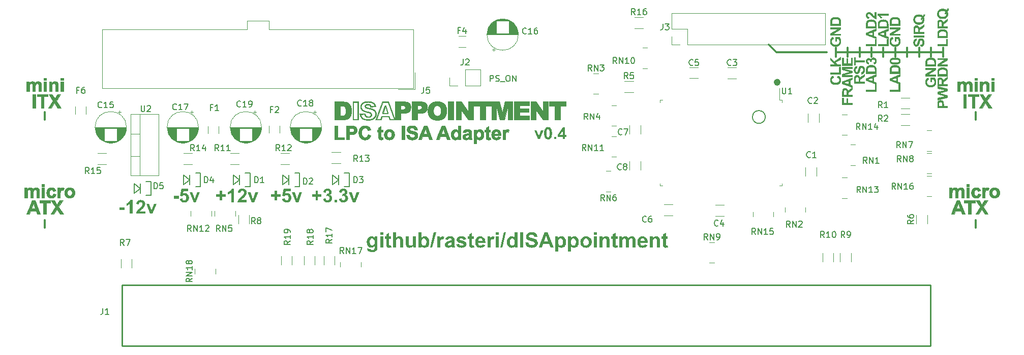
<source format=gbr>
%TF.GenerationSoftware,KiCad,Pcbnew,8.0.1*%
%TF.CreationDate,2025-01-30T19:54:37+00:00*%
%TF.ProjectId,disappointment,64697361-7070-46f6-996e-746d656e742e,rev?*%
%TF.SameCoordinates,Original*%
%TF.FileFunction,Legend,Top*%
%TF.FilePolarity,Positive*%
%FSLAX46Y46*%
G04 Gerber Fmt 4.6, Leading zero omitted, Abs format (unit mm)*
G04 Created by KiCad (PCBNEW 8.0.1) date 2025-01-30 19:54:37*
%MOMM*%
%LPD*%
G01*
G04 APERTURE LIST*
%ADD10C,0.000000*%
%ADD11C,0.079374*%
%ADD12C,0.349999*%
%ADD13C,0.105833*%
%ADD14C,0.304800*%
%ADD15C,0.300000*%
%ADD16C,0.556931*%
%ADD17C,0.150000*%
%ADD18C,0.120000*%
%ADD19C,0.200000*%
%ADD20C,0.254000*%
G04 APERTURE END LIST*
D10*
G36*
X203579137Y-90513293D02*
G01*
X202184529Y-90513293D01*
X203579137Y-90864970D01*
X203579137Y-91209392D01*
X202184529Y-91559855D01*
X203579137Y-91559855D01*
X203579137Y-91892192D01*
X201807477Y-91892192D01*
X201807477Y-91356830D01*
X203015977Y-91035369D01*
X201807477Y-90717536D01*
X201807477Y-90180961D01*
X203579137Y-90180961D01*
X203579137Y-90513293D01*
G37*
D11*
X73196683Y-110320061D02*
X73241805Y-110322913D01*
X73285873Y-110327667D01*
X73328888Y-110334322D01*
X73370849Y-110342879D01*
X73411756Y-110353337D01*
X73451609Y-110365697D01*
X73490409Y-110379958D01*
X73528155Y-110396121D01*
X73564847Y-110414185D01*
X73600486Y-110434151D01*
X73635071Y-110456018D01*
X73668602Y-110479787D01*
X73701079Y-110505457D01*
X73732503Y-110533029D01*
X73762873Y-110562503D01*
X73791784Y-110593236D01*
X73818829Y-110624974D01*
X73844009Y-110657718D01*
X73867323Y-110691467D01*
X73888773Y-110726221D01*
X73908357Y-110761981D01*
X73926076Y-110798746D01*
X73941930Y-110836516D01*
X73955919Y-110875291D01*
X73968043Y-110915072D01*
X73978301Y-110955858D01*
X73986694Y-110997649D01*
X73993222Y-111040446D01*
X73997885Y-111084248D01*
X74000683Y-111129055D01*
X74001616Y-111174867D01*
X74000671Y-111221073D01*
X73997837Y-111266285D01*
X73993113Y-111310505D01*
X73986500Y-111353731D01*
X73977998Y-111395964D01*
X73967606Y-111437204D01*
X73955325Y-111477450D01*
X73941154Y-111516704D01*
X73925094Y-111554964D01*
X73907145Y-111592232D01*
X73887306Y-111628506D01*
X73865578Y-111663787D01*
X73841960Y-111698076D01*
X73816453Y-111731371D01*
X73789056Y-111763673D01*
X73759770Y-111794981D01*
X73729242Y-111824643D01*
X73697734Y-111852391D01*
X73665245Y-111878225D01*
X73631774Y-111902145D01*
X73597323Y-111924152D01*
X73561890Y-111944245D01*
X73525477Y-111962425D01*
X73488083Y-111978691D01*
X73449707Y-111993043D01*
X73410350Y-112005481D01*
X73370013Y-112016006D01*
X73328694Y-112024617D01*
X73286394Y-112031315D01*
X73243113Y-112036099D01*
X73198851Y-112038969D01*
X73153608Y-112039926D01*
X73125394Y-112039526D01*
X73097338Y-112038327D01*
X73069439Y-112036329D01*
X73041697Y-112033531D01*
X73014113Y-112029934D01*
X72986686Y-112025537D01*
X72959417Y-112020341D01*
X72932305Y-112014346D01*
X72905351Y-112007551D01*
X72878554Y-111999957D01*
X72851915Y-111991564D01*
X72825433Y-111982371D01*
X72799108Y-111972379D01*
X72772941Y-111961587D01*
X72746931Y-111949997D01*
X72721079Y-111937607D01*
X72695881Y-111924448D01*
X72671445Y-111910550D01*
X72647773Y-111895913D01*
X72624864Y-111880537D01*
X72602718Y-111864423D01*
X72581335Y-111847569D01*
X72560714Y-111829977D01*
X72540857Y-111811646D01*
X72521763Y-111792577D01*
X72503432Y-111772768D01*
X72485864Y-111752221D01*
X72469059Y-111730935D01*
X72453017Y-111708910D01*
X72437738Y-111686146D01*
X72423223Y-111662644D01*
X72409470Y-111638403D01*
X72396517Y-111613266D01*
X72384399Y-111587462D01*
X72373117Y-111560993D01*
X72362671Y-111533856D01*
X72353060Y-111506054D01*
X72344285Y-111477586D01*
X72336346Y-111448451D01*
X72329243Y-111418650D01*
X72322975Y-111388183D01*
X72317543Y-111357049D01*
X72312946Y-111325250D01*
X72309186Y-111292784D01*
X72306261Y-111259652D01*
X72304171Y-111225854D01*
X72302918Y-111191390D01*
X72302776Y-111179514D01*
X72748982Y-111179514D01*
X72749436Y-111209684D01*
X72750799Y-111238958D01*
X72753069Y-111267335D01*
X72756249Y-111294817D01*
X72760336Y-111321402D01*
X72765332Y-111347091D01*
X72771237Y-111371883D01*
X72778050Y-111395779D01*
X72785771Y-111418779D01*
X72794400Y-111440883D01*
X72803938Y-111462090D01*
X72814385Y-111482401D01*
X72825739Y-111501816D01*
X72838002Y-111520335D01*
X72851174Y-111537957D01*
X72865254Y-111554683D01*
X72880000Y-111570453D01*
X72895170Y-111585205D01*
X72910764Y-111598941D01*
X72926781Y-111611658D01*
X72943223Y-111623358D01*
X72960088Y-111634041D01*
X72977377Y-111643707D01*
X72995090Y-111652355D01*
X73013228Y-111659985D01*
X73031788Y-111666599D01*
X73050773Y-111672194D01*
X73070182Y-111676773D01*
X73090015Y-111680334D01*
X73110271Y-111682877D01*
X73130952Y-111684403D01*
X73152057Y-111684912D01*
X73173155Y-111684403D01*
X73193818Y-111682877D01*
X73214044Y-111680334D01*
X73233835Y-111676773D01*
X73253189Y-111672194D01*
X73272108Y-111666599D01*
X73290590Y-111659985D01*
X73308637Y-111652355D01*
X73326247Y-111643707D01*
X73343422Y-111634041D01*
X73360160Y-111623358D01*
X73376463Y-111611658D01*
X73392329Y-111598941D01*
X73407759Y-111585205D01*
X73422754Y-111570453D01*
X73437312Y-111554683D01*
X73451392Y-111537945D01*
X73464563Y-111520286D01*
X73476827Y-111501707D01*
X73488181Y-111482208D01*
X73498628Y-111461787D01*
X73508166Y-111440447D01*
X73516795Y-111418186D01*
X73524516Y-111395004D01*
X73531329Y-111370902D01*
X73537233Y-111345879D01*
X73542229Y-111319936D01*
X73546317Y-111293073D01*
X73549496Y-111265289D01*
X73551767Y-111236585D01*
X73553130Y-111206960D01*
X73553584Y-111176414D01*
X73553130Y-111146620D01*
X73551767Y-111117698D01*
X73549496Y-111089647D01*
X73546317Y-111062468D01*
X73542229Y-111036162D01*
X73537233Y-111010727D01*
X73531329Y-110986165D01*
X73524516Y-110962474D01*
X73516795Y-110939656D01*
X73508166Y-110917709D01*
X73498628Y-110896635D01*
X73488181Y-110876432D01*
X73476827Y-110857102D01*
X73464563Y-110838644D01*
X73451392Y-110821058D01*
X73437312Y-110804344D01*
X73422754Y-110788575D01*
X73407759Y-110773823D01*
X73392329Y-110760089D01*
X73376463Y-110747372D01*
X73360160Y-110735672D01*
X73343422Y-110724989D01*
X73326247Y-110715324D01*
X73308637Y-110706676D01*
X73290590Y-110699046D01*
X73272108Y-110692433D01*
X73253189Y-110686837D01*
X73233835Y-110682259D01*
X73214044Y-110678698D01*
X73193818Y-110676154D01*
X73173155Y-110674628D01*
X73152057Y-110674120D01*
X73130952Y-110674628D01*
X73110271Y-110676154D01*
X73090015Y-110678698D01*
X73070182Y-110682259D01*
X73050773Y-110686837D01*
X73031788Y-110692433D01*
X73013227Y-110699046D01*
X72995090Y-110706676D01*
X72977376Y-110715324D01*
X72960087Y-110724989D01*
X72943222Y-110735672D01*
X72926780Y-110747372D01*
X72910763Y-110760089D01*
X72895169Y-110773823D01*
X72880000Y-110788575D01*
X72865254Y-110804344D01*
X72851174Y-110821070D01*
X72838002Y-110838692D01*
X72825739Y-110857211D01*
X72814385Y-110876626D01*
X72803938Y-110896937D01*
X72794400Y-110918144D01*
X72785771Y-110940248D01*
X72778050Y-110963248D01*
X72771237Y-110987144D01*
X72765332Y-111011936D01*
X72760336Y-111037625D01*
X72756249Y-111064210D01*
X72753069Y-111091692D01*
X72750799Y-111120069D01*
X72749436Y-111149343D01*
X72748982Y-111179514D01*
X72302776Y-111179514D01*
X72302500Y-111156262D01*
X72302918Y-111129188D01*
X72304171Y-111102222D01*
X72306261Y-111075364D01*
X72309186Y-111048616D01*
X72312946Y-111021976D01*
X72317543Y-110995446D01*
X72322975Y-110969025D01*
X72329243Y-110942712D01*
X72336346Y-110916509D01*
X72344285Y-110890415D01*
X72353060Y-110864430D01*
X72362671Y-110838553D01*
X72373117Y-110812786D01*
X72384399Y-110787127D01*
X72396517Y-110761578D01*
X72409470Y-110736137D01*
X72423186Y-110711127D01*
X72437593Y-110686867D01*
X72452690Y-110663358D01*
X72468478Y-110640601D01*
X72484956Y-110618594D01*
X72502124Y-110597338D01*
X72519983Y-110576834D01*
X72538532Y-110557080D01*
X72557771Y-110538077D01*
X72577701Y-110519825D01*
X72598321Y-110502323D01*
X72619631Y-110485573D01*
X72641632Y-110469574D01*
X72664324Y-110454325D01*
X72687705Y-110439827D01*
X72711777Y-110426080D01*
X72736563Y-110413127D01*
X72761701Y-110401009D01*
X72787190Y-110389727D01*
X72813030Y-110379280D01*
X72839221Y-110369670D01*
X72865763Y-110360895D01*
X72892657Y-110352956D01*
X72919902Y-110345852D01*
X72947498Y-110339584D01*
X72975445Y-110334152D01*
X73003744Y-110329556D01*
X73032394Y-110325796D01*
X73061395Y-110322871D01*
X73090748Y-110320781D01*
X73120452Y-110319528D01*
X73150507Y-110319110D01*
X73196683Y-110320061D01*
G36*
X73196683Y-110320061D02*
G01*
X73241805Y-110322913D01*
X73285873Y-110327667D01*
X73328888Y-110334322D01*
X73370849Y-110342879D01*
X73411756Y-110353337D01*
X73451609Y-110365697D01*
X73490409Y-110379958D01*
X73528155Y-110396121D01*
X73564847Y-110414185D01*
X73600486Y-110434151D01*
X73635071Y-110456018D01*
X73668602Y-110479787D01*
X73701079Y-110505457D01*
X73732503Y-110533029D01*
X73762873Y-110562503D01*
X73791784Y-110593236D01*
X73818829Y-110624974D01*
X73844009Y-110657718D01*
X73867323Y-110691467D01*
X73888773Y-110726221D01*
X73908357Y-110761981D01*
X73926076Y-110798746D01*
X73941930Y-110836516D01*
X73955919Y-110875291D01*
X73968043Y-110915072D01*
X73978301Y-110955858D01*
X73986694Y-110997649D01*
X73993222Y-111040446D01*
X73997885Y-111084248D01*
X74000683Y-111129055D01*
X74001616Y-111174867D01*
X74000671Y-111221073D01*
X73997837Y-111266285D01*
X73993113Y-111310505D01*
X73986500Y-111353731D01*
X73977998Y-111395964D01*
X73967606Y-111437204D01*
X73955325Y-111477450D01*
X73941154Y-111516704D01*
X73925094Y-111554964D01*
X73907145Y-111592232D01*
X73887306Y-111628506D01*
X73865578Y-111663787D01*
X73841960Y-111698076D01*
X73816453Y-111731371D01*
X73789056Y-111763673D01*
X73759770Y-111794981D01*
X73729242Y-111824643D01*
X73697734Y-111852391D01*
X73665245Y-111878225D01*
X73631774Y-111902145D01*
X73597323Y-111924152D01*
X73561890Y-111944245D01*
X73525477Y-111962425D01*
X73488083Y-111978691D01*
X73449707Y-111993043D01*
X73410350Y-112005481D01*
X73370013Y-112016006D01*
X73328694Y-112024617D01*
X73286394Y-112031315D01*
X73243113Y-112036099D01*
X73198851Y-112038969D01*
X73153608Y-112039926D01*
X73125394Y-112039526D01*
X73097338Y-112038327D01*
X73069439Y-112036329D01*
X73041697Y-112033531D01*
X73014113Y-112029934D01*
X72986686Y-112025537D01*
X72959417Y-112020341D01*
X72932305Y-112014346D01*
X72905351Y-112007551D01*
X72878554Y-111999957D01*
X72851915Y-111991564D01*
X72825433Y-111982371D01*
X72799108Y-111972379D01*
X72772941Y-111961587D01*
X72746931Y-111949997D01*
X72721079Y-111937607D01*
X72695881Y-111924448D01*
X72671445Y-111910550D01*
X72647773Y-111895913D01*
X72624864Y-111880537D01*
X72602718Y-111864423D01*
X72581335Y-111847569D01*
X72560714Y-111829977D01*
X72540857Y-111811646D01*
X72521763Y-111792577D01*
X72503432Y-111772768D01*
X72485864Y-111752221D01*
X72469059Y-111730935D01*
X72453017Y-111708910D01*
X72437738Y-111686146D01*
X72423223Y-111662644D01*
X72409470Y-111638403D01*
X72396517Y-111613266D01*
X72384399Y-111587462D01*
X72373117Y-111560993D01*
X72362671Y-111533856D01*
X72353060Y-111506054D01*
X72344285Y-111477586D01*
X72336346Y-111448451D01*
X72329243Y-111418650D01*
X72322975Y-111388183D01*
X72317543Y-111357049D01*
X72312946Y-111325250D01*
X72309186Y-111292784D01*
X72306261Y-111259652D01*
X72304171Y-111225854D01*
X72302918Y-111191390D01*
X72302776Y-111179514D01*
X72748982Y-111179514D01*
X72749436Y-111209684D01*
X72750799Y-111238958D01*
X72753069Y-111267335D01*
X72756249Y-111294817D01*
X72760336Y-111321402D01*
X72765332Y-111347091D01*
X72771237Y-111371883D01*
X72778050Y-111395779D01*
X72785771Y-111418779D01*
X72794400Y-111440883D01*
X72803938Y-111462090D01*
X72814385Y-111482401D01*
X72825739Y-111501816D01*
X72838002Y-111520335D01*
X72851174Y-111537957D01*
X72865254Y-111554683D01*
X72880000Y-111570453D01*
X72895170Y-111585205D01*
X72910764Y-111598941D01*
X72926781Y-111611658D01*
X72943223Y-111623358D01*
X72960088Y-111634041D01*
X72977377Y-111643707D01*
X72995090Y-111652355D01*
X73013228Y-111659985D01*
X73031788Y-111666599D01*
X73050773Y-111672194D01*
X73070182Y-111676773D01*
X73090015Y-111680334D01*
X73110271Y-111682877D01*
X73130952Y-111684403D01*
X73152057Y-111684912D01*
X73173155Y-111684403D01*
X73193818Y-111682877D01*
X73214044Y-111680334D01*
X73233835Y-111676773D01*
X73253189Y-111672194D01*
X73272108Y-111666599D01*
X73290590Y-111659985D01*
X73308637Y-111652355D01*
X73326247Y-111643707D01*
X73343422Y-111634041D01*
X73360160Y-111623358D01*
X73376463Y-111611658D01*
X73392329Y-111598941D01*
X73407759Y-111585205D01*
X73422754Y-111570453D01*
X73437312Y-111554683D01*
X73451392Y-111537945D01*
X73464563Y-111520286D01*
X73476827Y-111501707D01*
X73488181Y-111482208D01*
X73498628Y-111461787D01*
X73508166Y-111440447D01*
X73516795Y-111418186D01*
X73524516Y-111395004D01*
X73531329Y-111370902D01*
X73537233Y-111345879D01*
X73542229Y-111319936D01*
X73546317Y-111293073D01*
X73549496Y-111265289D01*
X73551767Y-111236585D01*
X73553130Y-111206960D01*
X73553584Y-111176414D01*
X73553130Y-111146620D01*
X73551767Y-111117698D01*
X73549496Y-111089647D01*
X73546317Y-111062468D01*
X73542229Y-111036162D01*
X73537233Y-111010727D01*
X73531329Y-110986165D01*
X73524516Y-110962474D01*
X73516795Y-110939656D01*
X73508166Y-110917709D01*
X73498628Y-110896635D01*
X73488181Y-110876432D01*
X73476827Y-110857102D01*
X73464563Y-110838644D01*
X73451392Y-110821058D01*
X73437312Y-110804344D01*
X73422754Y-110788575D01*
X73407759Y-110773823D01*
X73392329Y-110760089D01*
X73376463Y-110747372D01*
X73360160Y-110735672D01*
X73343422Y-110724989D01*
X73326247Y-110715324D01*
X73308637Y-110706676D01*
X73290590Y-110699046D01*
X73272108Y-110692433D01*
X73253189Y-110686837D01*
X73233835Y-110682259D01*
X73214044Y-110678698D01*
X73193818Y-110676154D01*
X73173155Y-110674628D01*
X73152057Y-110674120D01*
X73130952Y-110674628D01*
X73110271Y-110676154D01*
X73090015Y-110678698D01*
X73070182Y-110682259D01*
X73050773Y-110686837D01*
X73031788Y-110692433D01*
X73013227Y-110699046D01*
X72995090Y-110706676D01*
X72977376Y-110715324D01*
X72960087Y-110724989D01*
X72943222Y-110735672D01*
X72926780Y-110747372D01*
X72910763Y-110760089D01*
X72895169Y-110773823D01*
X72880000Y-110788575D01*
X72865254Y-110804344D01*
X72851174Y-110821070D01*
X72838002Y-110838692D01*
X72825739Y-110857211D01*
X72814385Y-110876626D01*
X72803938Y-110896937D01*
X72794400Y-110918144D01*
X72785771Y-110940248D01*
X72778050Y-110963248D01*
X72771237Y-110987144D01*
X72765332Y-111011936D01*
X72760336Y-111037625D01*
X72756249Y-111064210D01*
X72753069Y-111091692D01*
X72750799Y-111120069D01*
X72749436Y-111149343D01*
X72748982Y-111179514D01*
X72302776Y-111179514D01*
X72302500Y-111156262D01*
X72302918Y-111129188D01*
X72304171Y-111102222D01*
X72306261Y-111075364D01*
X72309186Y-111048616D01*
X72312946Y-111021976D01*
X72317543Y-110995446D01*
X72322975Y-110969025D01*
X72329243Y-110942712D01*
X72336346Y-110916509D01*
X72344285Y-110890415D01*
X72353060Y-110864430D01*
X72362671Y-110838553D01*
X72373117Y-110812786D01*
X72384399Y-110787127D01*
X72396517Y-110761578D01*
X72409470Y-110736137D01*
X72423186Y-110711127D01*
X72437593Y-110686867D01*
X72452690Y-110663358D01*
X72468478Y-110640601D01*
X72484956Y-110618594D01*
X72502124Y-110597338D01*
X72519983Y-110576834D01*
X72538532Y-110557080D01*
X72557771Y-110538077D01*
X72577701Y-110519825D01*
X72598321Y-110502323D01*
X72619631Y-110485573D01*
X72641632Y-110469574D01*
X72664324Y-110454325D01*
X72687705Y-110439827D01*
X72711777Y-110426080D01*
X72736563Y-110413127D01*
X72761701Y-110401009D01*
X72787190Y-110389727D01*
X72813030Y-110379280D01*
X72839221Y-110369670D01*
X72865763Y-110360895D01*
X72892657Y-110352956D01*
X72919902Y-110345852D01*
X72947498Y-110339584D01*
X72975445Y-110334152D01*
X73003744Y-110329556D01*
X73032394Y-110325796D01*
X73061395Y-110322871D01*
X73090748Y-110320781D01*
X73120452Y-110319528D01*
X73150507Y-110319110D01*
X73196683Y-110320061D01*
G37*
D10*
G36*
X91334969Y-112161552D02*
G01*
X90479207Y-112161552D01*
X90479207Y-111725919D01*
X91334969Y-111725919D01*
X91334969Y-112161552D01*
G37*
D12*
X200728402Y-88507915D02*
X200728402Y-86920413D01*
D13*
X117746871Y-101909161D02*
X118896871Y-101909161D01*
X118896871Y-102295099D01*
X117284371Y-102295099D01*
X117284371Y-100023224D01*
X117746871Y-100023224D01*
X117746871Y-101909161D01*
G36*
X117746871Y-101909161D02*
G01*
X118896871Y-101909161D01*
X118896871Y-102295099D01*
X117284371Y-102295099D01*
X117284371Y-100023224D01*
X117746871Y-100023224D01*
X117746871Y-101909161D01*
G37*
D10*
G36*
X207036291Y-88610101D02*
G01*
X207064639Y-88612098D01*
X207092448Y-88615426D01*
X207119720Y-88620085D01*
X207146453Y-88626076D01*
X207172648Y-88633398D01*
X207198305Y-88642051D01*
X207223424Y-88652035D01*
X207248004Y-88663351D01*
X207272047Y-88675998D01*
X207295551Y-88689976D01*
X207318517Y-88705285D01*
X207340945Y-88721925D01*
X207362835Y-88739897D01*
X207384186Y-88759200D01*
X207405000Y-88779834D01*
X207424903Y-88801459D01*
X207443521Y-88823736D01*
X207460856Y-88846664D01*
X207476907Y-88870244D01*
X207491673Y-88894476D01*
X207505156Y-88919358D01*
X207517354Y-88944893D01*
X207528269Y-88971078D01*
X207537899Y-88997916D01*
X207546245Y-89025404D01*
X207553307Y-89053544D01*
X207559086Y-89082336D01*
X207563580Y-89111779D01*
X207566790Y-89141873D01*
X207568716Y-89172619D01*
X207569358Y-89204017D01*
X207568820Y-89233757D01*
X207567205Y-89262856D01*
X207564514Y-89291312D01*
X207560747Y-89319126D01*
X207555904Y-89346299D01*
X207549984Y-89372829D01*
X207542988Y-89398717D01*
X207534916Y-89423964D01*
X207525767Y-89448568D01*
X207515542Y-89472530D01*
X207504241Y-89495850D01*
X207491863Y-89518528D01*
X207478409Y-89540564D01*
X207463879Y-89561958D01*
X207448273Y-89582710D01*
X207431590Y-89602820D01*
X207413887Y-89622090D01*
X207395523Y-89640321D01*
X207376499Y-89657514D01*
X207356813Y-89673668D01*
X207336467Y-89688784D01*
X207315460Y-89702862D01*
X207293791Y-89715900D01*
X207271463Y-89727900D01*
X207248473Y-89738862D01*
X207224822Y-89748785D01*
X207200510Y-89757670D01*
X207175538Y-89765516D01*
X207149905Y-89772323D01*
X207123610Y-89778092D01*
X207096655Y-89782822D01*
X207069039Y-89786513D01*
X207069041Y-89786506D01*
X207029160Y-89457797D01*
X207044640Y-89455625D01*
X207059656Y-89453037D01*
X207074210Y-89450034D01*
X207088301Y-89446616D01*
X207101930Y-89442782D01*
X207115096Y-89438534D01*
X207127799Y-89433870D01*
X207140040Y-89428790D01*
X207151818Y-89423295D01*
X207163134Y-89417385D01*
X207173987Y-89411059D01*
X207184377Y-89404318D01*
X207194305Y-89397161D01*
X207203770Y-89389589D01*
X207212772Y-89381602D01*
X207221312Y-89373198D01*
X207229361Y-89364475D01*
X207236891Y-89355525D01*
X207243901Y-89346348D01*
X207250392Y-89336945D01*
X207256363Y-89327315D01*
X207261816Y-89317459D01*
X207266749Y-89307375D01*
X207271163Y-89297066D01*
X207275057Y-89286529D01*
X207278433Y-89275766D01*
X207281289Y-89264777D01*
X207283625Y-89253560D01*
X207285443Y-89242117D01*
X207286741Y-89230447D01*
X207287520Y-89218551D01*
X207287780Y-89206428D01*
X207287468Y-89193418D01*
X207286533Y-89180672D01*
X207284975Y-89168191D01*
X207282794Y-89155973D01*
X207279990Y-89144021D01*
X207276563Y-89132332D01*
X207272512Y-89120908D01*
X207267839Y-89109748D01*
X207262542Y-89098853D01*
X207256622Y-89088222D01*
X207250079Y-89077855D01*
X207242913Y-89067753D01*
X207235124Y-89057914D01*
X207226712Y-89048341D01*
X207217677Y-89039031D01*
X207208018Y-89029986D01*
X207197831Y-89021207D01*
X207187210Y-89012993D01*
X207176154Y-89005346D01*
X207164664Y-88998266D01*
X207152739Y-88991751D01*
X207140380Y-88985804D01*
X207127587Y-88980422D01*
X207114360Y-88975607D01*
X207100698Y-88971359D01*
X207086602Y-88967677D01*
X207072072Y-88964561D01*
X207057107Y-88962012D01*
X207041708Y-88960030D01*
X207025875Y-88958613D01*
X207009607Y-88957764D01*
X206992905Y-88957480D01*
X206977100Y-88957749D01*
X206961711Y-88958557D01*
X206946737Y-88959902D01*
X206932178Y-88961785D01*
X206918035Y-88964206D01*
X206904307Y-88967166D01*
X206890995Y-88970664D01*
X206878098Y-88974699D01*
X206865617Y-88979274D01*
X206853551Y-88984386D01*
X206841900Y-88990036D01*
X206830665Y-88996225D01*
X206819846Y-89002952D01*
X206809442Y-89010217D01*
X206799453Y-89018021D01*
X206789880Y-89026362D01*
X206780806Y-89035091D01*
X206772319Y-89044056D01*
X206764416Y-89053257D01*
X206757099Y-89062694D01*
X206750367Y-89072367D01*
X206744221Y-89082276D01*
X206738659Y-89092421D01*
X206733684Y-89102802D01*
X206729293Y-89113419D01*
X206725488Y-89124272D01*
X206722269Y-89135361D01*
X206719634Y-89146685D01*
X206717586Y-89158246D01*
X206716122Y-89170042D01*
X206715244Y-89182074D01*
X206714951Y-89194343D01*
X206715051Y-89202599D01*
X206715348Y-89211054D01*
X206716538Y-89228559D01*
X206718521Y-89246857D01*
X206721297Y-89265948D01*
X206724866Y-89285832D01*
X206729228Y-89306509D01*
X206734383Y-89327979D01*
X206740331Y-89350242D01*
X206463584Y-89312774D01*
X206463777Y-89295807D01*
X206463452Y-89279351D01*
X206462607Y-89263404D01*
X206461242Y-89247967D01*
X206459359Y-89233040D01*
X206456956Y-89218623D01*
X206454034Y-89204716D01*
X206450593Y-89191318D01*
X206446632Y-89178431D01*
X206442152Y-89166053D01*
X206437153Y-89154186D01*
X206431635Y-89142828D01*
X206425597Y-89131980D01*
X206419040Y-89121642D01*
X206411964Y-89111814D01*
X206404368Y-89102496D01*
X206396202Y-89093716D01*
X206387714Y-89085503D01*
X206378905Y-89077856D01*
X206369775Y-89070775D01*
X206360324Y-89064260D01*
X206350553Y-89058312D01*
X206340460Y-89052930D01*
X206330046Y-89048115D01*
X206319311Y-89043866D01*
X206308255Y-89040184D01*
X206296878Y-89037068D01*
X206285181Y-89034519D01*
X206273162Y-89032536D01*
X206260822Y-89031119D01*
X206248161Y-89030270D01*
X206235179Y-89029986D01*
X206224142Y-89030194D01*
X206213388Y-89030817D01*
X206202917Y-89031856D01*
X206192730Y-89033310D01*
X206182826Y-89035179D01*
X206173205Y-89037464D01*
X206163867Y-89040164D01*
X206154813Y-89043280D01*
X206146042Y-89046811D01*
X206137554Y-89050757D01*
X206129349Y-89055120D01*
X206121428Y-89059897D01*
X206113790Y-89065090D01*
X206106435Y-89070699D01*
X206099364Y-89076723D01*
X206092576Y-89083163D01*
X206086137Y-89089947D01*
X206080114Y-89097005D01*
X206074505Y-89104336D01*
X206069313Y-89111941D01*
X206064535Y-89119820D01*
X206060173Y-89127972D01*
X206056227Y-89136399D01*
X206052695Y-89145099D01*
X206049580Y-89154073D01*
X206046879Y-89163321D01*
X206044594Y-89172843D01*
X206042725Y-89182638D01*
X206041271Y-89192708D01*
X206040232Y-89203051D01*
X206039609Y-89213668D01*
X206039401Y-89224559D01*
X206039637Y-89235336D01*
X206040345Y-89245915D01*
X206041525Y-89256295D01*
X206043178Y-89266478D01*
X206045302Y-89276462D01*
X206047899Y-89286248D01*
X206050967Y-89295835D01*
X206054508Y-89305225D01*
X206058521Y-89314416D01*
X206063006Y-89323409D01*
X206067963Y-89332204D01*
X206073391Y-89340800D01*
X206079292Y-89349198D01*
X206085665Y-89357398D01*
X206092511Y-89365399D01*
X206099828Y-89373202D01*
X206107598Y-89380718D01*
X206115802Y-89387855D01*
X206124441Y-89394615D01*
X206133514Y-89400998D01*
X206143022Y-89407003D01*
X206152964Y-89412630D01*
X206163340Y-89417879D01*
X206174150Y-89422751D01*
X206185394Y-89427246D01*
X206197073Y-89431362D01*
X206209187Y-89435101D01*
X206221734Y-89438463D01*
X206234716Y-89441446D01*
X206248132Y-89444052D01*
X206261982Y-89446280D01*
X206276267Y-89448131D01*
X206223094Y-89761134D01*
X206183931Y-89752466D01*
X206146807Y-89742779D01*
X206129010Y-89737553D01*
X206111722Y-89732073D01*
X206094945Y-89726337D01*
X206078678Y-89720346D01*
X206062920Y-89714101D01*
X206047672Y-89707601D01*
X206032934Y-89700846D01*
X206018706Y-89693835D01*
X206004987Y-89686570D01*
X205991779Y-89679050D01*
X205979080Y-89671275D01*
X205966891Y-89663245D01*
X205954972Y-89654738D01*
X205943383Y-89645835D01*
X205932124Y-89636535D01*
X205921196Y-89626839D01*
X205910598Y-89616746D01*
X205900330Y-89606256D01*
X205890393Y-89595370D01*
X205880787Y-89584087D01*
X205871510Y-89572408D01*
X205862564Y-89560332D01*
X205853949Y-89547860D01*
X205845664Y-89534992D01*
X205837710Y-89521726D01*
X205830086Y-89508065D01*
X205822792Y-89494007D01*
X205815829Y-89479552D01*
X205809097Y-89464639D01*
X205802800Y-89449510D01*
X205796936Y-89434163D01*
X205791507Y-89418599D01*
X205786513Y-89402818D01*
X205781952Y-89386819D01*
X205777826Y-89370604D01*
X205774134Y-89354172D01*
X205770877Y-89337522D01*
X205768054Y-89320655D01*
X205765665Y-89303571D01*
X205763710Y-89286270D01*
X205762190Y-89268752D01*
X205761104Y-89251016D01*
X205760453Y-89233063D01*
X205760236Y-89214892D01*
X205760859Y-89184009D01*
X205762728Y-89153900D01*
X205765844Y-89124566D01*
X205770206Y-89096005D01*
X205775814Y-89068219D01*
X205782669Y-89041207D01*
X205790770Y-89014970D01*
X205800117Y-88989506D01*
X205810710Y-88964817D01*
X205822550Y-88940902D01*
X205835635Y-88917761D01*
X205849968Y-88895395D01*
X205865546Y-88873802D01*
X205882371Y-88852984D01*
X205900442Y-88832940D01*
X205919759Y-88813670D01*
X205936206Y-88798597D01*
X205952917Y-88784496D01*
X205969893Y-88771367D01*
X205987133Y-88759211D01*
X206004637Y-88748028D01*
X206022406Y-88737817D01*
X206040439Y-88728578D01*
X206058736Y-88720312D01*
X206077298Y-88713019D01*
X206096124Y-88706697D01*
X206115214Y-88701349D01*
X206134569Y-88696973D01*
X206154188Y-88693569D01*
X206174071Y-88691138D01*
X206194219Y-88689679D01*
X206214631Y-88689193D01*
X206243418Y-88690189D01*
X206271468Y-88693177D01*
X206298783Y-88698158D01*
X206325360Y-88705130D01*
X206351201Y-88714095D01*
X206376306Y-88725052D01*
X206400674Y-88738001D01*
X206424306Y-88752942D01*
X206447201Y-88769875D01*
X206469360Y-88788801D01*
X206490782Y-88809719D01*
X206511468Y-88832629D01*
X206531418Y-88857531D01*
X206550631Y-88884425D01*
X206569108Y-88913311D01*
X206586848Y-88944190D01*
X206591243Y-88925396D01*
X206596271Y-88907084D01*
X206601931Y-88889254D01*
X206608224Y-88871905D01*
X206615149Y-88855038D01*
X206622707Y-88838653D01*
X206630898Y-88822749D01*
X206639721Y-88807326D01*
X206649176Y-88792385D01*
X206659265Y-88777926D01*
X206669985Y-88763948D01*
X206681339Y-88750452D01*
X206693324Y-88737437D01*
X206705943Y-88724904D01*
X206719194Y-88712852D01*
X206733077Y-88701282D01*
X206747461Y-88690159D01*
X206762213Y-88679754D01*
X206777334Y-88670067D01*
X206792822Y-88661098D01*
X206808679Y-88652846D01*
X206824904Y-88645311D01*
X206841497Y-88638495D01*
X206858459Y-88632396D01*
X206875788Y-88627014D01*
X206893486Y-88622350D01*
X206911552Y-88618404D01*
X206929986Y-88615175D01*
X206948789Y-88612664D01*
X206967959Y-88610870D01*
X206987498Y-88609794D01*
X207007405Y-88609435D01*
X207036291Y-88610101D01*
G37*
D11*
X71061690Y-113187460D02*
X71508175Y-112457276D01*
X72039922Y-112457276D01*
X71332991Y-113561082D01*
X72109685Y-114730000D01*
X71556233Y-114730000D01*
X71052388Y-113944001D01*
X70546997Y-114730000D01*
X69996641Y-114730000D01*
X70773336Y-113544026D01*
X70069506Y-112457276D01*
X70605906Y-112457276D01*
X71061690Y-113187460D01*
G36*
X71061690Y-113187460D02*
G01*
X71508175Y-112457276D01*
X72039922Y-112457276D01*
X71332991Y-113561082D01*
X72109685Y-114730000D01*
X71556233Y-114730000D01*
X71052388Y-113944001D01*
X70546997Y-114730000D01*
X69996641Y-114730000D01*
X70773336Y-113544026D01*
X70069506Y-112457276D01*
X70605906Y-112457276D01*
X71061690Y-113187460D01*
G37*
X224539372Y-95111747D02*
X223866547Y-95111747D01*
X223866547Y-97000000D01*
X223407661Y-97000000D01*
X223407661Y-95111747D01*
X222733286Y-95111747D01*
X222733286Y-94727276D01*
X224539372Y-94727276D01*
X224539372Y-95111747D01*
G36*
X224539372Y-95111747D02*
G01*
X223866547Y-95111747D01*
X223866547Y-97000000D01*
X223407661Y-97000000D01*
X223407661Y-95111747D01*
X222733286Y-95111747D01*
X222733286Y-94727276D01*
X224539372Y-94727276D01*
X224539372Y-95111747D01*
G37*
D10*
G36*
X114513648Y-111442215D02*
G01*
X115110511Y-111442215D01*
X115110511Y-111849943D01*
X114513648Y-111849943D01*
X114513648Y-112440604D01*
X114116774Y-112440604D01*
X114116774Y-111849943D01*
X113521461Y-111849943D01*
X113521461Y-111442215D01*
X114116774Y-111442215D01*
X114116774Y-110851553D01*
X114513648Y-110851553D01*
X114513648Y-111442215D01*
G37*
D11*
X69539372Y-95111747D02*
X68866547Y-95111747D01*
X68866547Y-97000000D01*
X68407661Y-97000000D01*
X68407661Y-95111747D01*
X67733286Y-95111747D01*
X67733286Y-94727276D01*
X69539372Y-94727276D01*
X69539372Y-95111747D01*
G36*
X69539372Y-95111747D02*
G01*
X68866547Y-95111747D01*
X68866547Y-97000000D01*
X68407661Y-97000000D01*
X68407661Y-95111747D01*
X67733286Y-95111747D01*
X67733286Y-94727276D01*
X69539372Y-94727276D01*
X69539372Y-95111747D01*
G37*
D12*
X204697152Y-88507915D02*
X204697152Y-86920413D01*
D10*
G36*
X86686000Y-113870000D02*
G01*
X86775918Y-114150602D01*
X86792099Y-114101671D01*
X86804985Y-114061848D01*
X86814577Y-114031133D01*
X86820875Y-114009526D01*
X86831922Y-113974645D01*
X86843356Y-113939763D01*
X86855177Y-113904882D01*
X86867384Y-113870000D01*
X87180545Y-113029740D01*
X87628576Y-113029740D01*
X86974354Y-114676152D01*
X86582129Y-114676152D01*
X85918605Y-113029740D01*
X86375943Y-113029740D01*
X86686000Y-113870000D01*
G37*
G36*
X209519151Y-84175097D02*
G01*
X209116721Y-84329783D01*
X209116721Y-85037963D01*
X209519151Y-85184192D01*
X209519151Y-85563659D01*
X208818221Y-85290650D01*
X207747491Y-84873607D01*
X207747491Y-84688708D01*
X208160800Y-84688708D01*
X208818221Y-84927993D01*
X208818221Y-84444591D01*
X208160800Y-84688708D01*
X207747491Y-84688708D01*
X207747491Y-84495349D01*
X209519151Y-83785960D01*
X209519151Y-84175097D01*
G37*
G36*
X216624002Y-88627195D02*
G01*
X216675854Y-88629745D01*
X216725817Y-88633993D01*
X216773893Y-88639941D01*
X216820081Y-88647589D01*
X216864380Y-88656936D01*
X216906792Y-88667982D01*
X216927290Y-88674143D01*
X216947316Y-88680728D01*
X216971198Y-88689258D01*
X216994504Y-88698232D01*
X217017234Y-88707650D01*
X217039388Y-88717512D01*
X217060966Y-88727817D01*
X217081968Y-88738567D01*
X217102395Y-88749760D01*
X217122245Y-88761396D01*
X217141520Y-88773477D01*
X217160218Y-88786001D01*
X217178341Y-88798969D01*
X217195888Y-88812380D01*
X217212858Y-88826236D01*
X217229253Y-88840535D01*
X217245073Y-88855277D01*
X217260316Y-88870463D01*
X217271490Y-88882350D01*
X217282352Y-88894747D01*
X217292903Y-88907654D01*
X217303142Y-88921070D01*
X217313070Y-88934996D01*
X217322686Y-88949432D01*
X217331991Y-88964377D01*
X217340984Y-88979833D01*
X217349666Y-88995798D01*
X217358036Y-89012273D01*
X217366094Y-89029257D01*
X217373841Y-89046752D01*
X217381276Y-89064757D01*
X217388399Y-89083271D01*
X217395211Y-89102295D01*
X217401711Y-89121829D01*
X217406248Y-89136945D01*
X217410493Y-89152684D01*
X217414444Y-89169046D01*
X217418103Y-89186031D01*
X217421469Y-89203639D01*
X217424542Y-89221871D01*
X217427323Y-89240725D01*
X217429810Y-89260203D01*
X217433908Y-89301027D01*
X217436834Y-89344345D01*
X217438590Y-89390154D01*
X217439175Y-89438457D01*
X217439175Y-90111590D01*
X215967219Y-90111590D01*
X215667512Y-90111590D01*
X215667512Y-89753879D01*
X215967219Y-89753879D01*
X217140675Y-89753879D01*
X217140675Y-89486800D01*
X217140411Y-89450639D01*
X217139618Y-89417084D01*
X217138296Y-89386135D01*
X217136445Y-89357791D01*
X217134066Y-89332054D01*
X217131158Y-89308922D01*
X217127722Y-89288396D01*
X217123757Y-89270476D01*
X217120920Y-89259718D01*
X217117847Y-89249196D01*
X217114537Y-89238910D01*
X217110992Y-89228859D01*
X217107211Y-89219045D01*
X217103193Y-89209467D01*
X217098940Y-89200124D01*
X217094451Y-89191018D01*
X217089725Y-89182148D01*
X217084764Y-89173514D01*
X217079567Y-89165116D01*
X217074133Y-89156953D01*
X217068464Y-89149027D01*
X217062558Y-89141338D01*
X217056416Y-89133884D01*
X217050038Y-89126666D01*
X217043283Y-89119500D01*
X217036008Y-89112505D01*
X217028214Y-89105679D01*
X217019901Y-89099023D01*
X217011068Y-89092537D01*
X217001717Y-89086220D01*
X216991846Y-89080074D01*
X216981456Y-89074098D01*
X216970546Y-89068291D01*
X216959117Y-89062654D01*
X216947169Y-89057187D01*
X216934702Y-89051890D01*
X216921715Y-89046763D01*
X216908209Y-89041806D01*
X216894184Y-89037019D01*
X216879639Y-89032401D01*
X216864349Y-89028011D01*
X216848388Y-89023904D01*
X216831756Y-89020080D01*
X216814455Y-89016540D01*
X216796483Y-89013282D01*
X216777841Y-89010308D01*
X216738546Y-89005210D01*
X216696570Y-89001245D01*
X216651912Y-88998412D01*
X216604573Y-88996713D01*
X216554553Y-88996146D01*
X216504683Y-88996713D01*
X216457797Y-88998412D01*
X216413895Y-89001245D01*
X216372975Y-89005210D01*
X216335039Y-89010308D01*
X216300086Y-89016540D01*
X216268117Y-89023904D01*
X216239131Y-89032401D01*
X216225574Y-89037047D01*
X216212394Y-89041919D01*
X216199592Y-89047018D01*
X216187168Y-89052343D01*
X216175121Y-89057894D01*
X216163451Y-89063672D01*
X216152159Y-89069677D01*
X216141245Y-89075908D01*
X216130709Y-89082366D01*
X216120550Y-89089050D01*
X216110768Y-89095961D01*
X216101365Y-89103099D01*
X216092339Y-89110464D01*
X216083690Y-89118055D01*
X216075420Y-89125873D01*
X216067527Y-89133918D01*
X216059978Y-89142212D01*
X216052742Y-89150780D01*
X216045816Y-89159622D01*
X216039203Y-89168738D01*
X216032900Y-89178127D01*
X216026910Y-89187790D01*
X216021230Y-89197727D01*
X216015863Y-89207938D01*
X216010807Y-89218423D01*
X216006062Y-89229181D01*
X216001629Y-89240213D01*
X215997508Y-89251519D01*
X215993698Y-89263098D01*
X215990199Y-89274952D01*
X215987013Y-89287079D01*
X215984137Y-89299479D01*
X215982089Y-89309407D01*
X215980172Y-89320459D01*
X215976735Y-89345932D01*
X215973827Y-89375899D01*
X215971448Y-89410359D01*
X215969598Y-89449314D01*
X215968276Y-89492763D01*
X215967484Y-89540705D01*
X215967219Y-89593142D01*
X215967219Y-89753879D01*
X215667512Y-89753879D01*
X215667512Y-89457797D01*
X215668041Y-89404151D01*
X215669627Y-89353790D01*
X215672270Y-89306715D01*
X215675972Y-89262926D01*
X215680730Y-89222422D01*
X215686546Y-89185204D01*
X215693419Y-89151271D01*
X215701350Y-89120624D01*
X215707369Y-89101311D01*
X215713945Y-89082348D01*
X215721079Y-89063734D01*
X215728769Y-89045470D01*
X215737016Y-89027554D01*
X215745820Y-89009989D01*
X215755181Y-88992772D01*
X215765099Y-88975905D01*
X215775575Y-88959387D01*
X215786607Y-88943219D01*
X215798196Y-88927400D01*
X215810342Y-88911930D01*
X215823045Y-88896810D01*
X215836306Y-88882039D01*
X215850123Y-88867617D01*
X215864497Y-88853545D01*
X215879358Y-88839855D01*
X215894635Y-88826581D01*
X215910327Y-88813722D01*
X215926434Y-88801278D01*
X215942957Y-88789250D01*
X215959895Y-88777636D01*
X215977248Y-88766439D01*
X215995017Y-88755656D01*
X216013201Y-88745289D01*
X216031801Y-88735338D01*
X216050816Y-88725801D01*
X216070246Y-88716681D01*
X216090092Y-88707975D01*
X216110353Y-88699685D01*
X216131029Y-88691811D01*
X216152121Y-88684352D01*
X216173582Y-88677328D01*
X216195665Y-88670757D01*
X216218372Y-88664639D01*
X216241701Y-88658975D01*
X216265654Y-88653763D01*
X216290230Y-88649005D01*
X216315429Y-88644700D01*
X216341252Y-88640848D01*
X216367697Y-88637449D01*
X216394766Y-88634503D01*
X216450772Y-88629971D01*
X216509271Y-88627252D01*
X216570262Y-88626346D01*
X216624002Y-88627195D01*
G37*
G36*
X215459168Y-83530967D02*
G01*
X215073659Y-83789584D01*
X214979925Y-83853031D01*
X214940252Y-83880676D01*
X214905376Y-83905601D01*
X214875295Y-83927807D01*
X214850011Y-83947294D01*
X214829523Y-83964062D01*
X214813832Y-83978110D01*
X214807171Y-83984479D01*
X214800784Y-83990895D01*
X214794670Y-83997357D01*
X214788830Y-84003867D01*
X214783265Y-84010425D01*
X214777973Y-84017029D01*
X214772954Y-84023681D01*
X214768210Y-84030379D01*
X214763740Y-84037125D01*
X214759543Y-84043918D01*
X214755620Y-84050759D01*
X214751971Y-84057646D01*
X214748596Y-84064581D01*
X214745494Y-84071563D01*
X214742667Y-84078593D01*
X214740113Y-84085670D01*
X214737626Y-84093029D01*
X214735298Y-84100907D01*
X214733132Y-84109305D01*
X214731126Y-84118222D01*
X214729280Y-84127659D01*
X214727595Y-84137614D01*
X214726070Y-84148089D01*
X214724706Y-84159084D01*
X214723502Y-84170597D01*
X214722458Y-84182630D01*
X214720853Y-84208254D01*
X214719890Y-84235956D01*
X214719569Y-84265735D01*
X214719569Y-84338244D01*
X215459168Y-84338244D01*
X215459164Y-84695960D01*
X213987210Y-84695960D01*
X213687505Y-84695960D01*
X213687505Y-84338244D01*
X213987210Y-84338244D01*
X214436776Y-84338244D01*
X214436776Y-84073581D01*
X214436436Y-84012249D01*
X214435416Y-83956960D01*
X214433717Y-83907714D01*
X214431337Y-83864511D01*
X214428278Y-83827349D01*
X214424540Y-83796231D01*
X214420121Y-83771154D01*
X214415023Y-83752120D01*
X214412181Y-83744223D01*
X214409094Y-83736542D01*
X214405761Y-83729079D01*
X214402183Y-83721833D01*
X214398359Y-83714804D01*
X214394289Y-83707992D01*
X214389975Y-83701398D01*
X214385414Y-83695020D01*
X214380609Y-83688860D01*
X214375558Y-83682916D01*
X214370261Y-83677190D01*
X214364719Y-83671681D01*
X214358931Y-83666389D01*
X214352899Y-83661314D01*
X214346620Y-83656457D01*
X214340096Y-83651816D01*
X214333346Y-83647426D01*
X214326387Y-83643319D01*
X214319221Y-83639495D01*
X214311847Y-83635955D01*
X214304266Y-83632698D01*
X214296477Y-83629724D01*
X214288480Y-83627033D01*
X214280275Y-83624625D01*
X214271863Y-83622501D01*
X214263243Y-83620660D01*
X214254415Y-83619102D01*
X214245379Y-83617827D01*
X214236136Y-83616836D01*
X214226685Y-83616128D01*
X214217026Y-83615703D01*
X214207160Y-83615561D01*
X214196118Y-83615750D01*
X214185350Y-83616317D01*
X214174856Y-83617261D01*
X214164636Y-83618583D01*
X214154689Y-83620282D01*
X214145017Y-83622359D01*
X214135618Y-83624814D01*
X214126493Y-83627646D01*
X214117641Y-83630856D01*
X214109064Y-83634444D01*
X214100760Y-83638410D01*
X214092730Y-83642753D01*
X214084974Y-83647473D01*
X214077491Y-83652572D01*
X214070283Y-83658048D01*
X214063348Y-83663901D01*
X214056559Y-83669949D01*
X214050092Y-83676308D01*
X214043946Y-83682978D01*
X214038121Y-83689960D01*
X214032616Y-83697254D01*
X214027433Y-83704859D01*
X214022571Y-83712776D01*
X214018030Y-83721004D01*
X214013809Y-83729544D01*
X214009910Y-83738395D01*
X214006332Y-83747558D01*
X214003075Y-83757032D01*
X214000139Y-83766818D01*
X213997523Y-83776916D01*
X213995229Y-83787325D01*
X213993256Y-83798045D01*
X213991839Y-83811641D01*
X213990611Y-83830674D01*
X213989571Y-83855146D01*
X213988721Y-83885057D01*
X213988060Y-83920406D01*
X213987588Y-83961193D01*
X213987210Y-84059081D01*
X213987210Y-84338244D01*
X213687505Y-84338244D01*
X213687505Y-83943065D01*
X213688260Y-83874501D01*
X213690526Y-83810810D01*
X213694303Y-83751991D01*
X213699591Y-83698043D01*
X213706389Y-83648967D01*
X213714697Y-83604762D01*
X213719418Y-83584486D01*
X213724517Y-83565429D01*
X213729993Y-83547589D01*
X213735846Y-83530967D01*
X213742031Y-83515006D01*
X213748800Y-83499452D01*
X213756155Y-83484303D01*
X213764095Y-83469561D01*
X213772621Y-83455224D01*
X213781732Y-83441293D01*
X213791428Y-83427768D01*
X213801710Y-83414649D01*
X213812577Y-83401937D01*
X213824030Y-83389630D01*
X213836068Y-83377729D01*
X213848691Y-83366234D01*
X213861900Y-83355144D01*
X213875694Y-83344461D01*
X213890073Y-83334184D01*
X213905038Y-83324313D01*
X213920432Y-83314948D01*
X213936100Y-83306187D01*
X213952041Y-83298030D01*
X213968257Y-83290477D01*
X213984746Y-83283528D01*
X214001510Y-83277183D01*
X214018547Y-83271443D01*
X214035858Y-83266307D01*
X214053442Y-83261775D01*
X214071301Y-83257847D01*
X214089433Y-83254524D01*
X214107839Y-83251804D01*
X214126519Y-83249689D01*
X214145473Y-83248179D01*
X214164700Y-83247272D01*
X214184201Y-83246970D01*
X214208857Y-83247428D01*
X214232975Y-83248802D01*
X214256555Y-83251091D01*
X214279597Y-83254297D01*
X214302101Y-83258418D01*
X214324066Y-83263455D01*
X214345493Y-83269407D01*
X214366382Y-83276276D01*
X214386733Y-83284061D01*
X214406546Y-83292761D01*
X214425821Y-83302377D01*
X214444558Y-83312909D01*
X214462756Y-83324357D01*
X214480417Y-83336721D01*
X214497539Y-83350000D01*
X214514123Y-83364196D01*
X214529913Y-83379302D01*
X214544958Y-83395314D01*
X214559257Y-83412233D01*
X214572810Y-83430058D01*
X214585617Y-83448790D01*
X214597678Y-83468428D01*
X214608993Y-83488972D01*
X214619563Y-83510423D01*
X214629387Y-83532780D01*
X214638465Y-83556043D01*
X214646797Y-83580213D01*
X214654383Y-83605290D01*
X214661223Y-83631273D01*
X214667318Y-83658162D01*
X214672667Y-83685958D01*
X214677270Y-83714660D01*
X214694397Y-83686298D01*
X214711939Y-83659220D01*
X214729897Y-83633426D01*
X214748269Y-83608916D01*
X214757612Y-83597143D01*
X214767058Y-83585690D01*
X214776608Y-83574559D01*
X214786261Y-83563748D01*
X214796019Y-83553258D01*
X214805881Y-83543089D01*
X214815846Y-83533242D01*
X214825915Y-83523715D01*
X214836527Y-83513995D01*
X214848121Y-83503870D01*
X214860697Y-83493338D01*
X214874255Y-83482401D01*
X214904317Y-83459307D01*
X214938306Y-83434589D01*
X214976223Y-83408248D01*
X215018068Y-83380282D01*
X215063840Y-83350693D01*
X215113540Y-83319480D01*
X215459168Y-83103160D01*
X215459168Y-83530967D01*
G37*
D11*
X224291262Y-92403075D02*
X223855632Y-92403075D01*
X223855632Y-92000000D01*
X224291262Y-92000000D01*
X224291262Y-92403075D01*
G36*
X224291262Y-92403075D02*
G01*
X223855632Y-92403075D01*
X223855632Y-92000000D01*
X224291262Y-92000000D01*
X224291262Y-92403075D01*
G37*
D12*
X200728402Y-87714164D02*
X218587777Y-87714164D01*
D13*
X143352702Y-96722233D02*
X142397724Y-96722233D01*
X142397724Y-99004257D01*
X141461353Y-99004257D01*
X141461353Y-96722233D01*
X140506373Y-96722233D01*
X140506373Y-95973961D01*
X143352702Y-95973961D01*
X143352702Y-96722233D01*
G36*
X143352702Y-96722233D02*
G01*
X142397724Y-96722233D01*
X142397724Y-99004257D01*
X141461353Y-99004257D01*
X141461353Y-96722233D01*
X140506373Y-96722233D01*
X140506373Y-95973961D01*
X143352702Y-95973961D01*
X143352702Y-96722233D01*
G37*
X118775846Y-95975705D02*
X118871221Y-95980937D01*
X118961622Y-95989657D01*
X119004958Y-95995326D01*
X119047050Y-96001866D01*
X119087898Y-96009278D01*
X119127503Y-96017563D01*
X119165865Y-96026719D01*
X119202983Y-96036747D01*
X119238858Y-96047648D01*
X119273489Y-96059421D01*
X119306876Y-96072065D01*
X119339021Y-96085582D01*
X119370454Y-96099914D01*
X119401193Y-96115005D01*
X119431238Y-96130855D01*
X119460589Y-96147464D01*
X119489245Y-96164832D01*
X119517207Y-96182959D01*
X119544474Y-96201846D01*
X119571047Y-96221491D01*
X119596926Y-96241895D01*
X119622110Y-96263058D01*
X119646600Y-96284980D01*
X119670395Y-96307661D01*
X119693496Y-96331101D01*
X119715903Y-96355300D01*
X119737615Y-96380258D01*
X119758633Y-96405975D01*
X119778948Y-96432338D01*
X119798553Y-96459234D01*
X119817447Y-96486663D01*
X119835631Y-96514624D01*
X119853104Y-96543119D01*
X119869866Y-96572147D01*
X119885918Y-96601707D01*
X119901259Y-96631800D01*
X119915890Y-96662427D01*
X119929811Y-96693586D01*
X119943020Y-96725278D01*
X119955519Y-96757503D01*
X119967308Y-96790261D01*
X119978386Y-96823552D01*
X119988754Y-96857376D01*
X119998411Y-96891733D01*
X120015852Y-96961496D01*
X120030967Y-97032292D01*
X120043757Y-97104122D01*
X120054221Y-97176986D01*
X120062360Y-97250883D01*
X120068174Y-97325813D01*
X120071662Y-97401777D01*
X120072825Y-97478775D01*
X120071081Y-97596823D01*
X120065849Y-97708089D01*
X120057128Y-97812572D01*
X120044920Y-97910272D01*
X120029223Y-98001190D01*
X120020066Y-98044106D01*
X120010038Y-98085325D01*
X119999138Y-98124850D01*
X119987365Y-98162678D01*
X119974720Y-98198811D01*
X119961204Y-98233249D01*
X119947170Y-98266249D01*
X119932459Y-98298587D01*
X119917069Y-98330263D01*
X119901001Y-98361277D01*
X119884254Y-98391628D01*
X119866830Y-98421318D01*
X119848727Y-98450345D01*
X119829946Y-98478711D01*
X119810486Y-98506414D01*
X119790349Y-98533455D01*
X119769533Y-98559835D01*
X119748039Y-98585552D01*
X119725867Y-98610607D01*
X119703016Y-98635000D01*
X119679487Y-98658730D01*
X119655280Y-98681799D01*
X119630621Y-98703810D01*
X119605736Y-98724884D01*
X119580624Y-98745022D01*
X119555287Y-98764223D01*
X119529723Y-98782488D01*
X119503934Y-98799815D01*
X119477918Y-98816206D01*
X119451676Y-98831661D01*
X119425208Y-98846179D01*
X119398514Y-98859760D01*
X119371594Y-98872404D01*
X119344448Y-98884112D01*
X119317076Y-98894883D01*
X119289477Y-98904718D01*
X119261653Y-98913616D01*
X119233602Y-98921577D01*
X119157509Y-98940956D01*
X119083224Y-98957750D01*
X119010748Y-98971961D01*
X118940081Y-98983588D01*
X118871222Y-98992631D01*
X118804172Y-98999091D01*
X118738931Y-99002967D01*
X118675498Y-99004258D01*
X117284373Y-99004258D01*
X117284372Y-96660222D01*
X118220745Y-96660222D01*
X118220745Y-98315930D01*
X118450188Y-98315930D01*
X118520920Y-98314929D01*
X118586355Y-98311925D01*
X118646493Y-98306919D01*
X118701335Y-98299910D01*
X118726769Y-98295655D01*
X118750879Y-98290900D01*
X118773666Y-98285643D01*
X118795127Y-98279886D01*
X118815265Y-98273629D01*
X118834079Y-98266870D01*
X118851568Y-98259612D01*
X118867733Y-98251852D01*
X118883026Y-98243213D01*
X118897899Y-98233830D01*
X118912353Y-98223705D01*
X118926386Y-98212837D01*
X118940000Y-98201226D01*
X118953193Y-98188872D01*
X118965967Y-98175775D01*
X118978321Y-98161936D01*
X118990255Y-98147354D01*
X119001769Y-98132028D01*
X119012863Y-98115960D01*
X119023537Y-98099149D01*
X119033792Y-98081595D01*
X119043626Y-98063298D01*
X119053041Y-98044259D01*
X119062035Y-98024476D01*
X119070546Y-98003281D01*
X119078507Y-97980519D01*
X119085920Y-97956191D01*
X119092783Y-97930297D01*
X119099097Y-97902836D01*
X119104863Y-97873808D01*
X119110079Y-97843214D01*
X119114746Y-97811054D01*
X119118864Y-97777327D01*
X119122433Y-97742033D01*
X119125453Y-97705174D01*
X119127923Y-97666747D01*
X119129845Y-97626755D01*
X119131218Y-97585196D01*
X119132316Y-97497378D01*
X119131702Y-97438362D01*
X119129861Y-97381720D01*
X119126793Y-97327452D01*
X119122497Y-97275558D01*
X119116975Y-97226038D01*
X119110224Y-97178891D01*
X119102247Y-97134119D01*
X119093042Y-97091720D01*
X119082610Y-97051695D01*
X119070950Y-97014044D01*
X119058064Y-96978767D01*
X119043950Y-96945864D01*
X119028608Y-96915334D01*
X119012040Y-96887179D01*
X118994244Y-96861397D01*
X118975221Y-96837990D01*
X118954776Y-96816463D01*
X118932717Y-96796326D01*
X118909043Y-96777577D01*
X118883754Y-96760217D01*
X118856850Y-96744246D01*
X118828331Y-96729663D01*
X118798197Y-96716470D01*
X118766448Y-96704665D01*
X118733085Y-96694249D01*
X118698106Y-96685222D01*
X118661513Y-96677583D01*
X118623305Y-96671334D01*
X118583482Y-96666473D01*
X118542044Y-96663001D01*
X118498991Y-96660918D01*
X118454324Y-96660223D01*
X118220745Y-96660222D01*
X117284372Y-96660222D01*
X117284371Y-95973961D01*
X118675497Y-95973961D01*
X118775846Y-95975705D01*
G36*
X118775846Y-95975705D02*
G01*
X118871221Y-95980937D01*
X118961622Y-95989657D01*
X119004958Y-95995326D01*
X119047050Y-96001866D01*
X119087898Y-96009278D01*
X119127503Y-96017563D01*
X119165865Y-96026719D01*
X119202983Y-96036747D01*
X119238858Y-96047648D01*
X119273489Y-96059421D01*
X119306876Y-96072065D01*
X119339021Y-96085582D01*
X119370454Y-96099914D01*
X119401193Y-96115005D01*
X119431238Y-96130855D01*
X119460589Y-96147464D01*
X119489245Y-96164832D01*
X119517207Y-96182959D01*
X119544474Y-96201846D01*
X119571047Y-96221491D01*
X119596926Y-96241895D01*
X119622110Y-96263058D01*
X119646600Y-96284980D01*
X119670395Y-96307661D01*
X119693496Y-96331101D01*
X119715903Y-96355300D01*
X119737615Y-96380258D01*
X119758633Y-96405975D01*
X119778948Y-96432338D01*
X119798553Y-96459234D01*
X119817447Y-96486663D01*
X119835631Y-96514624D01*
X119853104Y-96543119D01*
X119869866Y-96572147D01*
X119885918Y-96601707D01*
X119901259Y-96631800D01*
X119915890Y-96662427D01*
X119929811Y-96693586D01*
X119943020Y-96725278D01*
X119955519Y-96757503D01*
X119967308Y-96790261D01*
X119978386Y-96823552D01*
X119988754Y-96857376D01*
X119998411Y-96891733D01*
X120015852Y-96961496D01*
X120030967Y-97032292D01*
X120043757Y-97104122D01*
X120054221Y-97176986D01*
X120062360Y-97250883D01*
X120068174Y-97325813D01*
X120071662Y-97401777D01*
X120072825Y-97478775D01*
X120071081Y-97596823D01*
X120065849Y-97708089D01*
X120057128Y-97812572D01*
X120044920Y-97910272D01*
X120029223Y-98001190D01*
X120020066Y-98044106D01*
X120010038Y-98085325D01*
X119999138Y-98124850D01*
X119987365Y-98162678D01*
X119974720Y-98198811D01*
X119961204Y-98233249D01*
X119947170Y-98266249D01*
X119932459Y-98298587D01*
X119917069Y-98330263D01*
X119901001Y-98361277D01*
X119884254Y-98391628D01*
X119866830Y-98421318D01*
X119848727Y-98450345D01*
X119829946Y-98478711D01*
X119810486Y-98506414D01*
X119790349Y-98533455D01*
X119769533Y-98559835D01*
X119748039Y-98585552D01*
X119725867Y-98610607D01*
X119703016Y-98635000D01*
X119679487Y-98658730D01*
X119655280Y-98681799D01*
X119630621Y-98703810D01*
X119605736Y-98724884D01*
X119580624Y-98745022D01*
X119555287Y-98764223D01*
X119529723Y-98782488D01*
X119503934Y-98799815D01*
X119477918Y-98816206D01*
X119451676Y-98831661D01*
X119425208Y-98846179D01*
X119398514Y-98859760D01*
X119371594Y-98872404D01*
X119344448Y-98884112D01*
X119317076Y-98894883D01*
X119289477Y-98904718D01*
X119261653Y-98913616D01*
X119233602Y-98921577D01*
X119157509Y-98940956D01*
X119083224Y-98957750D01*
X119010748Y-98971961D01*
X118940081Y-98983588D01*
X118871222Y-98992631D01*
X118804172Y-98999091D01*
X118738931Y-99002967D01*
X118675498Y-99004258D01*
X117284373Y-99004258D01*
X117284372Y-96660222D01*
X118220745Y-96660222D01*
X118220745Y-98315930D01*
X118450188Y-98315930D01*
X118520920Y-98314929D01*
X118586355Y-98311925D01*
X118646493Y-98306919D01*
X118701335Y-98299910D01*
X118726769Y-98295655D01*
X118750879Y-98290900D01*
X118773666Y-98285643D01*
X118795127Y-98279886D01*
X118815265Y-98273629D01*
X118834079Y-98266870D01*
X118851568Y-98259612D01*
X118867733Y-98251852D01*
X118883026Y-98243213D01*
X118897899Y-98233830D01*
X118912353Y-98223705D01*
X118926386Y-98212837D01*
X118940000Y-98201226D01*
X118953193Y-98188872D01*
X118965967Y-98175775D01*
X118978321Y-98161936D01*
X118990255Y-98147354D01*
X119001769Y-98132028D01*
X119012863Y-98115960D01*
X119023537Y-98099149D01*
X119033792Y-98081595D01*
X119043626Y-98063298D01*
X119053041Y-98044259D01*
X119062035Y-98024476D01*
X119070546Y-98003281D01*
X119078507Y-97980519D01*
X119085920Y-97956191D01*
X119092783Y-97930297D01*
X119099097Y-97902836D01*
X119104863Y-97873808D01*
X119110079Y-97843214D01*
X119114746Y-97811054D01*
X119118864Y-97777327D01*
X119122433Y-97742033D01*
X119125453Y-97705174D01*
X119127923Y-97666747D01*
X119129845Y-97626755D01*
X119131218Y-97585196D01*
X119132316Y-97497378D01*
X119131702Y-97438362D01*
X119129861Y-97381720D01*
X119126793Y-97327452D01*
X119122497Y-97275558D01*
X119116975Y-97226038D01*
X119110224Y-97178891D01*
X119102247Y-97134119D01*
X119093042Y-97091720D01*
X119082610Y-97051695D01*
X119070950Y-97014044D01*
X119058064Y-96978767D01*
X119043950Y-96945864D01*
X119028608Y-96915334D01*
X119012040Y-96887179D01*
X118994244Y-96861397D01*
X118975221Y-96837990D01*
X118954776Y-96816463D01*
X118932717Y-96796326D01*
X118909043Y-96777577D01*
X118883754Y-96760217D01*
X118856850Y-96744246D01*
X118828331Y-96729663D01*
X118798197Y-96716470D01*
X118766448Y-96704665D01*
X118733085Y-96694249D01*
X118698106Y-96685222D01*
X118661513Y-96677583D01*
X118623305Y-96671334D01*
X118583482Y-96666473D01*
X118542044Y-96663001D01*
X118498991Y-96660918D01*
X118454324Y-96660223D01*
X118220745Y-96660222D01*
X117284372Y-96660222D01*
X117284371Y-95973961D01*
X118675497Y-95973961D01*
X118775846Y-95975705D01*
G37*
D10*
G36*
X215459164Y-85247516D02*
G01*
X213687505Y-85247516D01*
X213687505Y-84889800D01*
X215459164Y-84889800D01*
X215459164Y-85247516D01*
G37*
D13*
D10*
G36*
X200783964Y-81847898D02*
G01*
X200835816Y-81850448D01*
X200885780Y-81854696D01*
X200933856Y-81860644D01*
X200980043Y-81868292D01*
X201024341Y-81877639D01*
X201066752Y-81888685D01*
X201087249Y-81894846D01*
X201107274Y-81901431D01*
X201131156Y-81909961D01*
X201154462Y-81918935D01*
X201177192Y-81928353D01*
X201199346Y-81938215D01*
X201220925Y-81948520D01*
X201241927Y-81959269D01*
X201262353Y-81970461D01*
X201282204Y-81982098D01*
X201301479Y-81994178D01*
X201320177Y-82006702D01*
X201338300Y-82019669D01*
X201355847Y-82033080D01*
X201372818Y-82046935D01*
X201389213Y-82061234D01*
X201405032Y-82075976D01*
X201420276Y-82091163D01*
X201431449Y-82103050D01*
X201442312Y-82115447D01*
X201452863Y-82128353D01*
X201463102Y-82141769D01*
X201473030Y-82155695D01*
X201482646Y-82170131D01*
X201491950Y-82185077D01*
X201500943Y-82200532D01*
X201509625Y-82216497D01*
X201517995Y-82232972D01*
X201526053Y-82249957D01*
X201533800Y-82267451D01*
X201541235Y-82285456D01*
X201548359Y-82303970D01*
X201555171Y-82322994D01*
X201561671Y-82342528D01*
X201566208Y-82357644D01*
X201570452Y-82373383D01*
X201574403Y-82389745D01*
X201578062Y-82406730D01*
X201581428Y-82424339D01*
X201584501Y-82442570D01*
X201587282Y-82461425D01*
X201589769Y-82480902D01*
X201593867Y-82521727D01*
X201596794Y-82565044D01*
X201598550Y-82610854D01*
X201599135Y-82659156D01*
X201599135Y-83332290D01*
X200127183Y-83332293D01*
X199827474Y-83332293D01*
X199827474Y-82974578D01*
X200127183Y-82974578D01*
X201300635Y-82974578D01*
X201300635Y-82707503D01*
X201300371Y-82671342D01*
X201299578Y-82637787D01*
X201298256Y-82606838D01*
X201296405Y-82578495D01*
X201294026Y-82552757D01*
X201291118Y-82529625D01*
X201287681Y-82509099D01*
X201283715Y-82491179D01*
X201280878Y-82480421D01*
X201277805Y-82469899D01*
X201274496Y-82459613D01*
X201270951Y-82449562D01*
X201267169Y-82439748D01*
X201263152Y-82430170D01*
X201258899Y-82420827D01*
X201254410Y-82411721D01*
X201249684Y-82402851D01*
X201244723Y-82394217D01*
X201239526Y-82385819D01*
X201234092Y-82377657D01*
X201228423Y-82369731D01*
X201222517Y-82362041D01*
X201216376Y-82354587D01*
X201209998Y-82347369D01*
X201203243Y-82340203D01*
X201195968Y-82333207D01*
X201188174Y-82326381D01*
X201179861Y-82319724D01*
X201171029Y-82313238D01*
X201161677Y-82306922D01*
X201151806Y-82300776D01*
X201141415Y-82294800D01*
X201130506Y-82288994D01*
X201119076Y-82283357D01*
X201107128Y-82277891D01*
X201094661Y-82272595D01*
X201081674Y-82267468D01*
X201068168Y-82262511D01*
X201054142Y-82257725D01*
X201039597Y-82253108D01*
X201024307Y-82248718D01*
X201008347Y-82244611D01*
X200991716Y-82240787D01*
X200974415Y-82237246D01*
X200956443Y-82233989D01*
X200937801Y-82231015D01*
X200898506Y-82225917D01*
X200856530Y-82221951D01*
X200811872Y-82219119D01*
X200764533Y-82217420D01*
X200714513Y-82216853D01*
X200664643Y-82217420D01*
X200617758Y-82219119D01*
X200573855Y-82221951D01*
X200532936Y-82225917D01*
X200495001Y-82231015D01*
X200460049Y-82237246D01*
X200428080Y-82244611D01*
X200399094Y-82253108D01*
X200385537Y-82257753D01*
X200372357Y-82262625D01*
X200359554Y-82267723D01*
X200347129Y-82273048D01*
X200335082Y-82278599D01*
X200323413Y-82284377D01*
X200312121Y-82290382D01*
X200301206Y-82296613D01*
X200290670Y-82303071D01*
X200280511Y-82309755D01*
X200270730Y-82316666D01*
X200261326Y-82323804D01*
X200252300Y-82331168D01*
X200243652Y-82338759D01*
X200235381Y-82346577D01*
X200227488Y-82354621D01*
X200219940Y-82362915D01*
X200212703Y-82371482D01*
X200205778Y-82380324D01*
X200199164Y-82389439D01*
X200192862Y-82398829D01*
X200186871Y-82408492D01*
X200181192Y-82418429D01*
X200175825Y-82428640D01*
X200170769Y-82439125D01*
X200166025Y-82449884D01*
X200161592Y-82460917D01*
X200157471Y-82472223D01*
X200153662Y-82483803D01*
X200150164Y-82495657D01*
X200146978Y-82507785D01*
X200144103Y-82520186D01*
X200142054Y-82530114D01*
X200140137Y-82541165D01*
X200136700Y-82566637D01*
X200133792Y-82596604D01*
X200131413Y-82631065D01*
X200129562Y-82670020D01*
X200128240Y-82713469D01*
X200127447Y-82761412D01*
X200127183Y-82813849D01*
X200127183Y-82974578D01*
X199827474Y-82974578D01*
X199827474Y-82678496D01*
X199828002Y-82624851D01*
X199829588Y-82574491D01*
X199832232Y-82527416D01*
X199835933Y-82483627D01*
X199840692Y-82443124D01*
X199846508Y-82405906D01*
X199853381Y-82371973D01*
X199861312Y-82341327D01*
X199867331Y-82322014D01*
X199873906Y-82303051D01*
X199881039Y-82284437D01*
X199888729Y-82266173D01*
X199896976Y-82248258D01*
X199905780Y-82230692D01*
X199915141Y-82213475D01*
X199925060Y-82196608D01*
X199935535Y-82180090D01*
X199946567Y-82163922D01*
X199958156Y-82148103D01*
X199970303Y-82132633D01*
X199983006Y-82117513D01*
X199996267Y-82102742D01*
X200010084Y-82088320D01*
X200024459Y-82074248D01*
X200039320Y-82060559D01*
X200054596Y-82047284D01*
X200070287Y-82034425D01*
X200086395Y-82021981D01*
X200102917Y-82009953D01*
X200119855Y-81998340D01*
X200137208Y-81987142D01*
X200154977Y-81976359D01*
X200173161Y-81965992D01*
X200191761Y-81956041D01*
X200210776Y-81946505D01*
X200230207Y-81937384D01*
X200250053Y-81928678D01*
X200270314Y-81920388D01*
X200290991Y-81912514D01*
X200312083Y-81905055D01*
X200333543Y-81898030D01*
X200355627Y-81891459D01*
X200378333Y-81885341D01*
X200401663Y-81879676D01*
X200425616Y-81874465D01*
X200450191Y-81869706D01*
X200475391Y-81865401D01*
X200501213Y-81861549D01*
X200527658Y-81858151D01*
X200554726Y-81855205D01*
X200610733Y-81850674D01*
X200669232Y-81847955D01*
X200730224Y-81847049D01*
X200783964Y-81847898D01*
G37*
D11*
X227112787Y-94272724D02*
X226677156Y-94272724D01*
X226677156Y-92626317D01*
X227112787Y-92626317D01*
X227112787Y-94272724D01*
G36*
X227112787Y-94272724D02*
G01*
X226677156Y-94272724D01*
X226677156Y-92626317D01*
X227112787Y-92626317D01*
X227112787Y-94272724D01*
G37*
X222955428Y-112002724D02*
X222519797Y-112002724D01*
X222519797Y-110356317D01*
X222955428Y-110356317D01*
X222955428Y-112002724D01*
G36*
X222955428Y-112002724D02*
G01*
X222519797Y-112002724D01*
X222519797Y-110356317D01*
X222955428Y-110356317D01*
X222955428Y-112002724D01*
G37*
X70699797Y-92589321D02*
X70717528Y-92589938D01*
X70735066Y-92590968D01*
X70752410Y-92592409D01*
X70769560Y-92594262D01*
X70786516Y-92596527D01*
X70803279Y-92599204D01*
X70819847Y-92602292D01*
X70836222Y-92605792D01*
X70852403Y-92609704D01*
X70868390Y-92614028D01*
X70884184Y-92618764D01*
X70899784Y-92623912D01*
X70915190Y-92629471D01*
X70930402Y-92635443D01*
X70945420Y-92641826D01*
X70960111Y-92648336D01*
X70974343Y-92655077D01*
X70988113Y-92662047D01*
X71001424Y-92669247D01*
X71014275Y-92676678D01*
X71026665Y-92684338D01*
X71038595Y-92692229D01*
X71050065Y-92700350D01*
X71061074Y-92708700D01*
X71071623Y-92717281D01*
X71081712Y-92726092D01*
X71091341Y-92735133D01*
X71100510Y-92744404D01*
X71109218Y-92753905D01*
X71117466Y-92763637D01*
X71125254Y-92773598D01*
X71132854Y-92783760D01*
X71140151Y-92794092D01*
X71147145Y-92804593D01*
X71153837Y-92815264D01*
X71160226Y-92826104D01*
X71166312Y-92837114D01*
X71172095Y-92848293D01*
X71177576Y-92859642D01*
X71182754Y-92871160D01*
X71187629Y-92882848D01*
X71192201Y-92894705D01*
X71196470Y-92906732D01*
X71200437Y-92918928D01*
X71204101Y-92931294D01*
X71207462Y-92943829D01*
X71210520Y-92956534D01*
X71213524Y-92969669D01*
X71216334Y-92983494D01*
X71221372Y-93013216D01*
X71225635Y-93045699D01*
X71229123Y-93080944D01*
X71231836Y-93118950D01*
X71233774Y-93159719D01*
X71234937Y-93203248D01*
X71235324Y-93249539D01*
X71235324Y-94272724D01*
X70799693Y-94272724D01*
X70799693Y-93432471D01*
X70799257Y-93368763D01*
X70797949Y-93310966D01*
X70795769Y-93259080D01*
X70792717Y-93213104D01*
X70788793Y-93173039D01*
X70783996Y-93138884D01*
X70778328Y-93110640D01*
X70775166Y-93098734D01*
X70771787Y-93088306D01*
X70768159Y-93078562D01*
X70764253Y-93069096D01*
X70760068Y-93059910D01*
X70755605Y-93051001D01*
X70750863Y-93042372D01*
X70745843Y-93034021D01*
X70740544Y-93025949D01*
X70734967Y-93018155D01*
X70729111Y-93010640D01*
X70722977Y-93003403D01*
X70716564Y-92996446D01*
X70709872Y-92989766D01*
X70702902Y-92983366D01*
X70695653Y-92977244D01*
X70688126Y-92971401D01*
X70680320Y-92965836D01*
X70672466Y-92960580D01*
X70664405Y-92955663D01*
X70656139Y-92951085D01*
X70647667Y-92946847D01*
X70638989Y-92942947D01*
X70630105Y-92939387D01*
X70621016Y-92936165D01*
X70611720Y-92933283D01*
X70602218Y-92930739D01*
X70592511Y-92928535D01*
X70582598Y-92926670D01*
X70572478Y-92925144D01*
X70562153Y-92923957D01*
X70551622Y-92923109D01*
X70540885Y-92922600D01*
X70529942Y-92922431D01*
X70515887Y-92922673D01*
X70502013Y-92923400D01*
X70488321Y-92924611D01*
X70474810Y-92926306D01*
X70461481Y-92928486D01*
X70448334Y-92931150D01*
X70435369Y-92934299D01*
X70422585Y-92937932D01*
X70409983Y-92942050D01*
X70397562Y-92946652D01*
X70385324Y-92951739D01*
X70373266Y-92957310D01*
X70361391Y-92963366D01*
X70349697Y-92969906D01*
X70338185Y-92976930D01*
X70326854Y-92984439D01*
X70315833Y-92992348D01*
X70305247Y-93000572D01*
X70295098Y-93009111D01*
X70285384Y-93017965D01*
X70276107Y-93027133D01*
X70267265Y-93036617D01*
X70258860Y-93046416D01*
X70250891Y-93056529D01*
X70243357Y-93066958D01*
X70236260Y-93077701D01*
X70229598Y-93088759D01*
X70223373Y-93100132D01*
X70217584Y-93111820D01*
X70212230Y-93123822D01*
X70207313Y-93136140D01*
X70202831Y-93148772D01*
X70198889Y-93162240D01*
X70195201Y-93177064D01*
X70191767Y-93193245D01*
X70188588Y-93210783D01*
X70185663Y-93229677D01*
X70182993Y-93249927D01*
X70180576Y-93271535D01*
X70178414Y-93294498D01*
X70174853Y-93344495D01*
X70172310Y-93399918D01*
X70170784Y-93460766D01*
X70170275Y-93527040D01*
X70170275Y-94272728D01*
X69734645Y-94272728D01*
X69734645Y-92626322D01*
X70139271Y-92626322D01*
X70139271Y-92868167D01*
X70166643Y-92834376D01*
X70194887Y-92802764D01*
X70224004Y-92773333D01*
X70253992Y-92746082D01*
X70284853Y-92721011D01*
X70316585Y-92698120D01*
X70349189Y-92677409D01*
X70382666Y-92658878D01*
X70417015Y-92642527D01*
X70452235Y-92628356D01*
X70488328Y-92616366D01*
X70525293Y-92606555D01*
X70563129Y-92598925D01*
X70601838Y-92593475D01*
X70641419Y-92590205D01*
X70681872Y-92589115D01*
X70699797Y-92589321D01*
G36*
X70699797Y-92589321D02*
G01*
X70717528Y-92589938D01*
X70735066Y-92590968D01*
X70752410Y-92592409D01*
X70769560Y-92594262D01*
X70786516Y-92596527D01*
X70803279Y-92599204D01*
X70819847Y-92602292D01*
X70836222Y-92605792D01*
X70852403Y-92609704D01*
X70868390Y-92614028D01*
X70884184Y-92618764D01*
X70899784Y-92623912D01*
X70915190Y-92629471D01*
X70930402Y-92635443D01*
X70945420Y-92641826D01*
X70960111Y-92648336D01*
X70974343Y-92655077D01*
X70988113Y-92662047D01*
X71001424Y-92669247D01*
X71014275Y-92676678D01*
X71026665Y-92684338D01*
X71038595Y-92692229D01*
X71050065Y-92700350D01*
X71061074Y-92708700D01*
X71071623Y-92717281D01*
X71081712Y-92726092D01*
X71091341Y-92735133D01*
X71100510Y-92744404D01*
X71109218Y-92753905D01*
X71117466Y-92763637D01*
X71125254Y-92773598D01*
X71132854Y-92783760D01*
X71140151Y-92794092D01*
X71147145Y-92804593D01*
X71153837Y-92815264D01*
X71160226Y-92826104D01*
X71166312Y-92837114D01*
X71172095Y-92848293D01*
X71177576Y-92859642D01*
X71182754Y-92871160D01*
X71187629Y-92882848D01*
X71192201Y-92894705D01*
X71196470Y-92906732D01*
X71200437Y-92918928D01*
X71204101Y-92931294D01*
X71207462Y-92943829D01*
X71210520Y-92956534D01*
X71213524Y-92969669D01*
X71216334Y-92983494D01*
X71221372Y-93013216D01*
X71225635Y-93045699D01*
X71229123Y-93080944D01*
X71231836Y-93118950D01*
X71233774Y-93159719D01*
X71234937Y-93203248D01*
X71235324Y-93249539D01*
X71235324Y-94272724D01*
X70799693Y-94272724D01*
X70799693Y-93432471D01*
X70799257Y-93368763D01*
X70797949Y-93310966D01*
X70795769Y-93259080D01*
X70792717Y-93213104D01*
X70788793Y-93173039D01*
X70783996Y-93138884D01*
X70778328Y-93110640D01*
X70775166Y-93098734D01*
X70771787Y-93088306D01*
X70768159Y-93078562D01*
X70764253Y-93069096D01*
X70760068Y-93059910D01*
X70755605Y-93051001D01*
X70750863Y-93042372D01*
X70745843Y-93034021D01*
X70740544Y-93025949D01*
X70734967Y-93018155D01*
X70729111Y-93010640D01*
X70722977Y-93003403D01*
X70716564Y-92996446D01*
X70709872Y-92989766D01*
X70702902Y-92983366D01*
X70695653Y-92977244D01*
X70688126Y-92971401D01*
X70680320Y-92965836D01*
X70672466Y-92960580D01*
X70664405Y-92955663D01*
X70656139Y-92951085D01*
X70647667Y-92946847D01*
X70638989Y-92942947D01*
X70630105Y-92939387D01*
X70621016Y-92936165D01*
X70611720Y-92933283D01*
X70602218Y-92930739D01*
X70592511Y-92928535D01*
X70582598Y-92926670D01*
X70572478Y-92925144D01*
X70562153Y-92923957D01*
X70551622Y-92923109D01*
X70540885Y-92922600D01*
X70529942Y-92922431D01*
X70515887Y-92922673D01*
X70502013Y-92923400D01*
X70488321Y-92924611D01*
X70474810Y-92926306D01*
X70461481Y-92928486D01*
X70448334Y-92931150D01*
X70435369Y-92934299D01*
X70422585Y-92937932D01*
X70409983Y-92942050D01*
X70397562Y-92946652D01*
X70385324Y-92951739D01*
X70373266Y-92957310D01*
X70361391Y-92963366D01*
X70349697Y-92969906D01*
X70338185Y-92976930D01*
X70326854Y-92984439D01*
X70315833Y-92992348D01*
X70305247Y-93000572D01*
X70295098Y-93009111D01*
X70285384Y-93017965D01*
X70276107Y-93027133D01*
X70267265Y-93036617D01*
X70258860Y-93046416D01*
X70250891Y-93056529D01*
X70243357Y-93066958D01*
X70236260Y-93077701D01*
X70229598Y-93088759D01*
X70223373Y-93100132D01*
X70217584Y-93111820D01*
X70212230Y-93123822D01*
X70207313Y-93136140D01*
X70202831Y-93148772D01*
X70198889Y-93162240D01*
X70195201Y-93177064D01*
X70191767Y-93193245D01*
X70188588Y-93210783D01*
X70185663Y-93229677D01*
X70182993Y-93249927D01*
X70180576Y-93271535D01*
X70178414Y-93294498D01*
X70174853Y-93344495D01*
X70172310Y-93399918D01*
X70170784Y-93460766D01*
X70170275Y-93527040D01*
X70170275Y-94272728D01*
X69734645Y-94272728D01*
X69734645Y-92626322D01*
X70139271Y-92626322D01*
X70139271Y-92868167D01*
X70166643Y-92834376D01*
X70194887Y-92802764D01*
X70224004Y-92773333D01*
X70253992Y-92746082D01*
X70284853Y-92721011D01*
X70316585Y-92698120D01*
X70349189Y-92677409D01*
X70382666Y-92658878D01*
X70417015Y-92642527D01*
X70452235Y-92628356D01*
X70488328Y-92616366D01*
X70525293Y-92606555D01*
X70563129Y-92598925D01*
X70601838Y-92593475D01*
X70641419Y-92590205D01*
X70681872Y-92589115D01*
X70699797Y-92589321D01*
G37*
D13*
X144197242Y-100599182D02*
X144241700Y-100602057D01*
X144284937Y-100606848D01*
X144326954Y-100613556D01*
X144367750Y-100622180D01*
X144407325Y-100632721D01*
X144445679Y-100645178D01*
X144482813Y-100659552D01*
X144518725Y-100675842D01*
X144553418Y-100694049D01*
X144586889Y-100714172D01*
X144619140Y-100736212D01*
X144650170Y-100760168D01*
X144679979Y-100786041D01*
X144708567Y-100813830D01*
X144735935Y-100843536D01*
X144761820Y-100875024D01*
X144785960Y-100908551D01*
X144808354Y-100944116D01*
X144829002Y-100981720D01*
X144847905Y-101021362D01*
X144865062Y-101063043D01*
X144880473Y-101106763D01*
X144894139Y-101152521D01*
X144906059Y-101200317D01*
X144916233Y-101250153D01*
X144924662Y-101302026D01*
X144931346Y-101355939D01*
X144936283Y-101411890D01*
X144939475Y-101469879D01*
X144940922Y-101529907D01*
X144940623Y-101591974D01*
X143840623Y-101591974D01*
X143841587Y-101616052D01*
X143843307Y-101639459D01*
X143845785Y-101662195D01*
X143849019Y-101684259D01*
X143853011Y-101705652D01*
X143857759Y-101726374D01*
X143863264Y-101746424D01*
X143869527Y-101765803D01*
X143876546Y-101784510D01*
X143884322Y-101802546D01*
X143892855Y-101819910D01*
X143902145Y-101836603D01*
X143912192Y-101852625D01*
X143922997Y-101867975D01*
X143934558Y-101882654D01*
X143946876Y-101896661D01*
X143959766Y-101909717D01*
X143973047Y-101921930D01*
X143986719Y-101933301D01*
X144000781Y-101943829D01*
X144015234Y-101953515D01*
X144030077Y-101962359D01*
X144045312Y-101970361D01*
X144060937Y-101977521D01*
X144076952Y-101983838D01*
X144093359Y-101989312D01*
X144110156Y-101993945D01*
X144127343Y-101997735D01*
X144144922Y-102000683D01*
X144162891Y-102002789D01*
X144181250Y-102004052D01*
X144200001Y-102004474D01*
X144212763Y-102004254D01*
X144225269Y-102003595D01*
X144237519Y-102002496D01*
X144249513Y-102000958D01*
X144261250Y-101998980D01*
X144272730Y-101996563D01*
X144283955Y-101993707D01*
X144294923Y-101990411D01*
X144305634Y-101986676D01*
X144316090Y-101982501D01*
X144326289Y-101977887D01*
X144336231Y-101972833D01*
X144345918Y-101967340D01*
X144355347Y-101961407D01*
X144364521Y-101955035D01*
X144373438Y-101948224D01*
X144382094Y-101940924D01*
X144390480Y-101933087D01*
X144398598Y-101924713D01*
X144406448Y-101915802D01*
X144414029Y-101906354D01*
X144421341Y-101896368D01*
X144428384Y-101885846D01*
X144435159Y-101874787D01*
X144441666Y-101863190D01*
X144447904Y-101851056D01*
X144453873Y-101838385D01*
X144459574Y-101825177D01*
X144465006Y-101811432D01*
X144470170Y-101797150D01*
X144475065Y-101782330D01*
X144479691Y-101766975D01*
X144917185Y-101840411D01*
X144906254Y-101870044D01*
X144894553Y-101898785D01*
X144882084Y-101926635D01*
X144868845Y-101953594D01*
X144854838Y-101979662D01*
X144840061Y-102004839D01*
X144824516Y-102029125D01*
X144808201Y-102052520D01*
X144791117Y-102075024D01*
X144773264Y-102096636D01*
X144754643Y-102117358D01*
X144735252Y-102137188D01*
X144715092Y-102156128D01*
X144694163Y-102174176D01*
X144672465Y-102191333D01*
X144649998Y-102207599D01*
X144626982Y-102222736D01*
X144603245Y-102236896D01*
X144578789Y-102250079D01*
X144553612Y-102262287D01*
X144527715Y-102273517D01*
X144501098Y-102283771D01*
X144473760Y-102293048D01*
X144445702Y-102301349D01*
X144416924Y-102308673D01*
X144387426Y-102315021D01*
X144357207Y-102320392D01*
X144326268Y-102324786D01*
X144294609Y-102328204D01*
X144262230Y-102330646D01*
X144229130Y-102332110D01*
X144195310Y-102332599D01*
X144142088Y-102331494D01*
X144090623Y-102328180D01*
X144040916Y-102322656D01*
X143992967Y-102314923D01*
X143946775Y-102304980D01*
X143902342Y-102292828D01*
X143859666Y-102278466D01*
X143818748Y-102261895D01*
X143779587Y-102243115D01*
X143742185Y-102222125D01*
X143706540Y-102198925D01*
X143672654Y-102173516D01*
X143640525Y-102145898D01*
X143610154Y-102116070D01*
X143581541Y-102084033D01*
X143554685Y-102049786D01*
X143534818Y-102021002D01*
X143516233Y-101991290D01*
X143498930Y-101960651D01*
X143482908Y-101929084D01*
X143468168Y-101896589D01*
X143454710Y-101863166D01*
X143442533Y-101828815D01*
X143431638Y-101793537D01*
X143422025Y-101757331D01*
X143413694Y-101720197D01*
X143406644Y-101682135D01*
X143400877Y-101643146D01*
X143396391Y-101603229D01*
X143393186Y-101562384D01*
X143391264Y-101520612D01*
X143390623Y-101477911D01*
X143391465Y-101427051D01*
X143393992Y-101377594D01*
X143398203Y-101329541D01*
X143399002Y-101323224D01*
X143848432Y-101323224D01*
X144504685Y-101323224D01*
X144503752Y-101299756D01*
X144502123Y-101277008D01*
X144499798Y-101254980D01*
X144496777Y-101233673D01*
X144493060Y-101213086D01*
X144488647Y-101193219D01*
X144483539Y-101174072D01*
X144477734Y-101155646D01*
X144471234Y-101137939D01*
X144464038Y-101120953D01*
X144456146Y-101104687D01*
X144447558Y-101089142D01*
X144438274Y-101074316D01*
X144428295Y-101060211D01*
X144417619Y-101046826D01*
X144406248Y-101034161D01*
X144394370Y-101022052D01*
X144382175Y-101010723D01*
X144369662Y-101000177D01*
X144356832Y-100990411D01*
X144343685Y-100981427D01*
X144330220Y-100973223D01*
X144316438Y-100965802D01*
X144302339Y-100959161D01*
X144287923Y-100953302D01*
X144273189Y-100948223D01*
X144258137Y-100943927D01*
X144242769Y-100940411D01*
X144227082Y-100937677D01*
X144211079Y-100935724D01*
X144194758Y-100934552D01*
X144178120Y-100934161D01*
X144160347Y-100934570D01*
X144142964Y-100935797D01*
X144125972Y-100937842D01*
X144109371Y-100940704D01*
X144093160Y-100944384D01*
X144077340Y-100948883D01*
X144061911Y-100954199D01*
X144046872Y-100960333D01*
X144032223Y-100967285D01*
X144017965Y-100975054D01*
X144004098Y-100983642D01*
X143990621Y-100993048D01*
X143977535Y-101003271D01*
X143964839Y-101014312D01*
X143952534Y-101026172D01*
X143940620Y-101038849D01*
X143929274Y-101052228D01*
X143918672Y-101066193D01*
X143908815Y-101080743D01*
X143899703Y-101095880D01*
X143891335Y-101111603D01*
X143883712Y-101127911D01*
X143876833Y-101144806D01*
X143870699Y-101162286D01*
X143865310Y-101180352D01*
X143860665Y-101199005D01*
X143856765Y-101218243D01*
X143853609Y-101238067D01*
X143851198Y-101258477D01*
X143849531Y-101279474D01*
X143848609Y-101301056D01*
X143848432Y-101323224D01*
X143399002Y-101323224D01*
X143404099Y-101282892D01*
X143411680Y-101237646D01*
X143420945Y-101193805D01*
X143431895Y-101151367D01*
X143444529Y-101110333D01*
X143458848Y-101070703D01*
X143474852Y-101032476D01*
X143492540Y-100995654D01*
X143511913Y-100960235D01*
X143532971Y-100926220D01*
X143555713Y-100893609D01*
X143580139Y-100862402D01*
X143606251Y-100832599D01*
X143633649Y-100804217D01*
X143661939Y-100777667D01*
X143691120Y-100752948D01*
X143721192Y-100730060D01*
X143752156Y-100709002D01*
X143784010Y-100689776D01*
X143816755Y-100672381D01*
X143850392Y-100656817D01*
X143884919Y-100643084D01*
X143920338Y-100631183D01*
X143956648Y-100621112D01*
X143993849Y-100612872D01*
X144031941Y-100606463D01*
X144070924Y-100601886D01*
X144110798Y-100599139D01*
X144151563Y-100598224D01*
X144197242Y-100599182D01*
G36*
X144197242Y-100599182D02*
G01*
X144241700Y-100602057D01*
X144284937Y-100606848D01*
X144326954Y-100613556D01*
X144367750Y-100622180D01*
X144407325Y-100632721D01*
X144445679Y-100645178D01*
X144482813Y-100659552D01*
X144518725Y-100675842D01*
X144553418Y-100694049D01*
X144586889Y-100714172D01*
X144619140Y-100736212D01*
X144650170Y-100760168D01*
X144679979Y-100786041D01*
X144708567Y-100813830D01*
X144735935Y-100843536D01*
X144761820Y-100875024D01*
X144785960Y-100908551D01*
X144808354Y-100944116D01*
X144829002Y-100981720D01*
X144847905Y-101021362D01*
X144865062Y-101063043D01*
X144880473Y-101106763D01*
X144894139Y-101152521D01*
X144906059Y-101200317D01*
X144916233Y-101250153D01*
X144924662Y-101302026D01*
X144931346Y-101355939D01*
X144936283Y-101411890D01*
X144939475Y-101469879D01*
X144940922Y-101529907D01*
X144940623Y-101591974D01*
X143840623Y-101591974D01*
X143841587Y-101616052D01*
X143843307Y-101639459D01*
X143845785Y-101662195D01*
X143849019Y-101684259D01*
X143853011Y-101705652D01*
X143857759Y-101726374D01*
X143863264Y-101746424D01*
X143869527Y-101765803D01*
X143876546Y-101784510D01*
X143884322Y-101802546D01*
X143892855Y-101819910D01*
X143902145Y-101836603D01*
X143912192Y-101852625D01*
X143922997Y-101867975D01*
X143934558Y-101882654D01*
X143946876Y-101896661D01*
X143959766Y-101909717D01*
X143973047Y-101921930D01*
X143986719Y-101933301D01*
X144000781Y-101943829D01*
X144015234Y-101953515D01*
X144030077Y-101962359D01*
X144045312Y-101970361D01*
X144060937Y-101977521D01*
X144076952Y-101983838D01*
X144093359Y-101989312D01*
X144110156Y-101993945D01*
X144127343Y-101997735D01*
X144144922Y-102000683D01*
X144162891Y-102002789D01*
X144181250Y-102004052D01*
X144200001Y-102004474D01*
X144212763Y-102004254D01*
X144225269Y-102003595D01*
X144237519Y-102002496D01*
X144249513Y-102000958D01*
X144261250Y-101998980D01*
X144272730Y-101996563D01*
X144283955Y-101993707D01*
X144294923Y-101990411D01*
X144305634Y-101986676D01*
X144316090Y-101982501D01*
X144326289Y-101977887D01*
X144336231Y-101972833D01*
X144345918Y-101967340D01*
X144355347Y-101961407D01*
X144364521Y-101955035D01*
X144373438Y-101948224D01*
X144382094Y-101940924D01*
X144390480Y-101933087D01*
X144398598Y-101924713D01*
X144406448Y-101915802D01*
X144414029Y-101906354D01*
X144421341Y-101896368D01*
X144428384Y-101885846D01*
X144435159Y-101874787D01*
X144441666Y-101863190D01*
X144447904Y-101851056D01*
X144453873Y-101838385D01*
X144459574Y-101825177D01*
X144465006Y-101811432D01*
X144470170Y-101797150D01*
X144475065Y-101782330D01*
X144479691Y-101766975D01*
X144917185Y-101840411D01*
X144906254Y-101870044D01*
X144894553Y-101898785D01*
X144882084Y-101926635D01*
X144868845Y-101953594D01*
X144854838Y-101979662D01*
X144840061Y-102004839D01*
X144824516Y-102029125D01*
X144808201Y-102052520D01*
X144791117Y-102075024D01*
X144773264Y-102096636D01*
X144754643Y-102117358D01*
X144735252Y-102137188D01*
X144715092Y-102156128D01*
X144694163Y-102174176D01*
X144672465Y-102191333D01*
X144649998Y-102207599D01*
X144626982Y-102222736D01*
X144603245Y-102236896D01*
X144578789Y-102250079D01*
X144553612Y-102262287D01*
X144527715Y-102273517D01*
X144501098Y-102283771D01*
X144473760Y-102293048D01*
X144445702Y-102301349D01*
X144416924Y-102308673D01*
X144387426Y-102315021D01*
X144357207Y-102320392D01*
X144326268Y-102324786D01*
X144294609Y-102328204D01*
X144262230Y-102330646D01*
X144229130Y-102332110D01*
X144195310Y-102332599D01*
X144142088Y-102331494D01*
X144090623Y-102328180D01*
X144040916Y-102322656D01*
X143992967Y-102314923D01*
X143946775Y-102304980D01*
X143902342Y-102292828D01*
X143859666Y-102278466D01*
X143818748Y-102261895D01*
X143779587Y-102243115D01*
X143742185Y-102222125D01*
X143706540Y-102198925D01*
X143672654Y-102173516D01*
X143640525Y-102145898D01*
X143610154Y-102116070D01*
X143581541Y-102084033D01*
X143554685Y-102049786D01*
X143534818Y-102021002D01*
X143516233Y-101991290D01*
X143498930Y-101960651D01*
X143482908Y-101929084D01*
X143468168Y-101896589D01*
X143454710Y-101863166D01*
X143442533Y-101828815D01*
X143431638Y-101793537D01*
X143422025Y-101757331D01*
X143413694Y-101720197D01*
X143406644Y-101682135D01*
X143400877Y-101643146D01*
X143396391Y-101603229D01*
X143393186Y-101562384D01*
X143391264Y-101520612D01*
X143390623Y-101477911D01*
X143391465Y-101427051D01*
X143393992Y-101377594D01*
X143398203Y-101329541D01*
X143399002Y-101323224D01*
X143848432Y-101323224D01*
X144504685Y-101323224D01*
X144503752Y-101299756D01*
X144502123Y-101277008D01*
X144499798Y-101254980D01*
X144496777Y-101233673D01*
X144493060Y-101213086D01*
X144488647Y-101193219D01*
X144483539Y-101174072D01*
X144477734Y-101155646D01*
X144471234Y-101137939D01*
X144464038Y-101120953D01*
X144456146Y-101104687D01*
X144447558Y-101089142D01*
X144438274Y-101074316D01*
X144428295Y-101060211D01*
X144417619Y-101046826D01*
X144406248Y-101034161D01*
X144394370Y-101022052D01*
X144382175Y-101010723D01*
X144369662Y-101000177D01*
X144356832Y-100990411D01*
X144343685Y-100981427D01*
X144330220Y-100973223D01*
X144316438Y-100965802D01*
X144302339Y-100959161D01*
X144287923Y-100953302D01*
X144273189Y-100948223D01*
X144258137Y-100943927D01*
X144242769Y-100940411D01*
X144227082Y-100937677D01*
X144211079Y-100935724D01*
X144194758Y-100934552D01*
X144178120Y-100934161D01*
X144160347Y-100934570D01*
X144142964Y-100935797D01*
X144125972Y-100937842D01*
X144109371Y-100940704D01*
X144093160Y-100944384D01*
X144077340Y-100948883D01*
X144061911Y-100954199D01*
X144046872Y-100960333D01*
X144032223Y-100967285D01*
X144017965Y-100975054D01*
X144004098Y-100983642D01*
X143990621Y-100993048D01*
X143977535Y-101003271D01*
X143964839Y-101014312D01*
X143952534Y-101026172D01*
X143940620Y-101038849D01*
X143929274Y-101052228D01*
X143918672Y-101066193D01*
X143908815Y-101080743D01*
X143899703Y-101095880D01*
X143891335Y-101111603D01*
X143883712Y-101127911D01*
X143876833Y-101144806D01*
X143870699Y-101162286D01*
X143865310Y-101180352D01*
X143860665Y-101199005D01*
X143856765Y-101218243D01*
X143853609Y-101238067D01*
X143851198Y-101258477D01*
X143849531Y-101279474D01*
X143848609Y-101301056D01*
X143848432Y-101323224D01*
X143399002Y-101323224D01*
X143404099Y-101282892D01*
X143411680Y-101237646D01*
X143420945Y-101193805D01*
X143431895Y-101151367D01*
X143444529Y-101110333D01*
X143458848Y-101070703D01*
X143474852Y-101032476D01*
X143492540Y-100995654D01*
X143511913Y-100960235D01*
X143532971Y-100926220D01*
X143555713Y-100893609D01*
X143580139Y-100862402D01*
X143606251Y-100832599D01*
X143633649Y-100804217D01*
X143661939Y-100777667D01*
X143691120Y-100752948D01*
X143721192Y-100730060D01*
X143752156Y-100709002D01*
X143784010Y-100689776D01*
X143816755Y-100672381D01*
X143850392Y-100656817D01*
X143884919Y-100643084D01*
X143920338Y-100631183D01*
X143956648Y-100621112D01*
X143993849Y-100612872D01*
X144031941Y-100606463D01*
X144070924Y-100601886D01*
X144110798Y-100599139D01*
X144151563Y-100598224D01*
X144197242Y-100599182D01*
G37*
D10*
G36*
X209519151Y-81650790D02*
G01*
X208239352Y-81650790D01*
X208260751Y-81674314D01*
X208281442Y-81698356D01*
X208301425Y-81722918D01*
X208320699Y-81747999D01*
X208339266Y-81773600D01*
X208357124Y-81799719D01*
X208374274Y-81826358D01*
X208390717Y-81853517D01*
X208406451Y-81881194D01*
X208421477Y-81909391D01*
X208435795Y-81938107D01*
X208449405Y-81967342D01*
X208462307Y-81997097D01*
X208474500Y-82027371D01*
X208485986Y-82058164D01*
X208496764Y-82089477D01*
X208188596Y-82089477D01*
X208182855Y-82072769D01*
X208176511Y-82055883D01*
X208169562Y-82038817D01*
X208162009Y-82021572D01*
X208153852Y-82004148D01*
X208145090Y-81986544D01*
X208135725Y-81968762D01*
X208125755Y-81950799D01*
X208115180Y-81932658D01*
X208104002Y-81914337D01*
X208092219Y-81895837D01*
X208079832Y-81877158D01*
X208066841Y-81858299D01*
X208053245Y-81839261D01*
X208039045Y-81820044D01*
X208024241Y-81800647D01*
X208008828Y-81781542D01*
X207993103Y-81763202D01*
X207977067Y-81745627D01*
X207960719Y-81728816D01*
X207944060Y-81712771D01*
X207927089Y-81697490D01*
X207909806Y-81682974D01*
X207892212Y-81669222D01*
X207874307Y-81656236D01*
X207856090Y-81644014D01*
X207837561Y-81632557D01*
X207818721Y-81621864D01*
X207799569Y-81611936D01*
X207780106Y-81602773D01*
X207760331Y-81594375D01*
X207740245Y-81586741D01*
X207740245Y-81311206D01*
X209519151Y-81311206D01*
X209519151Y-81650790D01*
G37*
D12*
X202712777Y-88507915D02*
X202712777Y-86920413D01*
D13*
X137111649Y-99004257D02*
X136173209Y-99004257D01*
X136173209Y-95973961D01*
X137111649Y-95973961D01*
X137111649Y-99004257D01*
G36*
X137111649Y-99004257D02*
G01*
X136173209Y-99004257D01*
X136173209Y-95973961D01*
X137111649Y-95973961D01*
X137111649Y-99004257D01*
G37*
D10*
G36*
X120441968Y-111961564D02*
G01*
X120531885Y-112242166D01*
X120548067Y-112193235D01*
X120560953Y-112153412D01*
X120570546Y-112122697D01*
X120576843Y-112101090D01*
X120587890Y-112066209D01*
X120599323Y-112031327D01*
X120611144Y-111996446D01*
X120623352Y-111961564D01*
X120936512Y-111121304D01*
X121384547Y-111121304D01*
X120730322Y-112767716D01*
X120338099Y-112767716D01*
X119674574Y-111121304D01*
X120131910Y-111121304D01*
X120441968Y-111961564D01*
G37*
D11*
X222904503Y-92589401D02*
X222926522Y-92590273D01*
X222948105Y-92591726D01*
X222969252Y-92593761D01*
X222989963Y-92596377D01*
X223010237Y-92599575D01*
X223030076Y-92603354D01*
X223049479Y-92607714D01*
X223068446Y-92612656D01*
X223086977Y-92618179D01*
X223105072Y-92624283D01*
X223122730Y-92630969D01*
X223139953Y-92638236D01*
X223156740Y-92646084D01*
X223173091Y-92654513D01*
X223189005Y-92663524D01*
X223204454Y-92672904D01*
X223219406Y-92682829D01*
X223233861Y-92693300D01*
X223247819Y-92704315D01*
X223261282Y-92715876D01*
X223274247Y-92727981D01*
X223286716Y-92740632D01*
X223298688Y-92753828D01*
X223310164Y-92767569D01*
X223321143Y-92781855D01*
X223331626Y-92796686D01*
X223341612Y-92812062D01*
X223351101Y-92827983D01*
X223360094Y-92844449D01*
X223368590Y-92861460D01*
X223376590Y-92879016D01*
X223382034Y-92892703D01*
X223387127Y-92907406D01*
X223391869Y-92923127D01*
X223396259Y-92939865D01*
X223400298Y-92957621D01*
X223403986Y-92976394D01*
X223407323Y-92996184D01*
X223410309Y-93016992D01*
X223412943Y-93038817D01*
X223415226Y-93061660D01*
X223417158Y-93085520D01*
X223418738Y-93110398D01*
X223419968Y-93136292D01*
X223420846Y-93163205D01*
X223421548Y-93220082D01*
X223421548Y-94272728D01*
X222985917Y-94272728D01*
X222985917Y-93331703D01*
X222985215Y-93273180D01*
X222983107Y-93220082D01*
X222979595Y-93172411D01*
X222974678Y-93130166D01*
X222971692Y-93111078D01*
X222968356Y-93093346D01*
X222964668Y-93076971D01*
X222960628Y-93061953D01*
X222956238Y-93048291D01*
X222951496Y-93035985D01*
X222946403Y-93025036D01*
X222940959Y-93015444D01*
X222937117Y-93009721D01*
X222933147Y-93004180D01*
X222929050Y-92998821D01*
X222924827Y-92993644D01*
X222920475Y-92988648D01*
X222915997Y-92983834D01*
X222911392Y-92979201D01*
X222906659Y-92974751D01*
X222901799Y-92970481D01*
X222896812Y-92966394D01*
X222891698Y-92962488D01*
X222886457Y-92958764D01*
X222881088Y-92955221D01*
X222875593Y-92951861D01*
X222869970Y-92948681D01*
X222864220Y-92945684D01*
X222858343Y-92942868D01*
X222852338Y-92940234D01*
X222846207Y-92937782D01*
X222839948Y-92935511D01*
X222833562Y-92933422D01*
X222827049Y-92931514D01*
X222820409Y-92929788D01*
X222813642Y-92928244D01*
X222799726Y-92925701D01*
X222785301Y-92923884D01*
X222770367Y-92922794D01*
X222754925Y-92922431D01*
X222743534Y-92922649D01*
X222732228Y-92923303D01*
X222721007Y-92924393D01*
X222709870Y-92925919D01*
X222698818Y-92927881D01*
X222687851Y-92930279D01*
X222676969Y-92933113D01*
X222666171Y-92936383D01*
X222655458Y-92940090D01*
X222644830Y-92944232D01*
X222634287Y-92948810D01*
X222623829Y-92953824D01*
X222613455Y-92959274D01*
X222603166Y-92965161D01*
X222592962Y-92971483D01*
X222582843Y-92978241D01*
X222572941Y-92985423D01*
X222563391Y-92993017D01*
X222554192Y-93001023D01*
X222545345Y-93009441D01*
X222536848Y-93018270D01*
X222528703Y-93027511D01*
X222520909Y-93037164D01*
X222513467Y-93047229D01*
X222506375Y-93057706D01*
X222499635Y-93068594D01*
X222493246Y-93079895D01*
X222487209Y-93091607D01*
X222481522Y-93103731D01*
X222476187Y-93116267D01*
X222471203Y-93129214D01*
X222466571Y-93142574D01*
X222462253Y-93156436D01*
X222458214Y-93171279D01*
X222454453Y-93187103D01*
X222450971Y-93203908D01*
X222447768Y-93221694D01*
X222444843Y-93240461D01*
X222442196Y-93260209D01*
X222439829Y-93280938D01*
X222435929Y-93325339D01*
X222433143Y-93373664D01*
X222431471Y-93425914D01*
X222430914Y-93482088D01*
X222430914Y-94272733D01*
X221995284Y-94272733D01*
X221995284Y-93370467D01*
X221994920Y-93313058D01*
X221993830Y-93260979D01*
X221992014Y-93214228D01*
X221989470Y-93172806D01*
X221986200Y-93136714D01*
X221982204Y-93105950D01*
X221977480Y-93080515D01*
X221972030Y-93060410D01*
X221969021Y-93051829D01*
X221965805Y-93043526D01*
X221962384Y-93035502D01*
X221958756Y-93027757D01*
X221954923Y-93020290D01*
X221950884Y-93013101D01*
X221946639Y-93006191D01*
X221942188Y-92999560D01*
X221937531Y-92993207D01*
X221932668Y-92987133D01*
X221927599Y-92981337D01*
X221922325Y-92975820D01*
X221916844Y-92970582D01*
X221911158Y-92965622D01*
X221905265Y-92960941D01*
X221899167Y-92956539D01*
X221893020Y-92952409D01*
X221886595Y-92948545D01*
X221879891Y-92944948D01*
X221872908Y-92941618D01*
X221865648Y-92938554D01*
X221858108Y-92935756D01*
X221850290Y-92933225D01*
X221842193Y-92930961D01*
X221833818Y-92928962D01*
X221825164Y-92927231D01*
X221816232Y-92925765D01*
X221807021Y-92924567D01*
X221797532Y-92923634D01*
X221787764Y-92922968D01*
X221777718Y-92922569D01*
X221767393Y-92922435D01*
X221754875Y-92922647D01*
X221742515Y-92923283D01*
X221730313Y-92924343D01*
X221718268Y-92925826D01*
X221706380Y-92927734D01*
X221694650Y-92930065D01*
X221683078Y-92932821D01*
X221671662Y-92936000D01*
X221660405Y-92939603D01*
X221649304Y-92943630D01*
X221638362Y-92948081D01*
X221627576Y-92952956D01*
X221616948Y-92958255D01*
X221606478Y-92963977D01*
X221596165Y-92970124D01*
X221586010Y-92976694D01*
X221576108Y-92983664D01*
X221566558Y-92991010D01*
X221557359Y-92998731D01*
X221548512Y-93006827D01*
X221540015Y-93015299D01*
X221531870Y-93024147D01*
X221524076Y-93033370D01*
X221516634Y-93042968D01*
X221509542Y-93052942D01*
X221502802Y-93063292D01*
X221496413Y-93074017D01*
X221490376Y-93085117D01*
X221484689Y-93096593D01*
X221479354Y-93108444D01*
X221474370Y-93120670D01*
X221469738Y-93133272D01*
X221465607Y-93146589D01*
X221461744Y-93160959D01*
X221458147Y-93176383D01*
X221454816Y-93192861D01*
X221451751Y-93210392D01*
X221448954Y-93228978D01*
X221446422Y-93248617D01*
X221444157Y-93269310D01*
X221440427Y-93313857D01*
X221437762Y-93362618D01*
X221436164Y-93415595D01*
X221435631Y-93472786D01*
X221435631Y-94272737D01*
X221000000Y-94272737D01*
X221000001Y-92626317D01*
X221401525Y-92626317D01*
X221401525Y-92851111D01*
X221428782Y-92819384D01*
X221456681Y-92789704D01*
X221485222Y-92762071D01*
X221514405Y-92736485D01*
X221544230Y-92712946D01*
X221574697Y-92691454D01*
X221605806Y-92672008D01*
X221637556Y-92654610D01*
X221669949Y-92639258D01*
X221702983Y-92625954D01*
X221736660Y-92614696D01*
X221770978Y-92605485D01*
X221805938Y-92598321D01*
X221841540Y-92593204D01*
X221877784Y-92590134D01*
X221914670Y-92589110D01*
X221934273Y-92589364D01*
X221953549Y-92590127D01*
X221972497Y-92591399D01*
X221991119Y-92593179D01*
X222009413Y-92595468D01*
X222027381Y-92598266D01*
X222045021Y-92601573D01*
X222062335Y-92605388D01*
X222079322Y-92609711D01*
X222095981Y-92614544D01*
X222112314Y-92619885D01*
X222128319Y-92625735D01*
X222143998Y-92632094D01*
X222159349Y-92638961D01*
X222174373Y-92646337D01*
X222189071Y-92654222D01*
X222203441Y-92662622D01*
X222217485Y-92671543D01*
X222231201Y-92680984D01*
X222244590Y-92690946D01*
X222257653Y-92701429D01*
X222270388Y-92712432D01*
X222282797Y-92723957D01*
X222294878Y-92736002D01*
X222306632Y-92748568D01*
X222318059Y-92761655D01*
X222329160Y-92775262D01*
X222339933Y-92789390D01*
X222350379Y-92804039D01*
X222360498Y-92819209D01*
X222370291Y-92834900D01*
X222379756Y-92851111D01*
X222393387Y-92834900D01*
X222407152Y-92819209D01*
X222421050Y-92804039D01*
X222435081Y-92789390D01*
X222449246Y-92775262D01*
X222463544Y-92761655D01*
X222477975Y-92748568D01*
X222492539Y-92736002D01*
X222507236Y-92723957D01*
X222522067Y-92712432D01*
X222537031Y-92701429D01*
X222552128Y-92690946D01*
X222567359Y-92680984D01*
X222582722Y-92671543D01*
X222598219Y-92662622D01*
X222613849Y-92654222D01*
X222629612Y-92646337D01*
X222645509Y-92638961D01*
X222661538Y-92632094D01*
X222677701Y-92625735D01*
X222693997Y-92619885D01*
X222710427Y-92614544D01*
X222726989Y-92609711D01*
X222743685Y-92605388D01*
X222760514Y-92601573D01*
X222777477Y-92598266D01*
X222794572Y-92595468D01*
X222811801Y-92593179D01*
X222829163Y-92591399D01*
X222846658Y-92590127D01*
X222864287Y-92589364D01*
X222882048Y-92589110D01*
X222904503Y-92589401D01*
G36*
X222904503Y-92589401D02*
G01*
X222926522Y-92590273D01*
X222948105Y-92591726D01*
X222969252Y-92593761D01*
X222989963Y-92596377D01*
X223010237Y-92599575D01*
X223030076Y-92603354D01*
X223049479Y-92607714D01*
X223068446Y-92612656D01*
X223086977Y-92618179D01*
X223105072Y-92624283D01*
X223122730Y-92630969D01*
X223139953Y-92638236D01*
X223156740Y-92646084D01*
X223173091Y-92654513D01*
X223189005Y-92663524D01*
X223204454Y-92672904D01*
X223219406Y-92682829D01*
X223233861Y-92693300D01*
X223247819Y-92704315D01*
X223261282Y-92715876D01*
X223274247Y-92727981D01*
X223286716Y-92740632D01*
X223298688Y-92753828D01*
X223310164Y-92767569D01*
X223321143Y-92781855D01*
X223331626Y-92796686D01*
X223341612Y-92812062D01*
X223351101Y-92827983D01*
X223360094Y-92844449D01*
X223368590Y-92861460D01*
X223376590Y-92879016D01*
X223382034Y-92892703D01*
X223387127Y-92907406D01*
X223391869Y-92923127D01*
X223396259Y-92939865D01*
X223400298Y-92957621D01*
X223403986Y-92976394D01*
X223407323Y-92996184D01*
X223410309Y-93016992D01*
X223412943Y-93038817D01*
X223415226Y-93061660D01*
X223417158Y-93085520D01*
X223418738Y-93110398D01*
X223419968Y-93136292D01*
X223420846Y-93163205D01*
X223421548Y-93220082D01*
X223421548Y-94272728D01*
X222985917Y-94272728D01*
X222985917Y-93331703D01*
X222985215Y-93273180D01*
X222983107Y-93220082D01*
X222979595Y-93172411D01*
X222974678Y-93130166D01*
X222971692Y-93111078D01*
X222968356Y-93093346D01*
X222964668Y-93076971D01*
X222960628Y-93061953D01*
X222956238Y-93048291D01*
X222951496Y-93035985D01*
X222946403Y-93025036D01*
X222940959Y-93015444D01*
X222937117Y-93009721D01*
X222933147Y-93004180D01*
X222929050Y-92998821D01*
X222924827Y-92993644D01*
X222920475Y-92988648D01*
X222915997Y-92983834D01*
X222911392Y-92979201D01*
X222906659Y-92974751D01*
X222901799Y-92970481D01*
X222896812Y-92966394D01*
X222891698Y-92962488D01*
X222886457Y-92958764D01*
X222881088Y-92955221D01*
X222875593Y-92951861D01*
X222869970Y-92948681D01*
X222864220Y-92945684D01*
X222858343Y-92942868D01*
X222852338Y-92940234D01*
X222846207Y-92937782D01*
X222839948Y-92935511D01*
X222833562Y-92933422D01*
X222827049Y-92931514D01*
X222820409Y-92929788D01*
X222813642Y-92928244D01*
X222799726Y-92925701D01*
X222785301Y-92923884D01*
X222770367Y-92922794D01*
X222754925Y-92922431D01*
X222743534Y-92922649D01*
X222732228Y-92923303D01*
X222721007Y-92924393D01*
X222709870Y-92925919D01*
X222698818Y-92927881D01*
X222687851Y-92930279D01*
X222676969Y-92933113D01*
X222666171Y-92936383D01*
X222655458Y-92940090D01*
X222644830Y-92944232D01*
X222634287Y-92948810D01*
X222623829Y-92953824D01*
X222613455Y-92959274D01*
X222603166Y-92965161D01*
X222592962Y-92971483D01*
X222582843Y-92978241D01*
X222572941Y-92985423D01*
X222563391Y-92993017D01*
X222554192Y-93001023D01*
X222545345Y-93009441D01*
X222536848Y-93018270D01*
X222528703Y-93027511D01*
X222520909Y-93037164D01*
X222513467Y-93047229D01*
X222506375Y-93057706D01*
X222499635Y-93068594D01*
X222493246Y-93079895D01*
X222487209Y-93091607D01*
X222481522Y-93103731D01*
X222476187Y-93116267D01*
X222471203Y-93129214D01*
X222466571Y-93142574D01*
X222462253Y-93156436D01*
X222458214Y-93171279D01*
X222454453Y-93187103D01*
X222450971Y-93203908D01*
X222447768Y-93221694D01*
X222444843Y-93240461D01*
X222442196Y-93260209D01*
X222439829Y-93280938D01*
X222435929Y-93325339D01*
X222433143Y-93373664D01*
X222431471Y-93425914D01*
X222430914Y-93482088D01*
X222430914Y-94272733D01*
X221995284Y-94272733D01*
X221995284Y-93370467D01*
X221994920Y-93313058D01*
X221993830Y-93260979D01*
X221992014Y-93214228D01*
X221989470Y-93172806D01*
X221986200Y-93136714D01*
X221982204Y-93105950D01*
X221977480Y-93080515D01*
X221972030Y-93060410D01*
X221969021Y-93051829D01*
X221965805Y-93043526D01*
X221962384Y-93035502D01*
X221958756Y-93027757D01*
X221954923Y-93020290D01*
X221950884Y-93013101D01*
X221946639Y-93006191D01*
X221942188Y-92999560D01*
X221937531Y-92993207D01*
X221932668Y-92987133D01*
X221927599Y-92981337D01*
X221922325Y-92975820D01*
X221916844Y-92970582D01*
X221911158Y-92965622D01*
X221905265Y-92960941D01*
X221899167Y-92956539D01*
X221893020Y-92952409D01*
X221886595Y-92948545D01*
X221879891Y-92944948D01*
X221872908Y-92941618D01*
X221865648Y-92938554D01*
X221858108Y-92935756D01*
X221850290Y-92933225D01*
X221842193Y-92930961D01*
X221833818Y-92928962D01*
X221825164Y-92927231D01*
X221816232Y-92925765D01*
X221807021Y-92924567D01*
X221797532Y-92923634D01*
X221787764Y-92922968D01*
X221777718Y-92922569D01*
X221767393Y-92922435D01*
X221754875Y-92922647D01*
X221742515Y-92923283D01*
X221730313Y-92924343D01*
X221718268Y-92925826D01*
X221706380Y-92927734D01*
X221694650Y-92930065D01*
X221683078Y-92932821D01*
X221671662Y-92936000D01*
X221660405Y-92939603D01*
X221649304Y-92943630D01*
X221638362Y-92948081D01*
X221627576Y-92952956D01*
X221616948Y-92958255D01*
X221606478Y-92963977D01*
X221596165Y-92970124D01*
X221586010Y-92976694D01*
X221576108Y-92983664D01*
X221566558Y-92991010D01*
X221557359Y-92998731D01*
X221548512Y-93006827D01*
X221540015Y-93015299D01*
X221531870Y-93024147D01*
X221524076Y-93033370D01*
X221516634Y-93042968D01*
X221509542Y-93052942D01*
X221502802Y-93063292D01*
X221496413Y-93074017D01*
X221490376Y-93085117D01*
X221484689Y-93096593D01*
X221479354Y-93108444D01*
X221474370Y-93120670D01*
X221469738Y-93133272D01*
X221465607Y-93146589D01*
X221461744Y-93160959D01*
X221458147Y-93176383D01*
X221454816Y-93192861D01*
X221451751Y-93210392D01*
X221448954Y-93228978D01*
X221446422Y-93248617D01*
X221444157Y-93269310D01*
X221440427Y-93313857D01*
X221437762Y-93362618D01*
X221436164Y-93415595D01*
X221435631Y-93472786D01*
X221435631Y-94272737D01*
X221000000Y-94272737D01*
X221000001Y-92626317D01*
X221401525Y-92626317D01*
X221401525Y-92851111D01*
X221428782Y-92819384D01*
X221456681Y-92789704D01*
X221485222Y-92762071D01*
X221514405Y-92736485D01*
X221544230Y-92712946D01*
X221574697Y-92691454D01*
X221605806Y-92672008D01*
X221637556Y-92654610D01*
X221669949Y-92639258D01*
X221702983Y-92625954D01*
X221736660Y-92614696D01*
X221770978Y-92605485D01*
X221805938Y-92598321D01*
X221841540Y-92593204D01*
X221877784Y-92590134D01*
X221914670Y-92589110D01*
X221934273Y-92589364D01*
X221953549Y-92590127D01*
X221972497Y-92591399D01*
X221991119Y-92593179D01*
X222009413Y-92595468D01*
X222027381Y-92598266D01*
X222045021Y-92601573D01*
X222062335Y-92605388D01*
X222079322Y-92609711D01*
X222095981Y-92614544D01*
X222112314Y-92619885D01*
X222128319Y-92625735D01*
X222143998Y-92632094D01*
X222159349Y-92638961D01*
X222174373Y-92646337D01*
X222189071Y-92654222D01*
X222203441Y-92662622D01*
X222217485Y-92671543D01*
X222231201Y-92680984D01*
X222244590Y-92690946D01*
X222257653Y-92701429D01*
X222270388Y-92712432D01*
X222282797Y-92723957D01*
X222294878Y-92736002D01*
X222306632Y-92748568D01*
X222318059Y-92761655D01*
X222329160Y-92775262D01*
X222339933Y-92789390D01*
X222350379Y-92804039D01*
X222360498Y-92819209D01*
X222370291Y-92834900D01*
X222379756Y-92851111D01*
X222393387Y-92834900D01*
X222407152Y-92819209D01*
X222421050Y-92804039D01*
X222435081Y-92789390D01*
X222449246Y-92775262D01*
X222463544Y-92761655D01*
X222477975Y-92748568D01*
X222492539Y-92736002D01*
X222507236Y-92723957D01*
X222522067Y-92712432D01*
X222537031Y-92701429D01*
X222552128Y-92690946D01*
X222567359Y-92680984D01*
X222582722Y-92671543D01*
X222598219Y-92662622D01*
X222613849Y-92654222D01*
X222629612Y-92646337D01*
X222645509Y-92638961D01*
X222661538Y-92632094D01*
X222677701Y-92625735D01*
X222693997Y-92619885D01*
X222710427Y-92614544D01*
X222726989Y-92609711D01*
X222743685Y-92605388D01*
X222760514Y-92601573D01*
X222777477Y-92598266D01*
X222794572Y-92595468D01*
X222811801Y-92593179D01*
X222829163Y-92591399D01*
X222846658Y-92590127D01*
X222864287Y-92589364D01*
X222882048Y-92589110D01*
X222904503Y-92589401D01*
G37*
X225699797Y-92589321D02*
X225717528Y-92589938D01*
X225735066Y-92590968D01*
X225752410Y-92592409D01*
X225769560Y-92594262D01*
X225786516Y-92596527D01*
X225803279Y-92599204D01*
X225819847Y-92602292D01*
X225836222Y-92605792D01*
X225852403Y-92609704D01*
X225868390Y-92614028D01*
X225884184Y-92618764D01*
X225899784Y-92623912D01*
X225915190Y-92629471D01*
X225930402Y-92635443D01*
X225945420Y-92641826D01*
X225960111Y-92648336D01*
X225974343Y-92655077D01*
X225988113Y-92662047D01*
X226001424Y-92669247D01*
X226014275Y-92676678D01*
X226026665Y-92684338D01*
X226038595Y-92692229D01*
X226050065Y-92700350D01*
X226061074Y-92708700D01*
X226071623Y-92717281D01*
X226081712Y-92726092D01*
X226091341Y-92735133D01*
X226100510Y-92744404D01*
X226109218Y-92753905D01*
X226117466Y-92763637D01*
X226125254Y-92773598D01*
X226132854Y-92783760D01*
X226140151Y-92794092D01*
X226147145Y-92804593D01*
X226153837Y-92815264D01*
X226160226Y-92826104D01*
X226166312Y-92837114D01*
X226172095Y-92848293D01*
X226177576Y-92859642D01*
X226182754Y-92871160D01*
X226187629Y-92882848D01*
X226192201Y-92894705D01*
X226196470Y-92906732D01*
X226200437Y-92918928D01*
X226204101Y-92931294D01*
X226207462Y-92943829D01*
X226210520Y-92956534D01*
X226213524Y-92969669D01*
X226216334Y-92983494D01*
X226221372Y-93013216D01*
X226225635Y-93045699D01*
X226229123Y-93080944D01*
X226231836Y-93118950D01*
X226233774Y-93159719D01*
X226234937Y-93203248D01*
X226235324Y-93249539D01*
X226235324Y-94272724D01*
X225799693Y-94272724D01*
X225799693Y-93432471D01*
X225799257Y-93368763D01*
X225797949Y-93310966D01*
X225795769Y-93259080D01*
X225792717Y-93213104D01*
X225788793Y-93173039D01*
X225783996Y-93138884D01*
X225778328Y-93110640D01*
X225775166Y-93098734D01*
X225771787Y-93088306D01*
X225768159Y-93078562D01*
X225764253Y-93069096D01*
X225760068Y-93059910D01*
X225755605Y-93051001D01*
X225750863Y-93042372D01*
X225745843Y-93034021D01*
X225740544Y-93025949D01*
X225734967Y-93018155D01*
X225729111Y-93010640D01*
X225722977Y-93003403D01*
X225716564Y-92996446D01*
X225709872Y-92989766D01*
X225702902Y-92983366D01*
X225695653Y-92977244D01*
X225688126Y-92971401D01*
X225680320Y-92965836D01*
X225672466Y-92960580D01*
X225664405Y-92955663D01*
X225656139Y-92951085D01*
X225647667Y-92946847D01*
X225638989Y-92942947D01*
X225630105Y-92939387D01*
X225621016Y-92936165D01*
X225611720Y-92933283D01*
X225602218Y-92930739D01*
X225592511Y-92928535D01*
X225582598Y-92926670D01*
X225572478Y-92925144D01*
X225562153Y-92923957D01*
X225551622Y-92923109D01*
X225540885Y-92922600D01*
X225529942Y-92922431D01*
X225515887Y-92922673D01*
X225502013Y-92923400D01*
X225488321Y-92924611D01*
X225474810Y-92926306D01*
X225461481Y-92928486D01*
X225448334Y-92931150D01*
X225435369Y-92934299D01*
X225422585Y-92937932D01*
X225409983Y-92942050D01*
X225397562Y-92946652D01*
X225385324Y-92951739D01*
X225373266Y-92957310D01*
X225361391Y-92963366D01*
X225349697Y-92969906D01*
X225338185Y-92976930D01*
X225326854Y-92984439D01*
X225315833Y-92992348D01*
X225305247Y-93000572D01*
X225295098Y-93009111D01*
X225285384Y-93017965D01*
X225276107Y-93027133D01*
X225267265Y-93036617D01*
X225258860Y-93046416D01*
X225250891Y-93056529D01*
X225243357Y-93066958D01*
X225236260Y-93077701D01*
X225229598Y-93088759D01*
X225223373Y-93100132D01*
X225217584Y-93111820D01*
X225212230Y-93123822D01*
X225207313Y-93136140D01*
X225202831Y-93148772D01*
X225198889Y-93162240D01*
X225195201Y-93177064D01*
X225191767Y-93193245D01*
X225188588Y-93210783D01*
X225185663Y-93229677D01*
X225182993Y-93249927D01*
X225180576Y-93271535D01*
X225178414Y-93294498D01*
X225174853Y-93344495D01*
X225172310Y-93399918D01*
X225170784Y-93460766D01*
X225170275Y-93527040D01*
X225170275Y-94272728D01*
X224734645Y-94272728D01*
X224734645Y-92626322D01*
X225139271Y-92626322D01*
X225139271Y-92868167D01*
X225166643Y-92834376D01*
X225194887Y-92802764D01*
X225224004Y-92773333D01*
X225253992Y-92746082D01*
X225284853Y-92721011D01*
X225316585Y-92698120D01*
X225349189Y-92677409D01*
X225382666Y-92658878D01*
X225417015Y-92642527D01*
X225452235Y-92628356D01*
X225488328Y-92616366D01*
X225525293Y-92606555D01*
X225563129Y-92598925D01*
X225601838Y-92593475D01*
X225641419Y-92590205D01*
X225681872Y-92589115D01*
X225699797Y-92589321D01*
G36*
X225699797Y-92589321D02*
G01*
X225717528Y-92589938D01*
X225735066Y-92590968D01*
X225752410Y-92592409D01*
X225769560Y-92594262D01*
X225786516Y-92596527D01*
X225803279Y-92599204D01*
X225819847Y-92602292D01*
X225836222Y-92605792D01*
X225852403Y-92609704D01*
X225868390Y-92614028D01*
X225884184Y-92618764D01*
X225899784Y-92623912D01*
X225915190Y-92629471D01*
X225930402Y-92635443D01*
X225945420Y-92641826D01*
X225960111Y-92648336D01*
X225974343Y-92655077D01*
X225988113Y-92662047D01*
X226001424Y-92669247D01*
X226014275Y-92676678D01*
X226026665Y-92684338D01*
X226038595Y-92692229D01*
X226050065Y-92700350D01*
X226061074Y-92708700D01*
X226071623Y-92717281D01*
X226081712Y-92726092D01*
X226091341Y-92735133D01*
X226100510Y-92744404D01*
X226109218Y-92753905D01*
X226117466Y-92763637D01*
X226125254Y-92773598D01*
X226132854Y-92783760D01*
X226140151Y-92794092D01*
X226147145Y-92804593D01*
X226153837Y-92815264D01*
X226160226Y-92826104D01*
X226166312Y-92837114D01*
X226172095Y-92848293D01*
X226177576Y-92859642D01*
X226182754Y-92871160D01*
X226187629Y-92882848D01*
X226192201Y-92894705D01*
X226196470Y-92906732D01*
X226200437Y-92918928D01*
X226204101Y-92931294D01*
X226207462Y-92943829D01*
X226210520Y-92956534D01*
X226213524Y-92969669D01*
X226216334Y-92983494D01*
X226221372Y-93013216D01*
X226225635Y-93045699D01*
X226229123Y-93080944D01*
X226231836Y-93118950D01*
X226233774Y-93159719D01*
X226234937Y-93203248D01*
X226235324Y-93249539D01*
X226235324Y-94272724D01*
X225799693Y-94272724D01*
X225799693Y-93432471D01*
X225799257Y-93368763D01*
X225797949Y-93310966D01*
X225795769Y-93259080D01*
X225792717Y-93213104D01*
X225788793Y-93173039D01*
X225783996Y-93138884D01*
X225778328Y-93110640D01*
X225775166Y-93098734D01*
X225771787Y-93088306D01*
X225768159Y-93078562D01*
X225764253Y-93069096D01*
X225760068Y-93059910D01*
X225755605Y-93051001D01*
X225750863Y-93042372D01*
X225745843Y-93034021D01*
X225740544Y-93025949D01*
X225734967Y-93018155D01*
X225729111Y-93010640D01*
X225722977Y-93003403D01*
X225716564Y-92996446D01*
X225709872Y-92989766D01*
X225702902Y-92983366D01*
X225695653Y-92977244D01*
X225688126Y-92971401D01*
X225680320Y-92965836D01*
X225672466Y-92960580D01*
X225664405Y-92955663D01*
X225656139Y-92951085D01*
X225647667Y-92946847D01*
X225638989Y-92942947D01*
X225630105Y-92939387D01*
X225621016Y-92936165D01*
X225611720Y-92933283D01*
X225602218Y-92930739D01*
X225592511Y-92928535D01*
X225582598Y-92926670D01*
X225572478Y-92925144D01*
X225562153Y-92923957D01*
X225551622Y-92923109D01*
X225540885Y-92922600D01*
X225529942Y-92922431D01*
X225515887Y-92922673D01*
X225502013Y-92923400D01*
X225488321Y-92924611D01*
X225474810Y-92926306D01*
X225461481Y-92928486D01*
X225448334Y-92931150D01*
X225435369Y-92934299D01*
X225422585Y-92937932D01*
X225409983Y-92942050D01*
X225397562Y-92946652D01*
X225385324Y-92951739D01*
X225373266Y-92957310D01*
X225361391Y-92963366D01*
X225349697Y-92969906D01*
X225338185Y-92976930D01*
X225326854Y-92984439D01*
X225315833Y-92992348D01*
X225305247Y-93000572D01*
X225295098Y-93009111D01*
X225285384Y-93017965D01*
X225276107Y-93027133D01*
X225267265Y-93036617D01*
X225258860Y-93046416D01*
X225250891Y-93056529D01*
X225243357Y-93066958D01*
X225236260Y-93077701D01*
X225229598Y-93088759D01*
X225223373Y-93100132D01*
X225217584Y-93111820D01*
X225212230Y-93123822D01*
X225207313Y-93136140D01*
X225202831Y-93148772D01*
X225198889Y-93162240D01*
X225195201Y-93177064D01*
X225191767Y-93193245D01*
X225188588Y-93210783D01*
X225185663Y-93229677D01*
X225182993Y-93249927D01*
X225180576Y-93271535D01*
X225178414Y-93294498D01*
X225174853Y-93344495D01*
X225172310Y-93399918D01*
X225170784Y-93460766D01*
X225170275Y-93527040D01*
X225170275Y-94272728D01*
X224734645Y-94272728D01*
X224734645Y-92626322D01*
X225139271Y-92626322D01*
X225139271Y-92868167D01*
X225166643Y-92834376D01*
X225194887Y-92802764D01*
X225224004Y-92773333D01*
X225253992Y-92746082D01*
X225284853Y-92721011D01*
X225316585Y-92698120D01*
X225349189Y-92677409D01*
X225382666Y-92658878D01*
X225417015Y-92642527D01*
X225452235Y-92628356D01*
X225488328Y-92616366D01*
X225525293Y-92606555D01*
X225563129Y-92598925D01*
X225601838Y-92593475D01*
X225641419Y-92590205D01*
X225681872Y-92589115D01*
X225699797Y-92589321D01*
G37*
D10*
G36*
X83619519Y-114676152D02*
G01*
X83183888Y-114676152D01*
X83183888Y-113034391D01*
X83153712Y-113061842D01*
X83122870Y-113088385D01*
X83091362Y-113114019D01*
X83059188Y-113138745D01*
X83026347Y-113162563D01*
X82992840Y-113185472D01*
X82958666Y-113207473D01*
X82923827Y-113228566D01*
X82888321Y-113248750D01*
X82852149Y-113268026D01*
X82815312Y-113286393D01*
X82777808Y-113303852D01*
X82739638Y-113320402D01*
X82700802Y-113336045D01*
X82661300Y-113350778D01*
X82621132Y-113364604D01*
X82621132Y-112969279D01*
X82642563Y-112961915D01*
X82664224Y-112953776D01*
X82686116Y-112944862D01*
X82708238Y-112935172D01*
X82730590Y-112924708D01*
X82753172Y-112913468D01*
X82775984Y-112901454D01*
X82799027Y-112888664D01*
X82822299Y-112875099D01*
X82845802Y-112860758D01*
X82869535Y-112845643D01*
X82893498Y-112829753D01*
X82917691Y-112813087D01*
X82942114Y-112795647D01*
X82966767Y-112777431D01*
X82991650Y-112758440D01*
X83016159Y-112738667D01*
X83039686Y-112718495D01*
X83062232Y-112697924D01*
X83083797Y-112676952D01*
X83104381Y-112655581D01*
X83123984Y-112633810D01*
X83142606Y-112611640D01*
X83160246Y-112589070D01*
X83176906Y-112566100D01*
X83192584Y-112542731D01*
X83207282Y-112518962D01*
X83220998Y-112494793D01*
X83233733Y-112470224D01*
X83245487Y-112445256D01*
X83256260Y-112419888D01*
X83266052Y-112394121D01*
X83619519Y-112394121D01*
X83619519Y-114676152D01*
G37*
G36*
X207539147Y-84175097D02*
G01*
X207136716Y-84329783D01*
X207136716Y-85037963D01*
X207539147Y-85184192D01*
X207539147Y-85563659D01*
X206838218Y-85290650D01*
X205767487Y-84873607D01*
X205767487Y-84688708D01*
X206180795Y-84688708D01*
X206838218Y-84927993D01*
X206838218Y-84444591D01*
X206180795Y-84688708D01*
X205767487Y-84688708D01*
X205767487Y-84495349D01*
X207539147Y-83785960D01*
X207539147Y-84175097D01*
G37*
D12*
X212634652Y-88507915D02*
X212634652Y-86920413D01*
D10*
G36*
X116136113Y-110486483D02*
G01*
X116174737Y-110488881D01*
X116212368Y-110492878D01*
X116249006Y-110498473D01*
X116284650Y-110505668D01*
X116319302Y-110514461D01*
X116352960Y-110524852D01*
X116385625Y-110536843D01*
X116417297Y-110550432D01*
X116447976Y-110565620D01*
X116477662Y-110582407D01*
X116506354Y-110600793D01*
X116534054Y-110620777D01*
X116560760Y-110642360D01*
X116586473Y-110665542D01*
X116611193Y-110690322D01*
X116630529Y-110711421D01*
X116648618Y-110732858D01*
X116665459Y-110754635D01*
X116681053Y-110776751D01*
X116695399Y-110799206D01*
X116708498Y-110822000D01*
X116720349Y-110845134D01*
X116730953Y-110868606D01*
X116740310Y-110892418D01*
X116748418Y-110916568D01*
X116755280Y-110941058D01*
X116760894Y-110965887D01*
X116765260Y-110991055D01*
X116768379Y-111016562D01*
X116770250Y-111042409D01*
X116770874Y-111068594D01*
X116769596Y-111105522D01*
X116765763Y-111141506D01*
X116759374Y-111176545D01*
X116750429Y-111210639D01*
X116738929Y-111243789D01*
X116724873Y-111275994D01*
X116708262Y-111307254D01*
X116689095Y-111337570D01*
X116667373Y-111366941D01*
X116643095Y-111395367D01*
X116616262Y-111422848D01*
X116586873Y-111449385D01*
X116554928Y-111474977D01*
X116520428Y-111499624D01*
X116483373Y-111523326D01*
X116443762Y-111546084D01*
X116467870Y-111551722D01*
X116491360Y-111558171D01*
X116514233Y-111565432D01*
X116536488Y-111573505D01*
X116558126Y-111582389D01*
X116579146Y-111592084D01*
X116599548Y-111602591D01*
X116619332Y-111613910D01*
X116638499Y-111626039D01*
X116657048Y-111638981D01*
X116674979Y-111652734D01*
X116692293Y-111667298D01*
X116708989Y-111682674D01*
X116725067Y-111698861D01*
X116740528Y-111715860D01*
X116755370Y-111733670D01*
X116769638Y-111752122D01*
X116782985Y-111771046D01*
X116795411Y-111790443D01*
X116806917Y-111810312D01*
X116817503Y-111830653D01*
X116827168Y-111851467D01*
X116835913Y-111872754D01*
X116843737Y-111894512D01*
X116850641Y-111916743D01*
X116856624Y-111939446D01*
X116861687Y-111962622D01*
X116865829Y-111986270D01*
X116869051Y-112010390D01*
X116871352Y-112034983D01*
X116872733Y-112060048D01*
X116873193Y-112085586D01*
X116872339Y-112122641D01*
X116869778Y-112159007D01*
X116865508Y-112194681D01*
X116859531Y-112229666D01*
X116851846Y-112263960D01*
X116842454Y-112297564D01*
X116831353Y-112330477D01*
X116818545Y-112362700D01*
X116804030Y-112394233D01*
X116787806Y-112425075D01*
X116769875Y-112455227D01*
X116750236Y-112484689D01*
X116728889Y-112513460D01*
X116705834Y-112541541D01*
X116681072Y-112568932D01*
X116654602Y-112595632D01*
X116626860Y-112621163D01*
X116598282Y-112645047D01*
X116568869Y-112667284D01*
X116538620Y-112687874D01*
X116507536Y-112706817D01*
X116475615Y-112724112D01*
X116442859Y-112739761D01*
X116409268Y-112753762D01*
X116374840Y-112766116D01*
X116339577Y-112776823D01*
X116303478Y-112785882D01*
X116266544Y-112793295D01*
X116228774Y-112799060D01*
X116190168Y-112803178D01*
X116150726Y-112805648D01*
X116110449Y-112806472D01*
X116072297Y-112805782D01*
X116034969Y-112803711D01*
X115998464Y-112800259D01*
X115962783Y-112795426D01*
X115927926Y-112789213D01*
X115893892Y-112781619D01*
X115860682Y-112772644D01*
X115828295Y-112762289D01*
X115796732Y-112750553D01*
X115765993Y-112737436D01*
X115736077Y-112722938D01*
X115706984Y-112707060D01*
X115678716Y-112689801D01*
X115651271Y-112671161D01*
X115624649Y-112651140D01*
X115598851Y-112629739D01*
X115574131Y-112607029D01*
X115550743Y-112583472D01*
X115528688Y-112559067D01*
X115507965Y-112533814D01*
X115488574Y-112507714D01*
X115470516Y-112480765D01*
X115453790Y-112452969D01*
X115438396Y-112424325D01*
X115424334Y-112394833D01*
X115411605Y-112364493D01*
X115400208Y-112333306D01*
X115390143Y-112301271D01*
X115381411Y-112268387D01*
X115374010Y-112234656D01*
X115367943Y-112200077D01*
X115363207Y-112164651D01*
X115363209Y-112164651D01*
X115784889Y-112113491D01*
X115787674Y-112133348D01*
X115790993Y-112152612D01*
X115794844Y-112171282D01*
X115799228Y-112189359D01*
X115804146Y-112206842D01*
X115809596Y-112223732D01*
X115815579Y-112240028D01*
X115822095Y-112255731D01*
X115829144Y-112270840D01*
X115836726Y-112285356D01*
X115844841Y-112299278D01*
X115853489Y-112312607D01*
X115862670Y-112325342D01*
X115872383Y-112337484D01*
X115882630Y-112349033D01*
X115893409Y-112359988D01*
X115904601Y-112370313D01*
X115916082Y-112379972D01*
X115927855Y-112388965D01*
X115939918Y-112397292D01*
X115952272Y-112404952D01*
X115964917Y-112411947D01*
X115977852Y-112418275D01*
X115991078Y-112423937D01*
X116004594Y-112428934D01*
X116018402Y-112433263D01*
X116032500Y-112436927D01*
X116046888Y-112439925D01*
X116061568Y-112442257D01*
X116076538Y-112443922D01*
X116091798Y-112444921D01*
X116107350Y-112445254D01*
X116124040Y-112444854D01*
X116140390Y-112443655D01*
X116156402Y-112441657D01*
X116172074Y-112438859D01*
X116187407Y-112435262D01*
X116202402Y-112430865D01*
X116217057Y-112425670D01*
X116231373Y-112419674D01*
X116245349Y-112412880D01*
X116258987Y-112405286D01*
X116272286Y-112396892D01*
X116285245Y-112387699D01*
X116297866Y-112377707D01*
X116310147Y-112366916D01*
X116322089Y-112355325D01*
X116333692Y-112342935D01*
X116344956Y-112329866D01*
X116355493Y-112316240D01*
X116365304Y-112302058D01*
X116374388Y-112287318D01*
X116382745Y-112272021D01*
X116390375Y-112256166D01*
X116397279Y-112239755D01*
X116403456Y-112222786D01*
X116408906Y-112205261D01*
X116413629Y-112187178D01*
X116417626Y-112168538D01*
X116420896Y-112149341D01*
X116423440Y-112129587D01*
X116425256Y-112109276D01*
X116426346Y-112088408D01*
X116426710Y-112066982D01*
X116426365Y-112046707D01*
X116425329Y-112026965D01*
X116423603Y-112007756D01*
X116421187Y-111989080D01*
X116418080Y-111970937D01*
X116414283Y-111953326D01*
X116409796Y-111936249D01*
X116404618Y-111919704D01*
X116398750Y-111903693D01*
X116392191Y-111888214D01*
X116384943Y-111873268D01*
X116377003Y-111858856D01*
X116368374Y-111844976D01*
X116359054Y-111831628D01*
X116349044Y-111818814D01*
X116338343Y-111806533D01*
X116327146Y-111794894D01*
X116315646Y-111784005D01*
X116303843Y-111773868D01*
X116291738Y-111764481D01*
X116279329Y-111755846D01*
X116266618Y-111747961D01*
X116253604Y-111740827D01*
X116240287Y-111734445D01*
X116226667Y-111728813D01*
X116212745Y-111723932D01*
X116198520Y-111719802D01*
X116183992Y-111716423D01*
X116169161Y-111713794D01*
X116154027Y-111711917D01*
X116138591Y-111710791D01*
X116122852Y-111710415D01*
X116112260Y-111710542D01*
X116101414Y-111710924D01*
X116078959Y-111712450D01*
X116055487Y-111714993D01*
X116030997Y-111718554D01*
X116005490Y-111723132D01*
X115978966Y-111728728D01*
X115951424Y-111735341D01*
X115922864Y-111742971D01*
X115970923Y-111387954D01*
X115992687Y-111388202D01*
X116013798Y-111387784D01*
X116034255Y-111386700D01*
X116054057Y-111384950D01*
X116073206Y-111382534D01*
X116091700Y-111379451D01*
X116109541Y-111375703D01*
X116126727Y-111371288D01*
X116143259Y-111366207D01*
X116159138Y-111360460D01*
X116174362Y-111354047D01*
X116188932Y-111346968D01*
X116202849Y-111339222D01*
X116216111Y-111330811D01*
X116228719Y-111321733D01*
X116240674Y-111311989D01*
X116251937Y-111301513D01*
X116262475Y-111290624D01*
X116272285Y-111279324D01*
X116281369Y-111267612D01*
X116289726Y-111255488D01*
X116297356Y-111242953D01*
X116304260Y-111230006D01*
X116310437Y-111216647D01*
X116315887Y-111202876D01*
X116320611Y-111188693D01*
X116324607Y-111174098D01*
X116327878Y-111159092D01*
X116330421Y-111143674D01*
X116332238Y-111127844D01*
X116333328Y-111111602D01*
X116333691Y-111094949D01*
X116333425Y-111080790D01*
X116332625Y-111066995D01*
X116331293Y-111053563D01*
X116329428Y-111040494D01*
X116327030Y-111027789D01*
X116324099Y-111015447D01*
X116320635Y-111003469D01*
X116316638Y-110991854D01*
X116312108Y-110980602D01*
X116307046Y-110969714D01*
X116301450Y-110959189D01*
X116295322Y-110949027D01*
X116288660Y-110939229D01*
X116281466Y-110929794D01*
X116273739Y-110920722D01*
X116265479Y-110912014D01*
X116256776Y-110903754D01*
X116247722Y-110896026D01*
X116238318Y-110888832D01*
X116228562Y-110882171D01*
X116218454Y-110876042D01*
X116207996Y-110870447D01*
X116197186Y-110865384D01*
X116186025Y-110860854D01*
X116174513Y-110856857D01*
X116162650Y-110853393D01*
X116150435Y-110850462D01*
X116137869Y-110848064D01*
X116124952Y-110846199D01*
X116111684Y-110844867D01*
X116098065Y-110844068D01*
X116084094Y-110843801D01*
X116070269Y-110844104D01*
X116056698Y-110845012D01*
X116043381Y-110846526D01*
X116030318Y-110848646D01*
X116017510Y-110851371D01*
X116004956Y-110854701D01*
X115992657Y-110858638D01*
X115980612Y-110863179D01*
X115968821Y-110868327D01*
X115957285Y-110874080D01*
X115946003Y-110880438D01*
X115934975Y-110887403D01*
X115924202Y-110894972D01*
X115913683Y-110903148D01*
X115903418Y-110911929D01*
X115893408Y-110921315D01*
X115883767Y-110931283D01*
X115874611Y-110941809D01*
X115865939Y-110952891D01*
X115857751Y-110964530D01*
X115850048Y-110976727D01*
X115842830Y-110989480D01*
X115836096Y-111002791D01*
X115829846Y-111016659D01*
X115824081Y-111031084D01*
X115818800Y-111046066D01*
X115814004Y-111061605D01*
X115809692Y-111077702D01*
X115805865Y-111094355D01*
X115802522Y-111111566D01*
X115799663Y-111129334D01*
X115797289Y-111147659D01*
X115395764Y-111079445D01*
X115406883Y-111029206D01*
X115419309Y-110981583D01*
X115426013Y-110958753D01*
X115433044Y-110936576D01*
X115440402Y-110915054D01*
X115448087Y-110894186D01*
X115456098Y-110873971D01*
X115464437Y-110854411D01*
X115473103Y-110835504D01*
X115482096Y-110817252D01*
X115491416Y-110799654D01*
X115501063Y-110782710D01*
X115511037Y-110766420D01*
X115521338Y-110750784D01*
X115532250Y-110735493D01*
X115543672Y-110720626D01*
X115555601Y-110706182D01*
X115568040Y-110692163D01*
X115580987Y-110678568D01*
X115594444Y-110665396D01*
X115608408Y-110652649D01*
X115622882Y-110640325D01*
X115637864Y-110628426D01*
X115653355Y-110616950D01*
X115669354Y-110605898D01*
X115685863Y-110595270D01*
X115702880Y-110585066D01*
X115720405Y-110575286D01*
X115738439Y-110565930D01*
X115756982Y-110556997D01*
X115776113Y-110548362D01*
X115795521Y-110540283D01*
X115815209Y-110532762D01*
X115835175Y-110525798D01*
X115855420Y-110519391D01*
X115875943Y-110513541D01*
X115896745Y-110508248D01*
X115917825Y-110503512D01*
X115939184Y-110499334D01*
X115960822Y-110495712D01*
X115982738Y-110492648D01*
X116004932Y-110490141D01*
X116027405Y-110488191D01*
X116050157Y-110486798D01*
X116073187Y-110485962D01*
X116096496Y-110485683D01*
X116136113Y-110486483D01*
G37*
G36*
X208703983Y-82261206D02*
G01*
X208755836Y-82263755D01*
X208805799Y-82268003D01*
X208853875Y-82273952D01*
X208900062Y-82281599D01*
X208944361Y-82290946D01*
X208986772Y-82301992D01*
X209007270Y-82308153D01*
X209027295Y-82314738D01*
X209051177Y-82323269D01*
X209074483Y-82332243D01*
X209097213Y-82341660D01*
X209119367Y-82351522D01*
X209140946Y-82361827D01*
X209161948Y-82372576D01*
X209182375Y-82383768D01*
X209202225Y-82395405D01*
X209221500Y-82407485D01*
X209240198Y-82420009D01*
X209258321Y-82432976D01*
X209275868Y-82446388D01*
X209292839Y-82460243D01*
X209309234Y-82474541D01*
X209325053Y-82489284D01*
X209340297Y-82504470D01*
X209351470Y-82516356D01*
X209362333Y-82528753D01*
X209372884Y-82541659D01*
X209383123Y-82555075D01*
X209393051Y-82569001D01*
X209402667Y-82583437D01*
X209411971Y-82598382D01*
X209420964Y-82613838D01*
X209429646Y-82629803D01*
X209438016Y-82646278D01*
X209446074Y-82663263D01*
X209453821Y-82680758D01*
X209461256Y-82698763D01*
X209468380Y-82717277D01*
X209475192Y-82736301D01*
X209481692Y-82755836D01*
X209486229Y-82770951D01*
X209490473Y-82786690D01*
X209494424Y-82803052D01*
X209498083Y-82820038D01*
X209501448Y-82837646D01*
X209504522Y-82855877D01*
X209507302Y-82874732D01*
X209509790Y-82894209D01*
X209513887Y-82935034D01*
X209516813Y-82978351D01*
X209518569Y-83024161D01*
X209519154Y-83072463D01*
X209519154Y-83745597D01*
X208047200Y-83745600D01*
X207747493Y-83745601D01*
X207747493Y-83387885D01*
X208047200Y-83387885D01*
X209220651Y-83387885D01*
X209220651Y-83120807D01*
X209220386Y-83084646D01*
X209219593Y-83051091D01*
X209218271Y-83020143D01*
X209216421Y-82991800D01*
X209214042Y-82966063D01*
X209211135Y-82942932D01*
X209207699Y-82922406D01*
X209203734Y-82904487D01*
X209200897Y-82893728D01*
X209197823Y-82883205D01*
X209194514Y-82872918D01*
X209190969Y-82862868D01*
X209187187Y-82853053D01*
X209183170Y-82843475D01*
X209178917Y-82834133D01*
X209174427Y-82825026D01*
X209169702Y-82816156D01*
X209164740Y-82807522D01*
X209159543Y-82799124D01*
X209154109Y-82790962D01*
X209148440Y-82783035D01*
X209142534Y-82775345D01*
X209136393Y-82767891D01*
X209130015Y-82760673D01*
X209123260Y-82753507D01*
X209115985Y-82746511D01*
X209108192Y-82739685D01*
X209099879Y-82733029D01*
X209091046Y-82726543D01*
X209081695Y-82720227D01*
X209071824Y-82714081D01*
X209061433Y-82708105D01*
X209050524Y-82702298D01*
X209039095Y-82696662D01*
X209027147Y-82691195D01*
X209014679Y-82685898D01*
X209001693Y-82680772D01*
X208988187Y-82675815D01*
X208974161Y-82671028D01*
X208959617Y-82666411D01*
X208944326Y-82662021D01*
X208928365Y-82657914D01*
X208911734Y-82654090D01*
X208894433Y-82650550D01*
X208876461Y-82647293D01*
X208857820Y-82644319D01*
X208818525Y-82639220D01*
X208776549Y-82635255D01*
X208731891Y-82632422D01*
X208684552Y-82630723D01*
X208634532Y-82630156D01*
X208584663Y-82630723D01*
X208537777Y-82632422D01*
X208493874Y-82635255D01*
X208452955Y-82639220D01*
X208415019Y-82644319D01*
X208380067Y-82650550D01*
X208348098Y-82657914D01*
X208319112Y-82666411D01*
X208305554Y-82671057D01*
X208292374Y-82675928D01*
X208279571Y-82681027D01*
X208267147Y-82686352D01*
X208255099Y-82691904D01*
X208243430Y-82697682D01*
X208232138Y-82703687D01*
X208221224Y-82709918D01*
X208210687Y-82716376D01*
X208200528Y-82723060D01*
X208190747Y-82729971D01*
X208181343Y-82737109D01*
X208172317Y-82744473D01*
X208163669Y-82752064D01*
X208155398Y-82759881D01*
X208147506Y-82767924D01*
X208139957Y-82776219D01*
X208132721Y-82784787D01*
X208125795Y-82793629D01*
X208119182Y-82802744D01*
X208112879Y-82812134D01*
X208106889Y-82821797D01*
X208101210Y-82831734D01*
X208095842Y-82841945D01*
X208090786Y-82852430D01*
X208086042Y-82863188D01*
X208081609Y-82874221D01*
X208077487Y-82885527D01*
X208073678Y-82897107D01*
X208070180Y-82908961D01*
X208066993Y-82921088D01*
X208064118Y-82933490D01*
X208062070Y-82943417D01*
X208060153Y-82954468D01*
X208056717Y-82979941D01*
X208053809Y-83009907D01*
X208051430Y-83044368D01*
X208049579Y-83083323D01*
X208048258Y-83126772D01*
X208047464Y-83174716D01*
X208047200Y-83227153D01*
X208047200Y-83387885D01*
X207747493Y-83387885D01*
X207747493Y-83091804D01*
X207748021Y-83038157D01*
X207749608Y-82987797D01*
X207752251Y-82940722D01*
X207755952Y-82896933D01*
X207760711Y-82856429D01*
X207766527Y-82819211D01*
X207773400Y-82785278D01*
X207781331Y-82754630D01*
X207787350Y-82735318D01*
X207793926Y-82716355D01*
X207801059Y-82697741D01*
X207808750Y-82679477D01*
X207816997Y-82661562D01*
X207825801Y-82643996D01*
X207835162Y-82626780D01*
X207845080Y-82609913D01*
X207855556Y-82593396D01*
X207866588Y-82577228D01*
X207878177Y-82561409D01*
X207890324Y-82545940D01*
X207903027Y-82530820D01*
X207916288Y-82516049D01*
X207930105Y-82501628D01*
X207944480Y-82487555D01*
X207959341Y-82473866D01*
X207974617Y-82460591D01*
X207990308Y-82447732D01*
X208006416Y-82435288D01*
X208022938Y-82423260D01*
X208039876Y-82411647D01*
X208057229Y-82400449D01*
X208074998Y-82389667D01*
X208093182Y-82379300D01*
X208111782Y-82369348D01*
X208130797Y-82359812D01*
X208150228Y-82350691D01*
X208170074Y-82341986D01*
X208190335Y-82333696D01*
X208211012Y-82325821D01*
X208232104Y-82318362D01*
X208253564Y-82311338D01*
X208275648Y-82304766D01*
X208298354Y-82298648D01*
X208321684Y-82292983D01*
X208345637Y-82287772D01*
X208370212Y-82283014D01*
X208395411Y-82278708D01*
X208421234Y-82274857D01*
X208447679Y-82271458D01*
X208474747Y-82268512D01*
X208530753Y-82263981D01*
X208589252Y-82261262D01*
X208650243Y-82260356D01*
X208703983Y-82261206D01*
G37*
D11*
X67568676Y-110319401D02*
X67590695Y-110320273D01*
X67612278Y-110321726D01*
X67633425Y-110323761D01*
X67654136Y-110326377D01*
X67674411Y-110329575D01*
X67694250Y-110333354D01*
X67713652Y-110337714D01*
X67732619Y-110342656D01*
X67751150Y-110348179D01*
X67769245Y-110354283D01*
X67786904Y-110360969D01*
X67804127Y-110368236D01*
X67820913Y-110376084D01*
X67837264Y-110384513D01*
X67853179Y-110393524D01*
X67868627Y-110402904D01*
X67883579Y-110412829D01*
X67898034Y-110423300D01*
X67911993Y-110434315D01*
X67925455Y-110445876D01*
X67938421Y-110457981D01*
X67950889Y-110470632D01*
X67962862Y-110483828D01*
X67974338Y-110497569D01*
X67985317Y-110511855D01*
X67995799Y-110526686D01*
X68005785Y-110542062D01*
X68015275Y-110557983D01*
X68024268Y-110574449D01*
X68032764Y-110591460D01*
X68040763Y-110609016D01*
X68046208Y-110622703D01*
X68051301Y-110637406D01*
X68056042Y-110653127D01*
X68060433Y-110669865D01*
X68064472Y-110687621D01*
X68068160Y-110706394D01*
X68071497Y-110726184D01*
X68074483Y-110746992D01*
X68077117Y-110768817D01*
X68079400Y-110791660D01*
X68081332Y-110815520D01*
X68082913Y-110840398D01*
X68084142Y-110866292D01*
X68085020Y-110893205D01*
X68085723Y-110950082D01*
X68085723Y-112002728D01*
X67650092Y-112002728D01*
X67650092Y-111061703D01*
X67649389Y-111003180D01*
X67647282Y-110950082D01*
X67643769Y-110902411D01*
X67638852Y-110860166D01*
X67635866Y-110841078D01*
X67632529Y-110823346D01*
X67628841Y-110806971D01*
X67624802Y-110791953D01*
X67620412Y-110778291D01*
X67615670Y-110765985D01*
X67610577Y-110755036D01*
X67605133Y-110745444D01*
X67601290Y-110739721D01*
X67597321Y-110734180D01*
X67593224Y-110728821D01*
X67589000Y-110723644D01*
X67584649Y-110718648D01*
X67580170Y-110713834D01*
X67575565Y-110709201D01*
X67570832Y-110704751D01*
X67565972Y-110700481D01*
X67560985Y-110696394D01*
X67555871Y-110692488D01*
X67550630Y-110688764D01*
X67545261Y-110685221D01*
X67539766Y-110681861D01*
X67534143Y-110678681D01*
X67528393Y-110675684D01*
X67522516Y-110672868D01*
X67516511Y-110670234D01*
X67510380Y-110667782D01*
X67504121Y-110665511D01*
X67497735Y-110663422D01*
X67491222Y-110661514D01*
X67484582Y-110659788D01*
X67477815Y-110658244D01*
X67463898Y-110655701D01*
X67449474Y-110653884D01*
X67434540Y-110652794D01*
X67419098Y-110652431D01*
X67407706Y-110652649D01*
X67396400Y-110653303D01*
X67385179Y-110654393D01*
X67374042Y-110655919D01*
X67362990Y-110657881D01*
X67352023Y-110660279D01*
X67341141Y-110663113D01*
X67330343Y-110666383D01*
X67319630Y-110670090D01*
X67309002Y-110674232D01*
X67298459Y-110678810D01*
X67288001Y-110683824D01*
X67277627Y-110689274D01*
X67267338Y-110695161D01*
X67257134Y-110701483D01*
X67247015Y-110708241D01*
X67237114Y-110715423D01*
X67227564Y-110723017D01*
X67218365Y-110731023D01*
X67209517Y-110739441D01*
X67201021Y-110748270D01*
X67192876Y-110757511D01*
X67185082Y-110767164D01*
X67177639Y-110777229D01*
X67170548Y-110787706D01*
X67163808Y-110798594D01*
X67157419Y-110809895D01*
X67151381Y-110821607D01*
X67145695Y-110833731D01*
X67140360Y-110846267D01*
X67135376Y-110859214D01*
X67130743Y-110872574D01*
X67126425Y-110886436D01*
X67122386Y-110901279D01*
X67118625Y-110917103D01*
X67115143Y-110933908D01*
X67111939Y-110951694D01*
X67109014Y-110970461D01*
X67106368Y-110990209D01*
X67104000Y-111010938D01*
X67100100Y-111055339D01*
X67097314Y-111103664D01*
X67095643Y-111155914D01*
X67095086Y-111212088D01*
X67095086Y-112002733D01*
X66659455Y-112002733D01*
X66659455Y-111100467D01*
X66659091Y-111043058D01*
X66658002Y-110990979D01*
X66656185Y-110944228D01*
X66653642Y-110902806D01*
X66650372Y-110866714D01*
X66646376Y-110835950D01*
X66641653Y-110810515D01*
X66636203Y-110790410D01*
X66633193Y-110781829D01*
X66629978Y-110773526D01*
X66626556Y-110765502D01*
X66622929Y-110757757D01*
X66619096Y-110750290D01*
X66615056Y-110743101D01*
X66610811Y-110736191D01*
X66606360Y-110729560D01*
X66601704Y-110723207D01*
X66596841Y-110717133D01*
X66591772Y-110711337D01*
X66586497Y-110705820D01*
X66581016Y-110700582D01*
X66575330Y-110695622D01*
X66569437Y-110690941D01*
X66563338Y-110686539D01*
X66557192Y-110682409D01*
X66550766Y-110678545D01*
X66544063Y-110674948D01*
X66537080Y-110671618D01*
X66529819Y-110668554D01*
X66522280Y-110665756D01*
X66514462Y-110663225D01*
X66506365Y-110660961D01*
X66497990Y-110658962D01*
X66489336Y-110657231D01*
X66480404Y-110655765D01*
X66471193Y-110654567D01*
X66461704Y-110653634D01*
X66451936Y-110652968D01*
X66441889Y-110652569D01*
X66431564Y-110652435D01*
X66419047Y-110652647D01*
X66406687Y-110653283D01*
X66394484Y-110654343D01*
X66382439Y-110655826D01*
X66370552Y-110657734D01*
X66358821Y-110660065D01*
X66347249Y-110662821D01*
X66335834Y-110666000D01*
X66324576Y-110669603D01*
X66313475Y-110673630D01*
X66302533Y-110678081D01*
X66291747Y-110682956D01*
X66281119Y-110688255D01*
X66270648Y-110693977D01*
X66260335Y-110700124D01*
X66250180Y-110706694D01*
X66240278Y-110713664D01*
X66230728Y-110721010D01*
X66221529Y-110728731D01*
X66212682Y-110736827D01*
X66204186Y-110745299D01*
X66196041Y-110754147D01*
X66188247Y-110763370D01*
X66180804Y-110772968D01*
X66173713Y-110782942D01*
X66166973Y-110793292D01*
X66160584Y-110804017D01*
X66154546Y-110815117D01*
X66148860Y-110826593D01*
X66143524Y-110838444D01*
X66138540Y-110850670D01*
X66133908Y-110863272D01*
X66129778Y-110876589D01*
X66125914Y-110890959D01*
X66122317Y-110906383D01*
X66118986Y-110922861D01*
X66115922Y-110940392D01*
X66113125Y-110958978D01*
X66110593Y-110978617D01*
X66108328Y-110999310D01*
X66104598Y-111043857D01*
X66101934Y-111092618D01*
X66100335Y-111145595D01*
X66099802Y-111202786D01*
X66099802Y-112002737D01*
X65664171Y-112002737D01*
X65664169Y-110356317D01*
X66065694Y-110356317D01*
X66065694Y-110581111D01*
X66092951Y-110549384D01*
X66120850Y-110519704D01*
X66149391Y-110492071D01*
X66178574Y-110466485D01*
X66208399Y-110442946D01*
X66238866Y-110421454D01*
X66269975Y-110402008D01*
X66301725Y-110384610D01*
X66334118Y-110369258D01*
X66367152Y-110355954D01*
X66400829Y-110344696D01*
X66435147Y-110335485D01*
X66470108Y-110328321D01*
X66505710Y-110323204D01*
X66541954Y-110320134D01*
X66578840Y-110319110D01*
X66598443Y-110319364D01*
X66617719Y-110320127D01*
X66636668Y-110321399D01*
X66655289Y-110323179D01*
X66673584Y-110325468D01*
X66691552Y-110328266D01*
X66709192Y-110331573D01*
X66726506Y-110335388D01*
X66743492Y-110339711D01*
X66760152Y-110344544D01*
X66776484Y-110349885D01*
X66792490Y-110355735D01*
X66808168Y-110362094D01*
X66823520Y-110368961D01*
X66838544Y-110376337D01*
X66853242Y-110384222D01*
X66867613Y-110392622D01*
X66881656Y-110401543D01*
X66895373Y-110410984D01*
X66908762Y-110420946D01*
X66921825Y-110431429D01*
X66934560Y-110442432D01*
X66946968Y-110453957D01*
X66959050Y-110466002D01*
X66970804Y-110478568D01*
X66982231Y-110491655D01*
X66993331Y-110505262D01*
X67004105Y-110519390D01*
X67014551Y-110534039D01*
X67024670Y-110549209D01*
X67034463Y-110564900D01*
X67043928Y-110581111D01*
X67057560Y-110564900D01*
X67071325Y-110549209D01*
X67085223Y-110534039D01*
X67099254Y-110519390D01*
X67113419Y-110505262D01*
X67127717Y-110491655D01*
X67142147Y-110478568D01*
X67156712Y-110466002D01*
X67171409Y-110453957D01*
X67186240Y-110442432D01*
X67201204Y-110431429D01*
X67216301Y-110420946D01*
X67231531Y-110410984D01*
X67246895Y-110401543D01*
X67262392Y-110392622D01*
X67278022Y-110384222D01*
X67293785Y-110376337D01*
X67309681Y-110368961D01*
X67325711Y-110362094D01*
X67341874Y-110355735D01*
X67358170Y-110349885D01*
X67374600Y-110344544D01*
X67391162Y-110339711D01*
X67407858Y-110335388D01*
X67424687Y-110331573D01*
X67441649Y-110328266D01*
X67458745Y-110325468D01*
X67475973Y-110323179D01*
X67493335Y-110321399D01*
X67510831Y-110320127D01*
X67528459Y-110319364D01*
X67546221Y-110319110D01*
X67568676Y-110319401D01*
G36*
X67568676Y-110319401D02*
G01*
X67590695Y-110320273D01*
X67612278Y-110321726D01*
X67633425Y-110323761D01*
X67654136Y-110326377D01*
X67674411Y-110329575D01*
X67694250Y-110333354D01*
X67713652Y-110337714D01*
X67732619Y-110342656D01*
X67751150Y-110348179D01*
X67769245Y-110354283D01*
X67786904Y-110360969D01*
X67804127Y-110368236D01*
X67820913Y-110376084D01*
X67837264Y-110384513D01*
X67853179Y-110393524D01*
X67868627Y-110402904D01*
X67883579Y-110412829D01*
X67898034Y-110423300D01*
X67911993Y-110434315D01*
X67925455Y-110445876D01*
X67938421Y-110457981D01*
X67950889Y-110470632D01*
X67962862Y-110483828D01*
X67974338Y-110497569D01*
X67985317Y-110511855D01*
X67995799Y-110526686D01*
X68005785Y-110542062D01*
X68015275Y-110557983D01*
X68024268Y-110574449D01*
X68032764Y-110591460D01*
X68040763Y-110609016D01*
X68046208Y-110622703D01*
X68051301Y-110637406D01*
X68056042Y-110653127D01*
X68060433Y-110669865D01*
X68064472Y-110687621D01*
X68068160Y-110706394D01*
X68071497Y-110726184D01*
X68074483Y-110746992D01*
X68077117Y-110768817D01*
X68079400Y-110791660D01*
X68081332Y-110815520D01*
X68082913Y-110840398D01*
X68084142Y-110866292D01*
X68085020Y-110893205D01*
X68085723Y-110950082D01*
X68085723Y-112002728D01*
X67650092Y-112002728D01*
X67650092Y-111061703D01*
X67649389Y-111003180D01*
X67647282Y-110950082D01*
X67643769Y-110902411D01*
X67638852Y-110860166D01*
X67635866Y-110841078D01*
X67632529Y-110823346D01*
X67628841Y-110806971D01*
X67624802Y-110791953D01*
X67620412Y-110778291D01*
X67615670Y-110765985D01*
X67610577Y-110755036D01*
X67605133Y-110745444D01*
X67601290Y-110739721D01*
X67597321Y-110734180D01*
X67593224Y-110728821D01*
X67589000Y-110723644D01*
X67584649Y-110718648D01*
X67580170Y-110713834D01*
X67575565Y-110709201D01*
X67570832Y-110704751D01*
X67565972Y-110700481D01*
X67560985Y-110696394D01*
X67555871Y-110692488D01*
X67550630Y-110688764D01*
X67545261Y-110685221D01*
X67539766Y-110681861D01*
X67534143Y-110678681D01*
X67528393Y-110675684D01*
X67522516Y-110672868D01*
X67516511Y-110670234D01*
X67510380Y-110667782D01*
X67504121Y-110665511D01*
X67497735Y-110663422D01*
X67491222Y-110661514D01*
X67484582Y-110659788D01*
X67477815Y-110658244D01*
X67463898Y-110655701D01*
X67449474Y-110653884D01*
X67434540Y-110652794D01*
X67419098Y-110652431D01*
X67407706Y-110652649D01*
X67396400Y-110653303D01*
X67385179Y-110654393D01*
X67374042Y-110655919D01*
X67362990Y-110657881D01*
X67352023Y-110660279D01*
X67341141Y-110663113D01*
X67330343Y-110666383D01*
X67319630Y-110670090D01*
X67309002Y-110674232D01*
X67298459Y-110678810D01*
X67288001Y-110683824D01*
X67277627Y-110689274D01*
X67267338Y-110695161D01*
X67257134Y-110701483D01*
X67247015Y-110708241D01*
X67237114Y-110715423D01*
X67227564Y-110723017D01*
X67218365Y-110731023D01*
X67209517Y-110739441D01*
X67201021Y-110748270D01*
X67192876Y-110757511D01*
X67185082Y-110767164D01*
X67177639Y-110777229D01*
X67170548Y-110787706D01*
X67163808Y-110798594D01*
X67157419Y-110809895D01*
X67151381Y-110821607D01*
X67145695Y-110833731D01*
X67140360Y-110846267D01*
X67135376Y-110859214D01*
X67130743Y-110872574D01*
X67126425Y-110886436D01*
X67122386Y-110901279D01*
X67118625Y-110917103D01*
X67115143Y-110933908D01*
X67111939Y-110951694D01*
X67109014Y-110970461D01*
X67106368Y-110990209D01*
X67104000Y-111010938D01*
X67100100Y-111055339D01*
X67097314Y-111103664D01*
X67095643Y-111155914D01*
X67095086Y-111212088D01*
X67095086Y-112002733D01*
X66659455Y-112002733D01*
X66659455Y-111100467D01*
X66659091Y-111043058D01*
X66658002Y-110990979D01*
X66656185Y-110944228D01*
X66653642Y-110902806D01*
X66650372Y-110866714D01*
X66646376Y-110835950D01*
X66641653Y-110810515D01*
X66636203Y-110790410D01*
X66633193Y-110781829D01*
X66629978Y-110773526D01*
X66626556Y-110765502D01*
X66622929Y-110757757D01*
X66619096Y-110750290D01*
X66615056Y-110743101D01*
X66610811Y-110736191D01*
X66606360Y-110729560D01*
X66601704Y-110723207D01*
X66596841Y-110717133D01*
X66591772Y-110711337D01*
X66586497Y-110705820D01*
X66581016Y-110700582D01*
X66575330Y-110695622D01*
X66569437Y-110690941D01*
X66563338Y-110686539D01*
X66557192Y-110682409D01*
X66550766Y-110678545D01*
X66544063Y-110674948D01*
X66537080Y-110671618D01*
X66529819Y-110668554D01*
X66522280Y-110665756D01*
X66514462Y-110663225D01*
X66506365Y-110660961D01*
X66497990Y-110658962D01*
X66489336Y-110657231D01*
X66480404Y-110655765D01*
X66471193Y-110654567D01*
X66461704Y-110653634D01*
X66451936Y-110652968D01*
X66441889Y-110652569D01*
X66431564Y-110652435D01*
X66419047Y-110652647D01*
X66406687Y-110653283D01*
X66394484Y-110654343D01*
X66382439Y-110655826D01*
X66370552Y-110657734D01*
X66358821Y-110660065D01*
X66347249Y-110662821D01*
X66335834Y-110666000D01*
X66324576Y-110669603D01*
X66313475Y-110673630D01*
X66302533Y-110678081D01*
X66291747Y-110682956D01*
X66281119Y-110688255D01*
X66270648Y-110693977D01*
X66260335Y-110700124D01*
X66250180Y-110706694D01*
X66240278Y-110713664D01*
X66230728Y-110721010D01*
X66221529Y-110728731D01*
X66212682Y-110736827D01*
X66204186Y-110745299D01*
X66196041Y-110754147D01*
X66188247Y-110763370D01*
X66180804Y-110772968D01*
X66173713Y-110782942D01*
X66166973Y-110793292D01*
X66160584Y-110804017D01*
X66154546Y-110815117D01*
X66148860Y-110826593D01*
X66143524Y-110838444D01*
X66138540Y-110850670D01*
X66133908Y-110863272D01*
X66129778Y-110876589D01*
X66125914Y-110890959D01*
X66122317Y-110906383D01*
X66118986Y-110922861D01*
X66115922Y-110940392D01*
X66113125Y-110958978D01*
X66110593Y-110978617D01*
X66108328Y-110999310D01*
X66104598Y-111043857D01*
X66101934Y-111092618D01*
X66100335Y-111145595D01*
X66099802Y-111202786D01*
X66099802Y-112002737D01*
X65664171Y-112002737D01*
X65664169Y-110356317D01*
X66065694Y-110356317D01*
X66065694Y-110581111D01*
X66092951Y-110549384D01*
X66120850Y-110519704D01*
X66149391Y-110492071D01*
X66178574Y-110466485D01*
X66208399Y-110442946D01*
X66238866Y-110421454D01*
X66269975Y-110402008D01*
X66301725Y-110384610D01*
X66334118Y-110369258D01*
X66367152Y-110355954D01*
X66400829Y-110344696D01*
X66435147Y-110335485D01*
X66470108Y-110328321D01*
X66505710Y-110323204D01*
X66541954Y-110320134D01*
X66578840Y-110319110D01*
X66598443Y-110319364D01*
X66617719Y-110320127D01*
X66636668Y-110321399D01*
X66655289Y-110323179D01*
X66673584Y-110325468D01*
X66691552Y-110328266D01*
X66709192Y-110331573D01*
X66726506Y-110335388D01*
X66743492Y-110339711D01*
X66760152Y-110344544D01*
X66776484Y-110349885D01*
X66792490Y-110355735D01*
X66808168Y-110362094D01*
X66823520Y-110368961D01*
X66838544Y-110376337D01*
X66853242Y-110384222D01*
X66867613Y-110392622D01*
X66881656Y-110401543D01*
X66895373Y-110410984D01*
X66908762Y-110420946D01*
X66921825Y-110431429D01*
X66934560Y-110442432D01*
X66946968Y-110453957D01*
X66959050Y-110466002D01*
X66970804Y-110478568D01*
X66982231Y-110491655D01*
X66993331Y-110505262D01*
X67004105Y-110519390D01*
X67014551Y-110534039D01*
X67024670Y-110549209D01*
X67034463Y-110564900D01*
X67043928Y-110581111D01*
X67057560Y-110564900D01*
X67071325Y-110549209D01*
X67085223Y-110534039D01*
X67099254Y-110519390D01*
X67113419Y-110505262D01*
X67127717Y-110491655D01*
X67142147Y-110478568D01*
X67156712Y-110466002D01*
X67171409Y-110453957D01*
X67186240Y-110442432D01*
X67201204Y-110431429D01*
X67216301Y-110420946D01*
X67231531Y-110410984D01*
X67246895Y-110401543D01*
X67262392Y-110392622D01*
X67278022Y-110384222D01*
X67293785Y-110376337D01*
X67309681Y-110368961D01*
X67325711Y-110362094D01*
X67341874Y-110355735D01*
X67358170Y-110349885D01*
X67374600Y-110344544D01*
X67391162Y-110339711D01*
X67407858Y-110335388D01*
X67424687Y-110331573D01*
X67441649Y-110328266D01*
X67458745Y-110325468D01*
X67475973Y-110323179D01*
X67493335Y-110321399D01*
X67510831Y-110320127D01*
X67528459Y-110319364D01*
X67546221Y-110319110D01*
X67568676Y-110319401D01*
G37*
D13*
X125018748Y-100635724D02*
X125318748Y-100635724D01*
X125318748Y-100985724D01*
X125018748Y-100985724D01*
X125018748Y-101654474D01*
X125019236Y-101745489D01*
X125020700Y-101815411D01*
X125021799Y-101842462D01*
X125023142Y-101864240D01*
X125024729Y-101880743D01*
X125026560Y-101891974D01*
X125027811Y-101896032D01*
X125029221Y-101900006D01*
X125030790Y-101903894D01*
X125032517Y-101907696D01*
X125034403Y-101911413D01*
X125036448Y-101915045D01*
X125038652Y-101918591D01*
X125041014Y-101922051D01*
X125043535Y-101925427D01*
X125046214Y-101928716D01*
X125049052Y-101931921D01*
X125052049Y-101935040D01*
X125055204Y-101938073D01*
X125058519Y-101941021D01*
X125061991Y-101943884D01*
X125065623Y-101946661D01*
X125069578Y-101949310D01*
X125073631Y-101951788D01*
X125077781Y-101954096D01*
X125082030Y-101956232D01*
X125086375Y-101958197D01*
X125090819Y-101959992D01*
X125095360Y-101961615D01*
X125099998Y-101963068D01*
X125104735Y-101964349D01*
X125109569Y-101965460D01*
X125114500Y-101966400D01*
X125119530Y-101967169D01*
X125124656Y-101967767D01*
X125129881Y-101968194D01*
X125135203Y-101968451D01*
X125140623Y-101968536D01*
X125148454Y-101968371D01*
X125156712Y-101967877D01*
X125165397Y-101967053D01*
X125174509Y-101965899D01*
X125184049Y-101964416D01*
X125194016Y-101962604D01*
X125204410Y-101960461D01*
X125215232Y-101957989D01*
X125226480Y-101955188D01*
X125238156Y-101952057D01*
X125262790Y-101944806D01*
X125289133Y-101936236D01*
X125317185Y-101926349D01*
X125354685Y-102266974D01*
X125335386Y-102274920D01*
X125315769Y-102282354D01*
X125295835Y-102289276D01*
X125275583Y-102295685D01*
X125255014Y-102301581D01*
X125234128Y-102306964D01*
X125212924Y-102311834D01*
X125191403Y-102316192D01*
X125169565Y-102320038D01*
X125147409Y-102323370D01*
X125124936Y-102326190D01*
X125102146Y-102328497D01*
X125079038Y-102330292D01*
X125055613Y-102331573D01*
X125031870Y-102332342D01*
X125007810Y-102332599D01*
X124993058Y-102332446D01*
X124978489Y-102331988D01*
X124964103Y-102331225D01*
X124949900Y-102330157D01*
X124935881Y-102328784D01*
X124922044Y-102327105D01*
X124908390Y-102325121D01*
X124894920Y-102322833D01*
X124881632Y-102320239D01*
X124868528Y-102317339D01*
X124855607Y-102314135D01*
X124842869Y-102310626D01*
X124830314Y-102306811D01*
X124817942Y-102302691D01*
X124805753Y-102298266D01*
X124793748Y-102293536D01*
X124782029Y-102288372D01*
X124770701Y-102283038D01*
X124759764Y-102277532D01*
X124749217Y-102271856D01*
X124739061Y-102266009D01*
X124729295Y-102259990D01*
X124719920Y-102253801D01*
X124710936Y-102247442D01*
X124702342Y-102240911D01*
X124694139Y-102234209D01*
X124686327Y-102227337D01*
X124678905Y-102220293D01*
X124671873Y-102213079D01*
X124665232Y-102205694D01*
X124658982Y-102198138D01*
X124653123Y-102190411D01*
X124647758Y-102182232D01*
X124642601Y-102173712D01*
X124637651Y-102164849D01*
X124632908Y-102155645D01*
X124628374Y-102146099D01*
X124624046Y-102136211D01*
X124619926Y-102125982D01*
X124616014Y-102115411D01*
X124612309Y-102104498D01*
X124608812Y-102093243D01*
X124605522Y-102081646D01*
X124602440Y-102069708D01*
X124599565Y-102057428D01*
X124596897Y-102044806D01*
X124594438Y-102031842D01*
X124592185Y-102018536D01*
X124588889Y-101996954D01*
X124586033Y-101970490D01*
X124583616Y-101939142D01*
X124581638Y-101902912D01*
X124580100Y-101861799D01*
X124579002Y-101815802D01*
X124578342Y-101764923D01*
X124578123Y-101709161D01*
X124578123Y-100985724D01*
X124376560Y-100985724D01*
X124376560Y-100635724D01*
X124578123Y-100635724D01*
X124578123Y-100306036D01*
X125018748Y-100049786D01*
X125018748Y-100635724D01*
G36*
X125018748Y-100635724D02*
G01*
X125318748Y-100635724D01*
X125318748Y-100985724D01*
X125018748Y-100985724D01*
X125018748Y-101654474D01*
X125019236Y-101745489D01*
X125020700Y-101815411D01*
X125021799Y-101842462D01*
X125023142Y-101864240D01*
X125024729Y-101880743D01*
X125026560Y-101891974D01*
X125027811Y-101896032D01*
X125029221Y-101900006D01*
X125030790Y-101903894D01*
X125032517Y-101907696D01*
X125034403Y-101911413D01*
X125036448Y-101915045D01*
X125038652Y-101918591D01*
X125041014Y-101922051D01*
X125043535Y-101925427D01*
X125046214Y-101928716D01*
X125049052Y-101931921D01*
X125052049Y-101935040D01*
X125055204Y-101938073D01*
X125058519Y-101941021D01*
X125061991Y-101943884D01*
X125065623Y-101946661D01*
X125069578Y-101949310D01*
X125073631Y-101951788D01*
X125077781Y-101954096D01*
X125082030Y-101956232D01*
X125086375Y-101958197D01*
X125090819Y-101959992D01*
X125095360Y-101961615D01*
X125099998Y-101963068D01*
X125104735Y-101964349D01*
X125109569Y-101965460D01*
X125114500Y-101966400D01*
X125119530Y-101967169D01*
X125124656Y-101967767D01*
X125129881Y-101968194D01*
X125135203Y-101968451D01*
X125140623Y-101968536D01*
X125148454Y-101968371D01*
X125156712Y-101967877D01*
X125165397Y-101967053D01*
X125174509Y-101965899D01*
X125184049Y-101964416D01*
X125194016Y-101962604D01*
X125204410Y-101960461D01*
X125215232Y-101957989D01*
X125226480Y-101955188D01*
X125238156Y-101952057D01*
X125262790Y-101944806D01*
X125289133Y-101936236D01*
X125317185Y-101926349D01*
X125354685Y-102266974D01*
X125335386Y-102274920D01*
X125315769Y-102282354D01*
X125295835Y-102289276D01*
X125275583Y-102295685D01*
X125255014Y-102301581D01*
X125234128Y-102306964D01*
X125212924Y-102311834D01*
X125191403Y-102316192D01*
X125169565Y-102320038D01*
X125147409Y-102323370D01*
X125124936Y-102326190D01*
X125102146Y-102328497D01*
X125079038Y-102330292D01*
X125055613Y-102331573D01*
X125031870Y-102332342D01*
X125007810Y-102332599D01*
X124993058Y-102332446D01*
X124978489Y-102331988D01*
X124964103Y-102331225D01*
X124949900Y-102330157D01*
X124935881Y-102328784D01*
X124922044Y-102327105D01*
X124908390Y-102325121D01*
X124894920Y-102322833D01*
X124881632Y-102320239D01*
X124868528Y-102317339D01*
X124855607Y-102314135D01*
X124842869Y-102310626D01*
X124830314Y-102306811D01*
X124817942Y-102302691D01*
X124805753Y-102298266D01*
X124793748Y-102293536D01*
X124782029Y-102288372D01*
X124770701Y-102283038D01*
X124759764Y-102277532D01*
X124749217Y-102271856D01*
X124739061Y-102266009D01*
X124729295Y-102259990D01*
X124719920Y-102253801D01*
X124710936Y-102247442D01*
X124702342Y-102240911D01*
X124694139Y-102234209D01*
X124686327Y-102227337D01*
X124678905Y-102220293D01*
X124671873Y-102213079D01*
X124665232Y-102205694D01*
X124658982Y-102198138D01*
X124653123Y-102190411D01*
X124647758Y-102182232D01*
X124642601Y-102173712D01*
X124637651Y-102164849D01*
X124632908Y-102155645D01*
X124628374Y-102146099D01*
X124624046Y-102136211D01*
X124619926Y-102125982D01*
X124616014Y-102115411D01*
X124612309Y-102104498D01*
X124608812Y-102093243D01*
X124605522Y-102081646D01*
X124602440Y-102069708D01*
X124599565Y-102057428D01*
X124596897Y-102044806D01*
X124594438Y-102031842D01*
X124592185Y-102018536D01*
X124588889Y-101996954D01*
X124586033Y-101970490D01*
X124583616Y-101939142D01*
X124581638Y-101902912D01*
X124580100Y-101861799D01*
X124579002Y-101815802D01*
X124578342Y-101764923D01*
X124578123Y-101709161D01*
X124578123Y-100985724D01*
X124376560Y-100985724D01*
X124376560Y-100635724D01*
X124578123Y-100635724D01*
X124578123Y-100306036D01*
X125018748Y-100049786D01*
X125018748Y-100635724D01*
G37*
D12*
X216603402Y-88507915D02*
X216603402Y-86920413D01*
D13*
X127376725Y-99004260D02*
X126396940Y-99004260D01*
X126248112Y-98504033D01*
X125181510Y-98504033D01*
X125034748Y-99004260D01*
X124077702Y-99004260D01*
X124130531Y-98863701D01*
X124281101Y-98863701D01*
X124929536Y-98863701D01*
X125046738Y-98464552D01*
X125048507Y-98459003D01*
X125050489Y-98453567D01*
X125055067Y-98443054D01*
X125060430Y-98433046D01*
X125066534Y-98423575D01*
X125073335Y-98414674D01*
X125080790Y-98406375D01*
X125088856Y-98398711D01*
X125097488Y-98391715D01*
X125106643Y-98385419D01*
X125116278Y-98379855D01*
X125126349Y-98375056D01*
X125136812Y-98371055D01*
X125147624Y-98367884D01*
X125158741Y-98365576D01*
X125170120Y-98364164D01*
X125175895Y-98363804D01*
X125181718Y-98363679D01*
X126248112Y-98363679D01*
X126253942Y-98363795D01*
X126259724Y-98364148D01*
X126265451Y-98364733D01*
X126271118Y-98365547D01*
X126276720Y-98366585D01*
X126282251Y-98367844D01*
X126287706Y-98369319D01*
X126293079Y-98371006D01*
X126298365Y-98372901D01*
X126303559Y-98375000D01*
X126308654Y-98377300D01*
X126313645Y-98379795D01*
X126318528Y-98382482D01*
X126323296Y-98385356D01*
X126327944Y-98388415D01*
X126332466Y-98391653D01*
X126336858Y-98395066D01*
X126341113Y-98398651D01*
X126345226Y-98402403D01*
X126349192Y-98406318D01*
X126353005Y-98410393D01*
X126356660Y-98414623D01*
X126360151Y-98419003D01*
X126363472Y-98423531D01*
X126366620Y-98428201D01*
X126369587Y-98433011D01*
X126372368Y-98437955D01*
X126374958Y-98443029D01*
X126377352Y-98448230D01*
X126379543Y-98453554D01*
X126381527Y-98458996D01*
X126383299Y-98464552D01*
X126502152Y-98863701D01*
X127173121Y-98863701D01*
X126140418Y-96114514D01*
X125314628Y-96114514D01*
X124281101Y-98863701D01*
X124130531Y-98863701D01*
X125216651Y-95973955D01*
X126237778Y-95973955D01*
X127376725Y-99004260D01*
G36*
X127376725Y-99004260D02*
G01*
X126396940Y-99004260D01*
X126248112Y-98504033D01*
X125181510Y-98504033D01*
X125034748Y-99004260D01*
X124077702Y-99004260D01*
X124130531Y-98863701D01*
X124281101Y-98863701D01*
X124929536Y-98863701D01*
X125046738Y-98464552D01*
X125048507Y-98459003D01*
X125050489Y-98453567D01*
X125055067Y-98443054D01*
X125060430Y-98433046D01*
X125066534Y-98423575D01*
X125073335Y-98414674D01*
X125080790Y-98406375D01*
X125088856Y-98398711D01*
X125097488Y-98391715D01*
X125106643Y-98385419D01*
X125116278Y-98379855D01*
X125126349Y-98375056D01*
X125136812Y-98371055D01*
X125147624Y-98367884D01*
X125158741Y-98365576D01*
X125170120Y-98364164D01*
X125175895Y-98363804D01*
X125181718Y-98363679D01*
X126248112Y-98363679D01*
X126253942Y-98363795D01*
X126259724Y-98364148D01*
X126265451Y-98364733D01*
X126271118Y-98365547D01*
X126276720Y-98366585D01*
X126282251Y-98367844D01*
X126287706Y-98369319D01*
X126293079Y-98371006D01*
X126298365Y-98372901D01*
X126303559Y-98375000D01*
X126308654Y-98377300D01*
X126313645Y-98379795D01*
X126318528Y-98382482D01*
X126323296Y-98385356D01*
X126327944Y-98388415D01*
X126332466Y-98391653D01*
X126336858Y-98395066D01*
X126341113Y-98398651D01*
X126345226Y-98402403D01*
X126349192Y-98406318D01*
X126353005Y-98410393D01*
X126356660Y-98414623D01*
X126360151Y-98419003D01*
X126363472Y-98423531D01*
X126366620Y-98428201D01*
X126369587Y-98433011D01*
X126372368Y-98437955D01*
X126374958Y-98443029D01*
X126377352Y-98448230D01*
X126379543Y-98453554D01*
X126381527Y-98458996D01*
X126383299Y-98464552D01*
X126502152Y-98863701D01*
X127173121Y-98863701D01*
X126140418Y-96114514D01*
X125314628Y-96114514D01*
X124281101Y-98863701D01*
X124130531Y-98863701D01*
X125216651Y-95973955D01*
X126237778Y-95973955D01*
X127376725Y-99004260D01*
G37*
X120069625Y-100005011D02*
X120161324Y-100006622D01*
X120243844Y-100009308D01*
X120317184Y-100013068D01*
X120381344Y-100017902D01*
X120436324Y-100023811D01*
X120482125Y-100030793D01*
X120518746Y-100038850D01*
X120543105Y-100045772D01*
X120566964Y-100053645D01*
X120590322Y-100062471D01*
X120613180Y-100072249D01*
X120635537Y-100082979D01*
X120657394Y-100094661D01*
X120678750Y-100107295D01*
X120699605Y-100120881D01*
X120719961Y-100135420D01*
X120739815Y-100150911D01*
X120759170Y-100167354D01*
X120778023Y-100184749D01*
X120796377Y-100203096D01*
X120814229Y-100222395D01*
X120831582Y-100242647D01*
X120848434Y-100263850D01*
X120864517Y-100285731D01*
X120879562Y-100308406D01*
X120893569Y-100331874D01*
X120906539Y-100356135D01*
X120918472Y-100381190D01*
X120929367Y-100407038D01*
X120939224Y-100433680D01*
X120948043Y-100461115D01*
X120955825Y-100489344D01*
X120962570Y-100518366D01*
X120968276Y-100548182D01*
X120972946Y-100578791D01*
X120976577Y-100610194D01*
X120979171Y-100642390D01*
X120980727Y-100675380D01*
X120981246Y-100709163D01*
X120980947Y-100735267D01*
X120980050Y-100760847D01*
X120978555Y-100785902D01*
X120976461Y-100810432D01*
X120973770Y-100834437D01*
X120970480Y-100857918D01*
X120966592Y-100880873D01*
X120962106Y-100903303D01*
X120957022Y-100925209D01*
X120951339Y-100946590D01*
X120945059Y-100967445D01*
X120938180Y-100987776D01*
X120930703Y-101007582D01*
X120922628Y-101026863D01*
X120913955Y-101045619D01*
X120904684Y-101063850D01*
X120894949Y-101081581D01*
X120884884Y-101098835D01*
X120874489Y-101115614D01*
X120863766Y-101131916D01*
X120852712Y-101147743D01*
X120841329Y-101163093D01*
X120829617Y-101177968D01*
X120817574Y-101192366D01*
X120805203Y-101206288D01*
X120792501Y-101219734D01*
X120779470Y-101232704D01*
X120766110Y-101245198D01*
X120752419Y-101257216D01*
X120738400Y-101268758D01*
X120724050Y-101279823D01*
X120709371Y-101290413D01*
X120694704Y-101300355D01*
X120680001Y-101309871D01*
X120665261Y-101318959D01*
X120650484Y-101327620D01*
X120635671Y-101335854D01*
X120620821Y-101343660D01*
X120605935Y-101351039D01*
X120591012Y-101357991D01*
X120576052Y-101364516D01*
X120561056Y-101370613D01*
X120546023Y-101376283D01*
X120530953Y-101381526D01*
X120515847Y-101386342D01*
X120500704Y-101390730D01*
X120485525Y-101394691D01*
X120470309Y-101398225D01*
X120426583Y-101405916D01*
X120378219Y-101412581D01*
X120325216Y-101418220D01*
X120267574Y-101422835D01*
X120205294Y-101426423D01*
X120138375Y-101428987D01*
X120066817Y-101430525D01*
X119990621Y-101431038D01*
X119689059Y-101431038D01*
X119689059Y-102295099D01*
X119226559Y-102295099D01*
X119226559Y-100391974D01*
X119689059Y-100391974D01*
X119689059Y-101041974D01*
X119942184Y-101041974D01*
X120007711Y-101041412D01*
X120067575Y-101039728D01*
X120121774Y-101036920D01*
X120170309Y-101032990D01*
X120213180Y-101027936D01*
X120250387Y-101021760D01*
X120281930Y-101014460D01*
X120295577Y-101010389D01*
X120307809Y-101006038D01*
X120319173Y-101001387D01*
X120330221Y-100996419D01*
X120340951Y-100991133D01*
X120351363Y-100985530D01*
X120361458Y-100979610D01*
X120371236Y-100973372D01*
X120380697Y-100966817D01*
X120389840Y-100959944D01*
X120398665Y-100952754D01*
X120407174Y-100945247D01*
X120415365Y-100937422D01*
X120423238Y-100929280D01*
X120430795Y-100920821D01*
X120438033Y-100912044D01*
X120444955Y-100902949D01*
X120451559Y-100893538D01*
X120457992Y-100883870D01*
X120464010Y-100874006D01*
X120469613Y-100863948D01*
X120474801Y-100853694D01*
X120479574Y-100843244D01*
X120483932Y-100832600D01*
X120487875Y-100821760D01*
X120491403Y-100810725D01*
X120494515Y-100799494D01*
X120497213Y-100788069D01*
X120499496Y-100776447D01*
X120501363Y-100764631D01*
X120502816Y-100752619D01*
X120503854Y-100740412D01*
X120504476Y-100728010D01*
X120504684Y-100715413D01*
X120504397Y-100699959D01*
X120503536Y-100684846D01*
X120502102Y-100670076D01*
X120500094Y-100655647D01*
X120497512Y-100641560D01*
X120494356Y-100627815D01*
X120490627Y-100614412D01*
X120486324Y-100601351D01*
X120481447Y-100588631D01*
X120475997Y-100576253D01*
X120469973Y-100564217D01*
X120463375Y-100552522D01*
X120456203Y-100541170D01*
X120448458Y-100530159D01*
X120440139Y-100519490D01*
X120431246Y-100509163D01*
X120421914Y-100499244D01*
X120412277Y-100489802D01*
X120402334Y-100480836D01*
X120392086Y-100472346D01*
X120381533Y-100464332D01*
X120370675Y-100456794D01*
X120359512Y-100449733D01*
X120348043Y-100443147D01*
X120336270Y-100437037D01*
X120324191Y-100431404D01*
X120311807Y-100426247D01*
X120299117Y-100421565D01*
X120286123Y-100417360D01*
X120272823Y-100413631D01*
X120259219Y-100410377D01*
X120245309Y-100407600D01*
X120221993Y-100403938D01*
X120193454Y-100400765D01*
X120159689Y-100398080D01*
X120120700Y-100395883D01*
X120076486Y-100394174D01*
X120027047Y-100392953D01*
X119972384Y-100392221D01*
X119912496Y-100391977D01*
X119689059Y-100391974D01*
X119226559Y-100391974D01*
X119226559Y-100004474D01*
X119968746Y-100004474D01*
X120069625Y-100005011D01*
G36*
X120069625Y-100005011D02*
G01*
X120161324Y-100006622D01*
X120243844Y-100009308D01*
X120317184Y-100013068D01*
X120381344Y-100017902D01*
X120436324Y-100023811D01*
X120482125Y-100030793D01*
X120518746Y-100038850D01*
X120543105Y-100045772D01*
X120566964Y-100053645D01*
X120590322Y-100062471D01*
X120613180Y-100072249D01*
X120635537Y-100082979D01*
X120657394Y-100094661D01*
X120678750Y-100107295D01*
X120699605Y-100120881D01*
X120719961Y-100135420D01*
X120739815Y-100150911D01*
X120759170Y-100167354D01*
X120778023Y-100184749D01*
X120796377Y-100203096D01*
X120814229Y-100222395D01*
X120831582Y-100242647D01*
X120848434Y-100263850D01*
X120864517Y-100285731D01*
X120879562Y-100308406D01*
X120893569Y-100331874D01*
X120906539Y-100356135D01*
X120918472Y-100381190D01*
X120929367Y-100407038D01*
X120939224Y-100433680D01*
X120948043Y-100461115D01*
X120955825Y-100489344D01*
X120962570Y-100518366D01*
X120968276Y-100548182D01*
X120972946Y-100578791D01*
X120976577Y-100610194D01*
X120979171Y-100642390D01*
X120980727Y-100675380D01*
X120981246Y-100709163D01*
X120980947Y-100735267D01*
X120980050Y-100760847D01*
X120978555Y-100785902D01*
X120976461Y-100810432D01*
X120973770Y-100834437D01*
X120970480Y-100857918D01*
X120966592Y-100880873D01*
X120962106Y-100903303D01*
X120957022Y-100925209D01*
X120951339Y-100946590D01*
X120945059Y-100967445D01*
X120938180Y-100987776D01*
X120930703Y-101007582D01*
X120922628Y-101026863D01*
X120913955Y-101045619D01*
X120904684Y-101063850D01*
X120894949Y-101081581D01*
X120884884Y-101098835D01*
X120874489Y-101115614D01*
X120863766Y-101131916D01*
X120852712Y-101147743D01*
X120841329Y-101163093D01*
X120829617Y-101177968D01*
X120817574Y-101192366D01*
X120805203Y-101206288D01*
X120792501Y-101219734D01*
X120779470Y-101232704D01*
X120766110Y-101245198D01*
X120752419Y-101257216D01*
X120738400Y-101268758D01*
X120724050Y-101279823D01*
X120709371Y-101290413D01*
X120694704Y-101300355D01*
X120680001Y-101309871D01*
X120665261Y-101318959D01*
X120650484Y-101327620D01*
X120635671Y-101335854D01*
X120620821Y-101343660D01*
X120605935Y-101351039D01*
X120591012Y-101357991D01*
X120576052Y-101364516D01*
X120561056Y-101370613D01*
X120546023Y-101376283D01*
X120530953Y-101381526D01*
X120515847Y-101386342D01*
X120500704Y-101390730D01*
X120485525Y-101394691D01*
X120470309Y-101398225D01*
X120426583Y-101405916D01*
X120378219Y-101412581D01*
X120325216Y-101418220D01*
X120267574Y-101422835D01*
X120205294Y-101426423D01*
X120138375Y-101428987D01*
X120066817Y-101430525D01*
X119990621Y-101431038D01*
X119689059Y-101431038D01*
X119689059Y-102295099D01*
X119226559Y-102295099D01*
X119226559Y-100391974D01*
X119689059Y-100391974D01*
X119689059Y-101041974D01*
X119942184Y-101041974D01*
X120007711Y-101041412D01*
X120067575Y-101039728D01*
X120121774Y-101036920D01*
X120170309Y-101032990D01*
X120213180Y-101027936D01*
X120250387Y-101021760D01*
X120281930Y-101014460D01*
X120295577Y-101010389D01*
X120307809Y-101006038D01*
X120319173Y-101001387D01*
X120330221Y-100996419D01*
X120340951Y-100991133D01*
X120351363Y-100985530D01*
X120361458Y-100979610D01*
X120371236Y-100973372D01*
X120380697Y-100966817D01*
X120389840Y-100959944D01*
X120398665Y-100952754D01*
X120407174Y-100945247D01*
X120415365Y-100937422D01*
X120423238Y-100929280D01*
X120430795Y-100920821D01*
X120438033Y-100912044D01*
X120444955Y-100902949D01*
X120451559Y-100893538D01*
X120457992Y-100883870D01*
X120464010Y-100874006D01*
X120469613Y-100863948D01*
X120474801Y-100853694D01*
X120479574Y-100843244D01*
X120483932Y-100832600D01*
X120487875Y-100821760D01*
X120491403Y-100810725D01*
X120494515Y-100799494D01*
X120497213Y-100788069D01*
X120499496Y-100776447D01*
X120501363Y-100764631D01*
X120502816Y-100752619D01*
X120503854Y-100740412D01*
X120504476Y-100728010D01*
X120504684Y-100715413D01*
X120504397Y-100699959D01*
X120503536Y-100684846D01*
X120502102Y-100670076D01*
X120500094Y-100655647D01*
X120497512Y-100641560D01*
X120494356Y-100627815D01*
X120490627Y-100614412D01*
X120486324Y-100601351D01*
X120481447Y-100588631D01*
X120475997Y-100576253D01*
X120469973Y-100564217D01*
X120463375Y-100552522D01*
X120456203Y-100541170D01*
X120448458Y-100530159D01*
X120440139Y-100519490D01*
X120431246Y-100509163D01*
X120421914Y-100499244D01*
X120412277Y-100489802D01*
X120402334Y-100480836D01*
X120392086Y-100472346D01*
X120381533Y-100464332D01*
X120370675Y-100456794D01*
X120359512Y-100449733D01*
X120348043Y-100443147D01*
X120336270Y-100437037D01*
X120324191Y-100431404D01*
X120311807Y-100426247D01*
X120299117Y-100421565D01*
X120286123Y-100417360D01*
X120272823Y-100413631D01*
X120259219Y-100410377D01*
X120245309Y-100407600D01*
X120221993Y-100403938D01*
X120193454Y-100400765D01*
X120159689Y-100398080D01*
X120120700Y-100395883D01*
X120076486Y-100394174D01*
X120027047Y-100392953D01*
X119972384Y-100392221D01*
X119912496Y-100391977D01*
X119689059Y-100391974D01*
X119226559Y-100391974D01*
X119226559Y-100004474D01*
X119968746Y-100004474D01*
X120069625Y-100005011D01*
G37*
D10*
G36*
X82346730Y-114069988D02*
G01*
X81490968Y-114069988D01*
X81490968Y-113634355D01*
X82346730Y-113634355D01*
X82346730Y-114069988D01*
G37*
G36*
X203579137Y-92318057D02*
G01*
X203176707Y-92472743D01*
X203176707Y-93180926D01*
X203579137Y-93327155D01*
X203579137Y-93706622D01*
X202878209Y-93433615D01*
X201807477Y-93016570D01*
X201807477Y-92831668D01*
X202220786Y-92831668D01*
X202878209Y-93070952D01*
X202878209Y-92587554D01*
X202220786Y-92831668D01*
X201807477Y-92831668D01*
X201807477Y-92638312D01*
X203579137Y-91928924D01*
X203579137Y-92318057D01*
G37*
G36*
X201093399Y-91643231D02*
G01*
X201127913Y-91654447D01*
X201161264Y-91666495D01*
X201193455Y-91679373D01*
X201224484Y-91693081D01*
X201254352Y-91707621D01*
X201283059Y-91722992D01*
X201310604Y-91739193D01*
X201336988Y-91756225D01*
X201362211Y-91774088D01*
X201386272Y-91792782D01*
X201409172Y-91812307D01*
X201430911Y-91832663D01*
X201451488Y-91853849D01*
X201470904Y-91875867D01*
X201489159Y-91898715D01*
X201506135Y-91922220D01*
X201522015Y-91946508D01*
X201536800Y-91971580D01*
X201550490Y-91997435D01*
X201563085Y-92024074D01*
X201574585Y-92051497D01*
X201584989Y-92079704D01*
X201594299Y-92108694D01*
X201602513Y-92138467D01*
X201609632Y-92169024D01*
X201615655Y-92200365D01*
X201620584Y-92232490D01*
X201624417Y-92265398D01*
X201627155Y-92299089D01*
X201628798Y-92333564D01*
X201629346Y-92368823D01*
X201628406Y-92412442D01*
X201625588Y-92455079D01*
X201620891Y-92496734D01*
X201614315Y-92537408D01*
X201605860Y-92577100D01*
X201595527Y-92615809D01*
X201583314Y-92653537D01*
X201569223Y-92690283D01*
X201553253Y-92726047D01*
X201535404Y-92760830D01*
X201515676Y-92794630D01*
X201494069Y-92827448D01*
X201470584Y-92859284D01*
X201445219Y-92890139D01*
X201417976Y-92920011D01*
X201388854Y-92948901D01*
X201357952Y-92976414D01*
X201325672Y-93002151D01*
X201292014Y-93026114D01*
X201256977Y-93048301D01*
X201220561Y-93068713D01*
X201182768Y-93087351D01*
X201143595Y-93104213D01*
X201103045Y-93119301D01*
X201061115Y-93132613D01*
X201017808Y-93144151D01*
X200973122Y-93153913D01*
X200927057Y-93161901D01*
X200879614Y-93168113D01*
X200830793Y-93172551D01*
X200780593Y-93175213D01*
X200729014Y-93176101D01*
X200674500Y-93175209D01*
X200621534Y-93172532D01*
X200570116Y-93168071D01*
X200520247Y-93161826D01*
X200471926Y-93153796D01*
X200425153Y-93143982D01*
X200379929Y-93132383D01*
X200336253Y-93119000D01*
X200294126Y-93103832D01*
X200253547Y-93086881D01*
X200214516Y-93068144D01*
X200177034Y-93047623D01*
X200141100Y-93025318D01*
X200106714Y-93001229D01*
X200073877Y-92975354D01*
X200042588Y-92947696D01*
X200012881Y-92918583D01*
X199985090Y-92888347D01*
X199959215Y-92856987D01*
X199935258Y-92824504D01*
X199913217Y-92790898D01*
X199893093Y-92756167D01*
X199874885Y-92720314D01*
X199858594Y-92683336D01*
X199844219Y-92645235D01*
X199831762Y-92606011D01*
X199821220Y-92565663D01*
X199812596Y-92524191D01*
X199805888Y-92481596D01*
X199801096Y-92437877D01*
X199798221Y-92393034D01*
X199797263Y-92347068D01*
X199798014Y-92306909D01*
X199800265Y-92267705D01*
X199804018Y-92229453D01*
X199809272Y-92192156D01*
X199816028Y-92155811D01*
X199824284Y-92120421D01*
X199834042Y-92085983D01*
X199845301Y-92052500D01*
X199858061Y-92019970D01*
X199872322Y-91988393D01*
X199888084Y-91957770D01*
X199905348Y-91928100D01*
X199924112Y-91899384D01*
X199944378Y-91871622D01*
X199966145Y-91844813D01*
X199989413Y-91818957D01*
X200004000Y-91804087D01*
X200019361Y-91789689D01*
X200035497Y-91775763D01*
X200052406Y-91762309D01*
X200070090Y-91749327D01*
X200088548Y-91736817D01*
X200107780Y-91724780D01*
X200127786Y-91713214D01*
X200148567Y-91702120D01*
X200170122Y-91691499D01*
X200192450Y-91681349D01*
X200215553Y-91671672D01*
X200239431Y-91662467D01*
X200264082Y-91653733D01*
X200289507Y-91645472D01*
X200315707Y-91637683D01*
X200400302Y-91991775D01*
X200383308Y-91995972D01*
X200366766Y-92000707D01*
X200350678Y-92005980D01*
X200335044Y-92011792D01*
X200319862Y-92018141D01*
X200305134Y-92025029D01*
X200290858Y-92032454D01*
X200277036Y-92040418D01*
X200263667Y-92048920D01*
X200250751Y-92057960D01*
X200238289Y-92067538D01*
X200226279Y-92077654D01*
X200214723Y-92088308D01*
X200203619Y-92099501D01*
X200192969Y-92111231D01*
X200182772Y-92123500D01*
X200173114Y-92136057D01*
X200164079Y-92148955D01*
X200155667Y-92162192D01*
X200147877Y-92175769D01*
X200140711Y-92189685D01*
X200134168Y-92203942D01*
X200128249Y-92218538D01*
X200122952Y-92233475D01*
X200118278Y-92248751D01*
X200114228Y-92264367D01*
X200110800Y-92280323D01*
X200107996Y-92296618D01*
X200105815Y-92313254D01*
X200104257Y-92330229D01*
X200103323Y-92347544D01*
X200103011Y-92365199D01*
X200103563Y-92389534D01*
X200105220Y-92413294D01*
X200107982Y-92436477D01*
X200111848Y-92459085D01*
X200116819Y-92481117D01*
X200122895Y-92502572D01*
X200130075Y-92523452D01*
X200138360Y-92543756D01*
X200147750Y-92563484D01*
X200158244Y-92582636D01*
X200169843Y-92601212D01*
X200182546Y-92619212D01*
X200196354Y-92636637D01*
X200211267Y-92653485D01*
X200227285Y-92669758D01*
X200244407Y-92685454D01*
X200262765Y-92700234D01*
X200282493Y-92714060D01*
X200303590Y-92726933D01*
X200326056Y-92738852D01*
X200349891Y-92749818D01*
X200375095Y-92759831D01*
X200401667Y-92768889D01*
X200429609Y-92776995D01*
X200458920Y-92784146D01*
X200489600Y-92790345D01*
X200521649Y-92795589D01*
X200555066Y-92799881D01*
X200589853Y-92803218D01*
X200626009Y-92805602D01*
X200663534Y-92807033D01*
X200702428Y-92807509D01*
X200743668Y-92807037D01*
X200783397Y-92805621D01*
X200821616Y-92803261D01*
X200858324Y-92799956D01*
X200893521Y-92795708D01*
X200927208Y-92790515D01*
X200959384Y-92784378D01*
X200990050Y-92777297D01*
X201019205Y-92769272D01*
X201046849Y-92760303D01*
X201072983Y-92750389D01*
X201097606Y-92739532D01*
X201120718Y-92727730D01*
X201142320Y-92714984D01*
X201162411Y-92701294D01*
X201180991Y-92686660D01*
X201198260Y-92671270D01*
X201214414Y-92655314D01*
X201229454Y-92638792D01*
X201243380Y-92621703D01*
X201256192Y-92604048D01*
X201267890Y-92585826D01*
X201278474Y-92567038D01*
X201287944Y-92547683D01*
X201296299Y-92527761D01*
X201303541Y-92507274D01*
X201309668Y-92486219D01*
X201314681Y-92464599D01*
X201318581Y-92442411D01*
X201321366Y-92419658D01*
X201323037Y-92396337D01*
X201323594Y-92372451D01*
X201323240Y-92354782D01*
X201322178Y-92337424D01*
X201320407Y-92320378D01*
X201317929Y-92303643D01*
X201314743Y-92287220D01*
X201310848Y-92271109D01*
X201306245Y-92255309D01*
X201300935Y-92239820D01*
X201294916Y-92224643D01*
X201288189Y-92209778D01*
X201280754Y-92195224D01*
X201272611Y-92180981D01*
X201263759Y-92167051D01*
X201254200Y-92153431D01*
X201243932Y-92140124D01*
X201232957Y-92127128D01*
X201221221Y-92114513D01*
X201208674Y-92102352D01*
X201195314Y-92090644D01*
X201181143Y-92079390D01*
X201166159Y-92068589D01*
X201150364Y-92058241D01*
X201133756Y-92048346D01*
X201116337Y-92038905D01*
X201098106Y-92029916D01*
X201079062Y-92021382D01*
X201059207Y-92013300D01*
X201038540Y-92005671D01*
X201017061Y-91998496D01*
X200994769Y-91991774D01*
X200971666Y-91985505D01*
X200947751Y-91979690D01*
X200947751Y-91979682D01*
X201057725Y-91632846D01*
X201093399Y-91643231D01*
G37*
D12*
X210650277Y-88507915D02*
X210650277Y-86920413D01*
X206681527Y-88507915D02*
X206681527Y-86920413D01*
X214619027Y-88507915D02*
X214619027Y-86920413D01*
D13*
X151964973Y-97650339D02*
X151964973Y-95973961D01*
X152847602Y-95973961D01*
X152847602Y-99004257D01*
X151964973Y-99004257D01*
X150830164Y-97340281D01*
X150830164Y-99004257D01*
X149949598Y-99004257D01*
X149949604Y-95973961D01*
X150823963Y-95973961D01*
X151964973Y-97650339D01*
G36*
X151964973Y-97650339D02*
G01*
X151964973Y-95973961D01*
X152847602Y-95973961D01*
X152847602Y-99004257D01*
X151964973Y-99004257D01*
X150830164Y-97340281D01*
X150830164Y-99004257D01*
X149949598Y-99004257D01*
X149949604Y-95973961D01*
X150823963Y-95973961D01*
X151964973Y-97650339D01*
G37*
X139509742Y-97650339D02*
X139509742Y-95973961D01*
X140392371Y-95973961D01*
X140392371Y-99004257D01*
X139509742Y-99004257D01*
X138374931Y-97340281D01*
X138374931Y-99004257D01*
X137494367Y-99004257D01*
X137494367Y-95973961D01*
X138368729Y-95973961D01*
X139509742Y-97650339D01*
G36*
X139509742Y-97650339D02*
G01*
X139509742Y-95973961D01*
X140392371Y-95973961D01*
X140392371Y-99004257D01*
X139509742Y-99004257D01*
X138374931Y-97340281D01*
X138374931Y-99004257D01*
X137494367Y-99004257D01*
X137494367Y-95973961D01*
X138368729Y-95973961D01*
X139509742Y-97650339D01*
G37*
D10*
G36*
X201599135Y-83920108D02*
G01*
X200443810Y-84634326D01*
X201599135Y-84634326D01*
X201599133Y-84966662D01*
X199827474Y-84966662D01*
X199827474Y-84618617D01*
X201010594Y-83893519D01*
X199827475Y-83893519D01*
X199827475Y-83561183D01*
X201599135Y-83561183D01*
X201599135Y-83920108D01*
G37*
G36*
X98547800Y-111442215D02*
G01*
X99144664Y-111442215D01*
X99144664Y-111849943D01*
X98547800Y-111849943D01*
X98547800Y-112440604D01*
X98150925Y-112440604D01*
X98150925Y-111849943D01*
X97555613Y-111849943D01*
X97555613Y-111442215D01*
X98150925Y-111442215D01*
X98150925Y-110851553D01*
X98547800Y-110851553D01*
X98547800Y-111442215D01*
G37*
D13*
X131757910Y-95974905D02*
X131818468Y-95977739D01*
X131877024Y-95982463D01*
X131933577Y-95989076D01*
X131988128Y-95997578D01*
X132040676Y-96007970D01*
X132091222Y-96020251D01*
X132139765Y-96034422D01*
X132186306Y-96050482D01*
X132230845Y-96068431D01*
X132273381Y-96088270D01*
X132313915Y-96109998D01*
X132352446Y-96133616D01*
X132388975Y-96159123D01*
X132423501Y-96186519D01*
X132456025Y-96215805D01*
X132486813Y-96246835D01*
X132515614Y-96279464D01*
X132542429Y-96313691D01*
X132567258Y-96349518D01*
X132590101Y-96386943D01*
X132610957Y-96425966D01*
X132629827Y-96466589D01*
X132646711Y-96508810D01*
X132661608Y-96552630D01*
X132674519Y-96598049D01*
X132685444Y-96645066D01*
X132694382Y-96693682D01*
X132701335Y-96743897D01*
X132706300Y-96795710D01*
X132709280Y-96849122D01*
X132710273Y-96904133D01*
X132709191Y-96960711D01*
X132705945Y-97015722D01*
X132700535Y-97069166D01*
X132692962Y-97121044D01*
X132683224Y-97171356D01*
X132671322Y-97220101D01*
X132657257Y-97267280D01*
X132641027Y-97312892D01*
X132622634Y-97356938D01*
X132602076Y-97399418D01*
X132579355Y-97440331D01*
X132554470Y-97479678D01*
X132527421Y-97517458D01*
X132498207Y-97553672D01*
X132466830Y-97588319D01*
X132433289Y-97621400D01*
X132397786Y-97652689D01*
X132360006Y-97681959D01*
X132319948Y-97709210D01*
X132277614Y-97734442D01*
X132233003Y-97757656D01*
X132186115Y-97778852D01*
X132136950Y-97798029D01*
X132085508Y-97815187D01*
X132031789Y-97830326D01*
X131975792Y-97843447D01*
X131917519Y-97854549D01*
X131856969Y-97863633D01*
X131794142Y-97870698D01*
X131729038Y-97875745D01*
X131661657Y-97878773D01*
X131591999Y-97879782D01*
X131079371Y-97879782D01*
X131079371Y-99004257D01*
X130138862Y-99004257D01*
X130138862Y-97265867D01*
X131079371Y-97265867D01*
X131308814Y-97265867D01*
X131342032Y-97265504D01*
X131373990Y-97264414D01*
X131404689Y-97262597D01*
X131434128Y-97260054D01*
X131462308Y-97256784D01*
X131489228Y-97252787D01*
X131514888Y-97248063D01*
X131539289Y-97242613D01*
X131562430Y-97236436D01*
X131584312Y-97229532D01*
X131604934Y-97221902D01*
X131624297Y-97213545D01*
X131642400Y-97204461D01*
X131659244Y-97194651D01*
X131674827Y-97184114D01*
X131689152Y-97172850D01*
X131702418Y-97160762D01*
X131714829Y-97148271D01*
X131726384Y-97135376D01*
X131737083Y-97122078D01*
X131746925Y-97108375D01*
X131755912Y-97094269D01*
X131764043Y-97079760D01*
X131771318Y-97064846D01*
X131777738Y-97049529D01*
X131783301Y-97033808D01*
X131788008Y-97017683D01*
X131791860Y-97001155D01*
X131794855Y-96984223D01*
X131796995Y-96966887D01*
X131798279Y-96949147D01*
X131798707Y-96931004D01*
X131798335Y-96913345D01*
X131797221Y-96896026D01*
X131795364Y-96879045D01*
X131792764Y-96862404D01*
X131789421Y-96846101D01*
X131785335Y-96830138D01*
X131780507Y-96814514D01*
X131774936Y-96799230D01*
X131768621Y-96784284D01*
X131761564Y-96769677D01*
X131753765Y-96755410D01*
X131745222Y-96741482D01*
X131735936Y-96727893D01*
X131725908Y-96714643D01*
X131715137Y-96701732D01*
X131703623Y-96689160D01*
X131697517Y-96683056D01*
X131691084Y-96677145D01*
X131677236Y-96665906D01*
X131662081Y-96655441D01*
X131645617Y-96645752D01*
X131627845Y-96636838D01*
X131608766Y-96628699D01*
X131588378Y-96621335D01*
X131566682Y-96614746D01*
X131543678Y-96608932D01*
X131519366Y-96603894D01*
X131493745Y-96599631D01*
X131466817Y-96596142D01*
X131438581Y-96593429D01*
X131409037Y-96591491D01*
X131378185Y-96590329D01*
X131346024Y-96589941D01*
X131079374Y-96589941D01*
X131079371Y-97265867D01*
X130138862Y-97265867D01*
X130138862Y-95973961D01*
X131695350Y-95973961D01*
X131757910Y-95974905D01*
G36*
X131757910Y-95974905D02*
G01*
X131818468Y-95977739D01*
X131877024Y-95982463D01*
X131933577Y-95989076D01*
X131988128Y-95997578D01*
X132040676Y-96007970D01*
X132091222Y-96020251D01*
X132139765Y-96034422D01*
X132186306Y-96050482D01*
X132230845Y-96068431D01*
X132273381Y-96088270D01*
X132313915Y-96109998D01*
X132352446Y-96133616D01*
X132388975Y-96159123D01*
X132423501Y-96186519D01*
X132456025Y-96215805D01*
X132486813Y-96246835D01*
X132515614Y-96279464D01*
X132542429Y-96313691D01*
X132567258Y-96349518D01*
X132590101Y-96386943D01*
X132610957Y-96425966D01*
X132629827Y-96466589D01*
X132646711Y-96508810D01*
X132661608Y-96552630D01*
X132674519Y-96598049D01*
X132685444Y-96645066D01*
X132694382Y-96693682D01*
X132701335Y-96743897D01*
X132706300Y-96795710D01*
X132709280Y-96849122D01*
X132710273Y-96904133D01*
X132709191Y-96960711D01*
X132705945Y-97015722D01*
X132700535Y-97069166D01*
X132692962Y-97121044D01*
X132683224Y-97171356D01*
X132671322Y-97220101D01*
X132657257Y-97267280D01*
X132641027Y-97312892D01*
X132622634Y-97356938D01*
X132602076Y-97399418D01*
X132579355Y-97440331D01*
X132554470Y-97479678D01*
X132527421Y-97517458D01*
X132498207Y-97553672D01*
X132466830Y-97588319D01*
X132433289Y-97621400D01*
X132397786Y-97652689D01*
X132360006Y-97681959D01*
X132319948Y-97709210D01*
X132277614Y-97734442D01*
X132233003Y-97757656D01*
X132186115Y-97778852D01*
X132136950Y-97798029D01*
X132085508Y-97815187D01*
X132031789Y-97830326D01*
X131975792Y-97843447D01*
X131917519Y-97854549D01*
X131856969Y-97863633D01*
X131794142Y-97870698D01*
X131729038Y-97875745D01*
X131661657Y-97878773D01*
X131591999Y-97879782D01*
X131079371Y-97879782D01*
X131079371Y-99004257D01*
X130138862Y-99004257D01*
X130138862Y-97265867D01*
X131079371Y-97265867D01*
X131308814Y-97265867D01*
X131342032Y-97265504D01*
X131373990Y-97264414D01*
X131404689Y-97262597D01*
X131434128Y-97260054D01*
X131462308Y-97256784D01*
X131489228Y-97252787D01*
X131514888Y-97248063D01*
X131539289Y-97242613D01*
X131562430Y-97236436D01*
X131584312Y-97229532D01*
X131604934Y-97221902D01*
X131624297Y-97213545D01*
X131642400Y-97204461D01*
X131659244Y-97194651D01*
X131674827Y-97184114D01*
X131689152Y-97172850D01*
X131702418Y-97160762D01*
X131714829Y-97148271D01*
X131726384Y-97135376D01*
X131737083Y-97122078D01*
X131746925Y-97108375D01*
X131755912Y-97094269D01*
X131764043Y-97079760D01*
X131771318Y-97064846D01*
X131777738Y-97049529D01*
X131783301Y-97033808D01*
X131788008Y-97017683D01*
X131791860Y-97001155D01*
X131794855Y-96984223D01*
X131796995Y-96966887D01*
X131798279Y-96949147D01*
X131798707Y-96931004D01*
X131798335Y-96913345D01*
X131797221Y-96896026D01*
X131795364Y-96879045D01*
X131792764Y-96862404D01*
X131789421Y-96846101D01*
X131785335Y-96830138D01*
X131780507Y-96814514D01*
X131774936Y-96799230D01*
X131768621Y-96784284D01*
X131761564Y-96769677D01*
X131753765Y-96755410D01*
X131745222Y-96741482D01*
X131735936Y-96727893D01*
X131725908Y-96714643D01*
X131715137Y-96701732D01*
X131703623Y-96689160D01*
X131697517Y-96683056D01*
X131691084Y-96677145D01*
X131677236Y-96665906D01*
X131662081Y-96655441D01*
X131645617Y-96645752D01*
X131627845Y-96636838D01*
X131608766Y-96628699D01*
X131588378Y-96621335D01*
X131566682Y-96614746D01*
X131543678Y-96608932D01*
X131519366Y-96603894D01*
X131493745Y-96599631D01*
X131466817Y-96596142D01*
X131438581Y-96593429D01*
X131409037Y-96591491D01*
X131378185Y-96590329D01*
X131346024Y-96589941D01*
X131079374Y-96589941D01*
X131079371Y-97265867D01*
X130138862Y-97265867D01*
X130138862Y-95973961D01*
X131695350Y-95973961D01*
X131757910Y-95974905D01*
G37*
X121245214Y-99004260D02*
X120306770Y-99004260D01*
X120306770Y-96114514D01*
X120447329Y-96114514D01*
X120447329Y-98863701D01*
X121104447Y-98863701D01*
X121104447Y-96114514D01*
X120447329Y-96114514D01*
X120306770Y-96114514D01*
X120306770Y-95973955D01*
X121245214Y-95973955D01*
X121245214Y-99004260D01*
G36*
X121245214Y-99004260D02*
G01*
X120306770Y-99004260D01*
X120306770Y-96114514D01*
X120447329Y-96114514D01*
X120447329Y-98863701D01*
X121104447Y-98863701D01*
X121104447Y-96114514D01*
X120447329Y-96114514D01*
X120306770Y-96114514D01*
X120306770Y-95973955D01*
X121245214Y-95973955D01*
X121245214Y-99004260D01*
G37*
D10*
G36*
X207539147Y-91769404D02*
G01*
X207136716Y-91924090D01*
X207136716Y-92632270D01*
X207539147Y-92778499D01*
X207539147Y-93157969D01*
X206838218Y-92884961D01*
X205767487Y-92467917D01*
X205767487Y-92283015D01*
X206180795Y-92283015D01*
X206838218Y-92522296D01*
X206838218Y-92038901D01*
X206180795Y-92283015D01*
X205767487Y-92283015D01*
X205767487Y-92089656D01*
X207539147Y-91380267D01*
X207539147Y-91769404D01*
G37*
D11*
D10*
G36*
X215636815Y-81477252D02*
G01*
X215630489Y-81497438D01*
X215623597Y-81517511D01*
X215616138Y-81537470D01*
X215608113Y-81557315D01*
X215599521Y-81577047D01*
X215590363Y-81596666D01*
X215580639Y-81616170D01*
X215570348Y-81635562D01*
X215566041Y-81642983D01*
X215557354Y-81656787D01*
X215526839Y-81703542D01*
X215478802Y-81775825D01*
X215413243Y-81873637D01*
X215422463Y-81895537D01*
X215431088Y-81917730D01*
X215439118Y-81940215D01*
X215446553Y-81962992D01*
X215453393Y-81986062D01*
X215459639Y-82009425D01*
X215465290Y-82033080D01*
X215470345Y-82057028D01*
X215474806Y-82081268D01*
X215478673Y-82105801D01*
X215481944Y-82130627D01*
X215484620Y-82155745D01*
X215486702Y-82181157D01*
X215488189Y-82206861D01*
X215489081Y-82232857D01*
X215489379Y-82259147D01*
X215488439Y-82309517D01*
X215485621Y-82358508D01*
X215480924Y-82406121D01*
X215474348Y-82452356D01*
X215465894Y-82497212D01*
X215455560Y-82540690D01*
X215443348Y-82582789D01*
X215429257Y-82623509D01*
X215413287Y-82662852D01*
X215395438Y-82700815D01*
X215375710Y-82737401D01*
X215354104Y-82772607D01*
X215330618Y-82806436D01*
X215305254Y-82838885D01*
X215278011Y-82869957D01*
X215248889Y-82899650D01*
X215218067Y-82927601D01*
X215185726Y-82953750D01*
X215151864Y-82978095D01*
X215116482Y-83000637D01*
X215079581Y-83021375D01*
X215041159Y-83040310D01*
X215001217Y-83057442D01*
X214959755Y-83072770D01*
X214916773Y-83086295D01*
X214872271Y-83098017D01*
X214826249Y-83107935D01*
X214778707Y-83116050D01*
X214729645Y-83122362D01*
X214679063Y-83126870D01*
X214626961Y-83129575D01*
X214573338Y-83130477D01*
X214573336Y-83130477D01*
X214519862Y-83129571D01*
X214467897Y-83126851D01*
X214417442Y-83122320D01*
X214368498Y-83115975D01*
X214321064Y-83107818D01*
X214275141Y-83097848D01*
X214230729Y-83086065D01*
X214187827Y-83072469D01*
X214146436Y-83057061D01*
X214106555Y-83039840D01*
X214068185Y-83020806D01*
X214031326Y-82999959D01*
X213995978Y-82977300D01*
X213962139Y-82952827D01*
X213929812Y-82926542D01*
X213898995Y-82898444D01*
X213869727Y-82868793D01*
X213842347Y-82837849D01*
X213816855Y-82805611D01*
X213793252Y-82772080D01*
X213771536Y-82737255D01*
X213751709Y-82701137D01*
X213733770Y-82663726D01*
X213717720Y-82625021D01*
X213703558Y-82585023D01*
X213691284Y-82543731D01*
X213680898Y-82501146D01*
X213672401Y-82457267D01*
X213665792Y-82412095D01*
X213661071Y-82365629D01*
X213658238Y-82317870D01*
X213657340Y-82271232D01*
X213963046Y-82271232D01*
X213963641Y-82298253D01*
X213965425Y-82324633D01*
X213968399Y-82350371D01*
X213972563Y-82375466D01*
X213977916Y-82399919D01*
X213984459Y-82423730D01*
X213992191Y-82446900D01*
X214001113Y-82469427D01*
X214011225Y-82491312D01*
X214022526Y-82512554D01*
X214035017Y-82533155D01*
X214048697Y-82553114D01*
X214063568Y-82572431D01*
X214079627Y-82591105D01*
X214096876Y-82609138D01*
X214115315Y-82626529D01*
X214134949Y-82642919D01*
X214155781Y-82658251D01*
X214177813Y-82672527D01*
X214201044Y-82685745D01*
X214225473Y-82697905D01*
X214251102Y-82709008D01*
X214277930Y-82719054D01*
X214305957Y-82728043D01*
X214335183Y-82735974D01*
X214365607Y-82742847D01*
X214397231Y-82748663D01*
X214430054Y-82753422D01*
X214464076Y-82757123D01*
X214499297Y-82759767D01*
X214535717Y-82761353D01*
X214573336Y-82761882D01*
X214611550Y-82761353D01*
X214648546Y-82759767D01*
X214684324Y-82757123D01*
X214718884Y-82753422D01*
X214752226Y-82748663D01*
X214784351Y-82742847D01*
X214815257Y-82735974D01*
X214844946Y-82728043D01*
X214873416Y-82719054D01*
X214900669Y-82709008D01*
X214926703Y-82697905D01*
X214951520Y-82685745D01*
X214975119Y-82672527D01*
X214997500Y-82658251D01*
X215018663Y-82642919D01*
X215038607Y-82626529D01*
X215057193Y-82609180D01*
X215074579Y-82591274D01*
X215090766Y-82572811D01*
X215105755Y-82553792D01*
X215119544Y-82534215D01*
X215132134Y-82514081D01*
X215143525Y-82493390D01*
X215153717Y-82472142D01*
X215162710Y-82450337D01*
X215170503Y-82427976D01*
X215177098Y-82405057D01*
X215182494Y-82381581D01*
X215186690Y-82357548D01*
X215189688Y-82332958D01*
X215191487Y-82307811D01*
X215192086Y-82282107D01*
X215191690Y-82262905D01*
X215191194Y-82253402D01*
X215190500Y-82243966D01*
X215189608Y-82234595D01*
X215188517Y-82225291D01*
X215187229Y-82216052D01*
X215185742Y-82206880D01*
X215184057Y-82197774D01*
X215182173Y-82188733D01*
X215180091Y-82179759D01*
X215177811Y-82170851D01*
X215175333Y-82162009D01*
X215172657Y-82153233D01*
X215169782Y-82144523D01*
X215166709Y-82135879D01*
X215149374Y-82163126D01*
X215133022Y-82190488D01*
X215117651Y-82217962D01*
X215103263Y-82245550D01*
X215089856Y-82273251D01*
X215077431Y-82301066D01*
X215065988Y-82328994D01*
X215055528Y-82357036D01*
X214851292Y-82256728D01*
X214859082Y-82234735D01*
X214867343Y-82212864D01*
X214876076Y-82191116D01*
X214885281Y-82169491D01*
X214894959Y-82147988D01*
X214905108Y-82126608D01*
X214915730Y-82105351D01*
X214926824Y-82084217D01*
X214938390Y-82063206D01*
X214950427Y-82042317D01*
X214962937Y-82021551D01*
X214975919Y-82000908D01*
X214989374Y-81980387D01*
X215003300Y-81959989D01*
X215032569Y-81919562D01*
X215032567Y-81919562D01*
X215022313Y-81911088D01*
X215011796Y-81902888D01*
X215001014Y-81894962D01*
X214989967Y-81887309D01*
X214978656Y-81879931D01*
X214967081Y-81872826D01*
X214955242Y-81865995D01*
X214943138Y-81859438D01*
X214930770Y-81853155D01*
X214918137Y-81847145D01*
X214905240Y-81841410D01*
X214892079Y-81835948D01*
X214878653Y-81830760D01*
X214864963Y-81825846D01*
X214851008Y-81821206D01*
X214836789Y-81816840D01*
X214822306Y-81812596D01*
X214807559Y-81808626D01*
X214777271Y-81801507D01*
X214745925Y-81795482D01*
X214713523Y-81790554D01*
X214680063Y-81786720D01*
X214645545Y-81783981D01*
X214609969Y-81782338D01*
X214573336Y-81781791D01*
X214535576Y-81782319D01*
X214499033Y-81783906D01*
X214463708Y-81786549D01*
X214429600Y-81790250D01*
X214396711Y-81795009D01*
X214365040Y-81800824D01*
X214334587Y-81807698D01*
X214305352Y-81815629D01*
X214277334Y-81824617D01*
X214250535Y-81834662D01*
X214224953Y-81845766D01*
X214200590Y-81857926D01*
X214177444Y-81871144D01*
X214155517Y-81885420D01*
X214134807Y-81900753D01*
X214115315Y-81917144D01*
X214096876Y-81934389D01*
X214079627Y-81952285D01*
X214063568Y-81970833D01*
X214048697Y-81990032D01*
X214035017Y-82009883D01*
X214022526Y-82030384D01*
X214011225Y-82051538D01*
X214001113Y-82073342D01*
X213992191Y-82095798D01*
X213984459Y-82118906D01*
X213977916Y-82142665D01*
X213972563Y-82167075D01*
X213968399Y-82192137D01*
X213965425Y-82217850D01*
X213963641Y-82244215D01*
X213963046Y-82271232D01*
X213657340Y-82271232D01*
X213657294Y-82268817D01*
X213658238Y-82220207D01*
X213661071Y-82172873D01*
X213665792Y-82126813D01*
X213672401Y-82082027D01*
X213680898Y-82038516D01*
X213691284Y-81996280D01*
X213703558Y-81955319D01*
X213717720Y-81915632D01*
X213733770Y-81877220D01*
X213751709Y-81840083D01*
X213771536Y-81804220D01*
X213793252Y-81769632D01*
X213816855Y-81736319D01*
X213842347Y-81704280D01*
X213869727Y-81673516D01*
X213898995Y-81644027D01*
X213929812Y-81616075D01*
X213962139Y-81589927D01*
X213995978Y-81565582D01*
X214031326Y-81543040D01*
X214068185Y-81522301D01*
X214106555Y-81503366D01*
X214146436Y-81486235D01*
X214187827Y-81470906D01*
X214230729Y-81457381D01*
X214275141Y-81445660D01*
X214321064Y-81435741D01*
X214368498Y-81427626D01*
X214417442Y-81421314D01*
X214467897Y-81416806D01*
X214519862Y-81414101D01*
X214573338Y-81413199D01*
X214629874Y-81414200D01*
X214684672Y-81417203D01*
X214737733Y-81422207D01*
X214789056Y-81429213D01*
X214838642Y-81438220D01*
X214862783Y-81443474D01*
X214886490Y-81449229D01*
X214909763Y-81455484D01*
X214932601Y-81462240D01*
X214955005Y-81469496D01*
X214976975Y-81477252D01*
X214993559Y-81483522D01*
X215010077Y-81490245D01*
X215026529Y-81497421D01*
X215042914Y-81505050D01*
X215059234Y-81513132D01*
X215075487Y-81521667D01*
X215091675Y-81530656D01*
X215107796Y-81540097D01*
X215123852Y-81549992D01*
X215139841Y-81560340D01*
X215155764Y-81571141D01*
X215171621Y-81582395D01*
X215187412Y-81594102D01*
X215203136Y-81606262D01*
X215218795Y-81618875D01*
X215234387Y-81631942D01*
X215234385Y-81631938D01*
X215257347Y-81598647D01*
X215279100Y-81564640D01*
X215299644Y-81529914D01*
X215318980Y-81494472D01*
X215337107Y-81458311D01*
X215354026Y-81421434D01*
X215369736Y-81383839D01*
X215384238Y-81345527D01*
X215636815Y-81477252D01*
G37*
G36*
X210687148Y-88625824D02*
G01*
X210746676Y-88627863D01*
X210803994Y-88631262D01*
X210859104Y-88636020D01*
X210912004Y-88642138D01*
X210962694Y-88649616D01*
X211011176Y-88658453D01*
X211057448Y-88668649D01*
X211101511Y-88680205D01*
X211143365Y-88693121D01*
X211183009Y-88707396D01*
X211220444Y-88723031D01*
X211255670Y-88740026D01*
X211288687Y-88758380D01*
X211319494Y-88778093D01*
X211348092Y-88799167D01*
X211370043Y-88817587D01*
X211390578Y-88836895D01*
X211409697Y-88857090D01*
X211427399Y-88878172D01*
X211443686Y-88900143D01*
X211458556Y-88923000D01*
X211472010Y-88946746D01*
X211484048Y-88971378D01*
X211494669Y-88996899D01*
X211503875Y-89023306D01*
X211511664Y-89050602D01*
X211518037Y-89078785D01*
X211522993Y-89107855D01*
X211526534Y-89137814D01*
X211528658Y-89168659D01*
X211529366Y-89200393D01*
X211528592Y-89232328D01*
X211526270Y-89263479D01*
X211522399Y-89293847D01*
X211516979Y-89323431D01*
X211510011Y-89352232D01*
X211501495Y-89380249D01*
X211491431Y-89407482D01*
X211479818Y-89433932D01*
X211466657Y-89459599D01*
X211451947Y-89484482D01*
X211435689Y-89508581D01*
X211417883Y-89531897D01*
X211398528Y-89554429D01*
X211377625Y-89576177D01*
X211355174Y-89597142D01*
X211331174Y-89617324D01*
X211305035Y-89636494D01*
X211276470Y-89654428D01*
X211245478Y-89671125D01*
X211212060Y-89686585D01*
X211176216Y-89700808D01*
X211137945Y-89713795D01*
X211097248Y-89725544D01*
X211054125Y-89736057D01*
X211008575Y-89745333D01*
X210960598Y-89753372D01*
X210910196Y-89760174D01*
X210857366Y-89765740D01*
X210802111Y-89770068D01*
X210744429Y-89773160D01*
X210684320Y-89775015D01*
X210625411Y-89775598D01*
X210621785Y-89775634D01*
X210560340Y-89774954D01*
X210501086Y-89772915D01*
X210444022Y-89769516D01*
X210389149Y-89764758D01*
X210336466Y-89758640D01*
X210285973Y-89751162D01*
X210237671Y-89742325D01*
X210191559Y-89732129D01*
X210147638Y-89720572D01*
X210105907Y-89707657D01*
X210066366Y-89693381D01*
X210029016Y-89677747D01*
X209993857Y-89660752D01*
X209960888Y-89642398D01*
X209930109Y-89622684D01*
X209901521Y-89601611D01*
X209879569Y-89583191D01*
X209859034Y-89563883D01*
X209839916Y-89543688D01*
X209822213Y-89522605D01*
X209805927Y-89500635D01*
X209791056Y-89477777D01*
X209777603Y-89454032D01*
X209765565Y-89429399D01*
X209754943Y-89403879D01*
X209745738Y-89377471D01*
X209737949Y-89350176D01*
X209731576Y-89321993D01*
X209726619Y-89292922D01*
X209723079Y-89262964D01*
X209720954Y-89232118D01*
X209720246Y-89200385D01*
X210001826Y-89200385D01*
X210001982Y-89208037D01*
X210002449Y-89215586D01*
X210003228Y-89223030D01*
X210004318Y-89230371D01*
X210005720Y-89237608D01*
X210007434Y-89244741D01*
X210009459Y-89251770D01*
X210011796Y-89258695D01*
X210014444Y-89265517D01*
X210017404Y-89272234D01*
X210020675Y-89278848D01*
X210024258Y-89285358D01*
X210028152Y-89291764D01*
X210032358Y-89298066D01*
X210036876Y-89304265D01*
X210041705Y-89310359D01*
X210046785Y-89316317D01*
X210052355Y-89322105D01*
X210058416Y-89327723D01*
X210064969Y-89333171D01*
X210072012Y-89338449D01*
X210079546Y-89343557D01*
X210087571Y-89348495D01*
X210096088Y-89353263D01*
X210105095Y-89357861D01*
X210114593Y-89362289D01*
X210124582Y-89366547D01*
X210135062Y-89370635D01*
X210146033Y-89374553D01*
X210157495Y-89378301D01*
X210169447Y-89381879D01*
X210181891Y-89385287D01*
X210199061Y-89389531D01*
X210217637Y-89393501D01*
X210237619Y-89397198D01*
X210259009Y-89400620D01*
X210306008Y-89406644D01*
X210358634Y-89411572D01*
X210416888Y-89415405D01*
X210480768Y-89418143D01*
X210550276Y-89419785D01*
X210625411Y-89420333D01*
X210700319Y-89419842D01*
X210769147Y-89418369D01*
X210831894Y-89415915D01*
X210888561Y-89412478D01*
X210939148Y-89408060D01*
X210983655Y-89402659D01*
X211022081Y-89396276D01*
X211054427Y-89388911D01*
X211068627Y-89384922D01*
X211082222Y-89380811D01*
X211095213Y-89376576D01*
X211107601Y-89372219D01*
X211119383Y-89367739D01*
X211130562Y-89363137D01*
X211141136Y-89358411D01*
X211151107Y-89353563D01*
X211160473Y-89348592D01*
X211169234Y-89343499D01*
X211177392Y-89338282D01*
X211184945Y-89332943D01*
X211191895Y-89327481D01*
X211198240Y-89321897D01*
X211203980Y-89316189D01*
X211209117Y-89310359D01*
X211213799Y-89304265D01*
X211218179Y-89298068D01*
X211222258Y-89291766D01*
X211226034Y-89285360D01*
X211229508Y-89278851D01*
X211232680Y-89272237D01*
X211235550Y-89265519D01*
X211238118Y-89258698D01*
X211240384Y-89251773D01*
X211242348Y-89244743D01*
X211244010Y-89237610D01*
X211245369Y-89230373D01*
X211246427Y-89223032D01*
X211247182Y-89215587D01*
X211247635Y-89208038D01*
X211247786Y-89200385D01*
X211247635Y-89192734D01*
X211247182Y-89185186D01*
X211246427Y-89177742D01*
X211245369Y-89170402D01*
X211244010Y-89163165D01*
X211242348Y-89156032D01*
X211240384Y-89149003D01*
X211238118Y-89142078D01*
X211235550Y-89135256D01*
X211232680Y-89128539D01*
X211229508Y-89121925D01*
X211226034Y-89115414D01*
X211222258Y-89109008D01*
X211218179Y-89102705D01*
X211213799Y-89096506D01*
X211209117Y-89090411D01*
X211203891Y-89084454D01*
X211198183Y-89078667D01*
X211191994Y-89073050D01*
X211185324Y-89067603D01*
X211178172Y-89062326D01*
X211170538Y-89057218D01*
X211162423Y-89052281D01*
X211153827Y-89047513D01*
X211144749Y-89042915D01*
X211135190Y-89038487D01*
X211125149Y-89034229D01*
X211114626Y-89030141D01*
X211103622Y-89026223D01*
X211092137Y-89022474D01*
X211080170Y-89018895D01*
X211067721Y-89015487D01*
X211050698Y-89011243D01*
X211032259Y-89007272D01*
X211012404Y-89003576D01*
X210991132Y-89000153D01*
X210944341Y-88994129D01*
X210891885Y-88989200D01*
X210833764Y-88985366D01*
X210769978Y-88982628D01*
X210700527Y-88980985D01*
X210625411Y-88980437D01*
X210550521Y-88980928D01*
X210481750Y-88982401D01*
X210419097Y-88984856D01*
X210362562Y-88988293D01*
X210312145Y-88992712D01*
X210267846Y-88998112D01*
X210229665Y-89004495D01*
X210197602Y-89011859D01*
X210183256Y-89015853D01*
X210169524Y-89019979D01*
X210156405Y-89024238D01*
X210143900Y-89028628D01*
X210132009Y-89033151D01*
X210120731Y-89037805D01*
X210110067Y-89042592D01*
X210100017Y-89047511D01*
X210090580Y-89052562D01*
X210081757Y-89057745D01*
X210073548Y-89063061D01*
X210065952Y-89068508D01*
X210058970Y-89074088D01*
X210052601Y-89079800D01*
X210046846Y-89085644D01*
X210041705Y-89091620D01*
X210036876Y-89097569D01*
X210032358Y-89103630D01*
X210028152Y-89109805D01*
X210024258Y-89116093D01*
X210020675Y-89122494D01*
X210017404Y-89129009D01*
X210014444Y-89135637D01*
X210011796Y-89142378D01*
X210009459Y-89149232D01*
X210007434Y-89156200D01*
X210005720Y-89163281D01*
X210004318Y-89170475D01*
X210003228Y-89177783D01*
X210002449Y-89185204D01*
X210001982Y-89192738D01*
X210001826Y-89200385D01*
X209720246Y-89200385D01*
X209720964Y-89168648D01*
X209723116Y-89137789D01*
X209726704Y-89107809D01*
X209731727Y-89078706D01*
X209738185Y-89050481D01*
X209746078Y-89023134D01*
X209755406Y-88996665D01*
X209766169Y-88971075D01*
X209778367Y-88946362D01*
X209792000Y-88922527D01*
X209807069Y-88899570D01*
X209823572Y-88877492D01*
X209841511Y-88856291D01*
X209860884Y-88835968D01*
X209881693Y-88816524D01*
X209903937Y-88797957D01*
X209932247Y-88777030D01*
X209962795Y-88757454D01*
X209995580Y-88739227D01*
X210030603Y-88722350D01*
X210067863Y-88706824D01*
X210107361Y-88692648D01*
X210149097Y-88679822D01*
X210193070Y-88668346D01*
X210239281Y-88658221D01*
X210287729Y-88649445D01*
X210338415Y-88642020D01*
X210391339Y-88635944D01*
X210446501Y-88631219D01*
X210503900Y-88627844D01*
X210563536Y-88625819D01*
X210625411Y-88625144D01*
X210687148Y-88625824D01*
G37*
D11*
X67904503Y-92589401D02*
X67926522Y-92590273D01*
X67948105Y-92591726D01*
X67969252Y-92593761D01*
X67989963Y-92596377D01*
X68010237Y-92599575D01*
X68030076Y-92603354D01*
X68049479Y-92607714D01*
X68068446Y-92612656D01*
X68086977Y-92618179D01*
X68105072Y-92624283D01*
X68122730Y-92630969D01*
X68139953Y-92638236D01*
X68156740Y-92646084D01*
X68173091Y-92654513D01*
X68189005Y-92663524D01*
X68204454Y-92672904D01*
X68219406Y-92682829D01*
X68233861Y-92693300D01*
X68247819Y-92704315D01*
X68261282Y-92715876D01*
X68274247Y-92727981D01*
X68286716Y-92740632D01*
X68298688Y-92753828D01*
X68310164Y-92767569D01*
X68321143Y-92781855D01*
X68331626Y-92796686D01*
X68341612Y-92812062D01*
X68351101Y-92827983D01*
X68360094Y-92844449D01*
X68368590Y-92861460D01*
X68376590Y-92879016D01*
X68382034Y-92892703D01*
X68387127Y-92907406D01*
X68391869Y-92923127D01*
X68396259Y-92939865D01*
X68400298Y-92957621D01*
X68403986Y-92976394D01*
X68407323Y-92996184D01*
X68410309Y-93016992D01*
X68412943Y-93038817D01*
X68415226Y-93061660D01*
X68417158Y-93085520D01*
X68418738Y-93110398D01*
X68419968Y-93136292D01*
X68420846Y-93163205D01*
X68421548Y-93220082D01*
X68421548Y-94272728D01*
X67985917Y-94272728D01*
X67985917Y-93331703D01*
X67985215Y-93273180D01*
X67983107Y-93220082D01*
X67979595Y-93172411D01*
X67974678Y-93130166D01*
X67971692Y-93111078D01*
X67968356Y-93093346D01*
X67964668Y-93076971D01*
X67960628Y-93061953D01*
X67956238Y-93048291D01*
X67951496Y-93035985D01*
X67946403Y-93025036D01*
X67940959Y-93015444D01*
X67937117Y-93009721D01*
X67933147Y-93004180D01*
X67929050Y-92998821D01*
X67924827Y-92993644D01*
X67920475Y-92988648D01*
X67915997Y-92983834D01*
X67911392Y-92979201D01*
X67906659Y-92974751D01*
X67901799Y-92970481D01*
X67896812Y-92966394D01*
X67891698Y-92962488D01*
X67886457Y-92958764D01*
X67881088Y-92955221D01*
X67875593Y-92951861D01*
X67869970Y-92948681D01*
X67864220Y-92945684D01*
X67858343Y-92942868D01*
X67852338Y-92940234D01*
X67846207Y-92937782D01*
X67839948Y-92935511D01*
X67833562Y-92933422D01*
X67827049Y-92931514D01*
X67820409Y-92929788D01*
X67813642Y-92928244D01*
X67799726Y-92925701D01*
X67785301Y-92923884D01*
X67770367Y-92922794D01*
X67754925Y-92922431D01*
X67743534Y-92922649D01*
X67732228Y-92923303D01*
X67721007Y-92924393D01*
X67709870Y-92925919D01*
X67698818Y-92927881D01*
X67687851Y-92930279D01*
X67676969Y-92933113D01*
X67666171Y-92936383D01*
X67655458Y-92940090D01*
X67644830Y-92944232D01*
X67634287Y-92948810D01*
X67623829Y-92953824D01*
X67613455Y-92959274D01*
X67603166Y-92965161D01*
X67592962Y-92971483D01*
X67582843Y-92978241D01*
X67572941Y-92985423D01*
X67563391Y-92993017D01*
X67554192Y-93001023D01*
X67545345Y-93009441D01*
X67536848Y-93018270D01*
X67528703Y-93027511D01*
X67520909Y-93037164D01*
X67513467Y-93047229D01*
X67506375Y-93057706D01*
X67499635Y-93068594D01*
X67493246Y-93079895D01*
X67487209Y-93091607D01*
X67481522Y-93103731D01*
X67476187Y-93116267D01*
X67471203Y-93129214D01*
X67466571Y-93142574D01*
X67462253Y-93156436D01*
X67458214Y-93171279D01*
X67454453Y-93187103D01*
X67450971Y-93203908D01*
X67447768Y-93221694D01*
X67444843Y-93240461D01*
X67442196Y-93260209D01*
X67439829Y-93280938D01*
X67435929Y-93325339D01*
X67433143Y-93373664D01*
X67431471Y-93425914D01*
X67430914Y-93482088D01*
X67430914Y-94272733D01*
X66995284Y-94272733D01*
X66995284Y-93370467D01*
X66994920Y-93313058D01*
X66993830Y-93260979D01*
X66992014Y-93214228D01*
X66989470Y-93172806D01*
X66986200Y-93136714D01*
X66982204Y-93105950D01*
X66977480Y-93080515D01*
X66972030Y-93060410D01*
X66969021Y-93051829D01*
X66965805Y-93043526D01*
X66962384Y-93035502D01*
X66958756Y-93027757D01*
X66954923Y-93020290D01*
X66950884Y-93013101D01*
X66946639Y-93006191D01*
X66942188Y-92999560D01*
X66937531Y-92993207D01*
X66932668Y-92987133D01*
X66927599Y-92981337D01*
X66922325Y-92975820D01*
X66916844Y-92970582D01*
X66911158Y-92965622D01*
X66905265Y-92960941D01*
X66899167Y-92956539D01*
X66893020Y-92952409D01*
X66886595Y-92948545D01*
X66879891Y-92944948D01*
X66872908Y-92941618D01*
X66865648Y-92938554D01*
X66858108Y-92935756D01*
X66850290Y-92933225D01*
X66842193Y-92930961D01*
X66833818Y-92928962D01*
X66825164Y-92927231D01*
X66816232Y-92925765D01*
X66807021Y-92924567D01*
X66797532Y-92923634D01*
X66787764Y-92922968D01*
X66777718Y-92922569D01*
X66767393Y-92922435D01*
X66754875Y-92922647D01*
X66742515Y-92923283D01*
X66730313Y-92924343D01*
X66718268Y-92925826D01*
X66706380Y-92927734D01*
X66694650Y-92930065D01*
X66683078Y-92932821D01*
X66671662Y-92936000D01*
X66660405Y-92939603D01*
X66649304Y-92943630D01*
X66638362Y-92948081D01*
X66627576Y-92952956D01*
X66616948Y-92958255D01*
X66606478Y-92963977D01*
X66596165Y-92970124D01*
X66586010Y-92976694D01*
X66576108Y-92983664D01*
X66566558Y-92991010D01*
X66557359Y-92998731D01*
X66548512Y-93006827D01*
X66540015Y-93015299D01*
X66531870Y-93024147D01*
X66524076Y-93033370D01*
X66516634Y-93042968D01*
X66509542Y-93052942D01*
X66502802Y-93063292D01*
X66496413Y-93074017D01*
X66490376Y-93085117D01*
X66484689Y-93096593D01*
X66479354Y-93108444D01*
X66474370Y-93120670D01*
X66469738Y-93133272D01*
X66465607Y-93146589D01*
X66461744Y-93160959D01*
X66458147Y-93176383D01*
X66454816Y-93192861D01*
X66451751Y-93210392D01*
X66448954Y-93228978D01*
X66446422Y-93248617D01*
X66444157Y-93269310D01*
X66440427Y-93313857D01*
X66437762Y-93362618D01*
X66436164Y-93415595D01*
X66435631Y-93472786D01*
X66435631Y-94272737D01*
X66000000Y-94272737D01*
X66000001Y-92626317D01*
X66401525Y-92626317D01*
X66401525Y-92851111D01*
X66428782Y-92819384D01*
X66456681Y-92789704D01*
X66485222Y-92762071D01*
X66514405Y-92736485D01*
X66544230Y-92712946D01*
X66574697Y-92691454D01*
X66605806Y-92672008D01*
X66637556Y-92654610D01*
X66669949Y-92639258D01*
X66702983Y-92625954D01*
X66736660Y-92614696D01*
X66770978Y-92605485D01*
X66805938Y-92598321D01*
X66841540Y-92593204D01*
X66877784Y-92590134D01*
X66914670Y-92589110D01*
X66934273Y-92589364D01*
X66953549Y-92590127D01*
X66972497Y-92591399D01*
X66991119Y-92593179D01*
X67009413Y-92595468D01*
X67027381Y-92598266D01*
X67045021Y-92601573D01*
X67062335Y-92605388D01*
X67079322Y-92609711D01*
X67095981Y-92614544D01*
X67112314Y-92619885D01*
X67128319Y-92625735D01*
X67143998Y-92632094D01*
X67159349Y-92638961D01*
X67174373Y-92646337D01*
X67189071Y-92654222D01*
X67203441Y-92662622D01*
X67217485Y-92671543D01*
X67231201Y-92680984D01*
X67244590Y-92690946D01*
X67257653Y-92701429D01*
X67270388Y-92712432D01*
X67282797Y-92723957D01*
X67294878Y-92736002D01*
X67306632Y-92748568D01*
X67318059Y-92761655D01*
X67329160Y-92775262D01*
X67339933Y-92789390D01*
X67350379Y-92804039D01*
X67360498Y-92819209D01*
X67370291Y-92834900D01*
X67379756Y-92851111D01*
X67393387Y-92834900D01*
X67407152Y-92819209D01*
X67421050Y-92804039D01*
X67435081Y-92789390D01*
X67449246Y-92775262D01*
X67463544Y-92761655D01*
X67477975Y-92748568D01*
X67492539Y-92736002D01*
X67507236Y-92723957D01*
X67522067Y-92712432D01*
X67537031Y-92701429D01*
X67552128Y-92690946D01*
X67567359Y-92680984D01*
X67582722Y-92671543D01*
X67598219Y-92662622D01*
X67613849Y-92654222D01*
X67629612Y-92646337D01*
X67645509Y-92638961D01*
X67661538Y-92632094D01*
X67677701Y-92625735D01*
X67693997Y-92619885D01*
X67710427Y-92614544D01*
X67726989Y-92609711D01*
X67743685Y-92605388D01*
X67760514Y-92601573D01*
X67777477Y-92598266D01*
X67794572Y-92595468D01*
X67811801Y-92593179D01*
X67829163Y-92591399D01*
X67846658Y-92590127D01*
X67864287Y-92589364D01*
X67882048Y-92589110D01*
X67904503Y-92589401D01*
G36*
X67904503Y-92589401D02*
G01*
X67926522Y-92590273D01*
X67948105Y-92591726D01*
X67969252Y-92593761D01*
X67989963Y-92596377D01*
X68010237Y-92599575D01*
X68030076Y-92603354D01*
X68049479Y-92607714D01*
X68068446Y-92612656D01*
X68086977Y-92618179D01*
X68105072Y-92624283D01*
X68122730Y-92630969D01*
X68139953Y-92638236D01*
X68156740Y-92646084D01*
X68173091Y-92654513D01*
X68189005Y-92663524D01*
X68204454Y-92672904D01*
X68219406Y-92682829D01*
X68233861Y-92693300D01*
X68247819Y-92704315D01*
X68261282Y-92715876D01*
X68274247Y-92727981D01*
X68286716Y-92740632D01*
X68298688Y-92753828D01*
X68310164Y-92767569D01*
X68321143Y-92781855D01*
X68331626Y-92796686D01*
X68341612Y-92812062D01*
X68351101Y-92827983D01*
X68360094Y-92844449D01*
X68368590Y-92861460D01*
X68376590Y-92879016D01*
X68382034Y-92892703D01*
X68387127Y-92907406D01*
X68391869Y-92923127D01*
X68396259Y-92939865D01*
X68400298Y-92957621D01*
X68403986Y-92976394D01*
X68407323Y-92996184D01*
X68410309Y-93016992D01*
X68412943Y-93038817D01*
X68415226Y-93061660D01*
X68417158Y-93085520D01*
X68418738Y-93110398D01*
X68419968Y-93136292D01*
X68420846Y-93163205D01*
X68421548Y-93220082D01*
X68421548Y-94272728D01*
X67985917Y-94272728D01*
X67985917Y-93331703D01*
X67985215Y-93273180D01*
X67983107Y-93220082D01*
X67979595Y-93172411D01*
X67974678Y-93130166D01*
X67971692Y-93111078D01*
X67968356Y-93093346D01*
X67964668Y-93076971D01*
X67960628Y-93061953D01*
X67956238Y-93048291D01*
X67951496Y-93035985D01*
X67946403Y-93025036D01*
X67940959Y-93015444D01*
X67937117Y-93009721D01*
X67933147Y-93004180D01*
X67929050Y-92998821D01*
X67924827Y-92993644D01*
X67920475Y-92988648D01*
X67915997Y-92983834D01*
X67911392Y-92979201D01*
X67906659Y-92974751D01*
X67901799Y-92970481D01*
X67896812Y-92966394D01*
X67891698Y-92962488D01*
X67886457Y-92958764D01*
X67881088Y-92955221D01*
X67875593Y-92951861D01*
X67869970Y-92948681D01*
X67864220Y-92945684D01*
X67858343Y-92942868D01*
X67852338Y-92940234D01*
X67846207Y-92937782D01*
X67839948Y-92935511D01*
X67833562Y-92933422D01*
X67827049Y-92931514D01*
X67820409Y-92929788D01*
X67813642Y-92928244D01*
X67799726Y-92925701D01*
X67785301Y-92923884D01*
X67770367Y-92922794D01*
X67754925Y-92922431D01*
X67743534Y-92922649D01*
X67732228Y-92923303D01*
X67721007Y-92924393D01*
... [596601 chars truncated]
</source>
